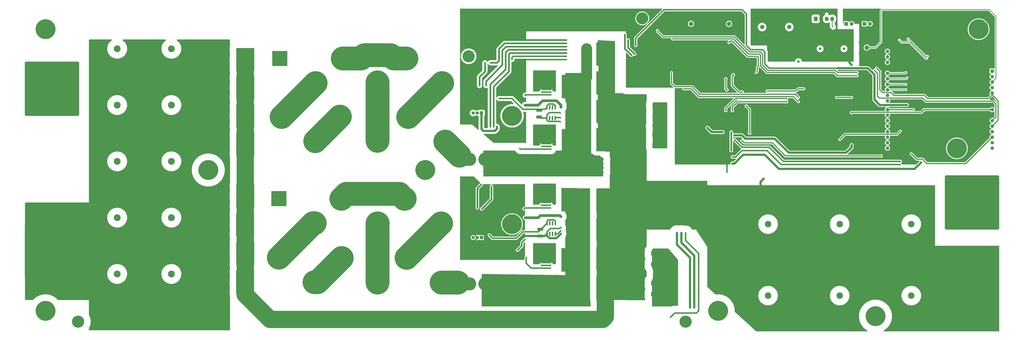
<source format=gbr>
%TF.GenerationSoftware,KiCad,Pcbnew,8.0.8-8.0.8-0~ubuntu22.04.1*%
%TF.CreationDate,2025-02-20T20:21:32-08:00*%
%TF.ProjectId,InverterBoostConverter,496e7665-7274-4657-9242-6f6f7374436f,rev?*%
%TF.SameCoordinates,Original*%
%TF.FileFunction,Copper,L2,Bot*%
%TF.FilePolarity,Positive*%
%FSLAX46Y46*%
G04 Gerber Fmt 4.6, Leading zero omitted, Abs format (unit mm)*
G04 Created by KiCad (PCBNEW 8.0.8-8.0.8-0~ubuntu22.04.1) date 2025-02-20 20:21:32*
%MOMM*%
%LPD*%
G01*
G04 APERTURE LIST*
G04 Aperture macros list*
%AMRoundRect*
0 Rectangle with rounded corners*
0 $1 Rounding radius*
0 $2 $3 $4 $5 $6 $7 $8 $9 X,Y pos of 4 corners*
0 Add a 4 corners polygon primitive as box body*
4,1,4,$2,$3,$4,$5,$6,$7,$8,$9,$2,$3,0*
0 Add four circle primitives for the rounded corners*
1,1,$1+$1,$2,$3*
1,1,$1+$1,$4,$5*
1,1,$1+$1,$6,$7*
1,1,$1+$1,$8,$9*
0 Add four rect primitives between the rounded corners*
20,1,$1+$1,$2,$3,$4,$5,0*
20,1,$1+$1,$4,$5,$6,$7,0*
20,1,$1+$1,$6,$7,$8,$9,0*
20,1,$1+$1,$8,$9,$2,$3,0*%
%AMHorizOval*
0 Thick line with rounded ends*
0 $1 width*
0 $2 $3 position (X,Y) of the first rounded end (center of the circle)*
0 $4 $5 position (X,Y) of the second rounded end (center of the circle)*
0 Add line between two ends*
20,1,$1,$2,$3,$4,$5,0*
0 Add two circle primitives to create the rounded ends*
1,1,$1,$2,$3*
1,1,$1,$4,$5*%
G04 Aperture macros list end*
%TA.AperFunction,ComponentPad*%
%ADD10R,3.150000X3.150000*%
%TD*%
%TA.AperFunction,ComponentPad*%
%ADD11C,3.150000*%
%TD*%
%TA.AperFunction,ComponentPad*%
%ADD12R,3.000000X3.000000*%
%TD*%
%TA.AperFunction,ComponentPad*%
%ADD13C,3.000000*%
%TD*%
%TA.AperFunction,ComponentPad*%
%ADD14R,1.200000X1.200000*%
%TD*%
%TA.AperFunction,ComponentPad*%
%ADD15C,1.200000*%
%TD*%
%TA.AperFunction,ComponentPad*%
%ADD16C,2.050000*%
%TD*%
%TA.AperFunction,ComponentPad*%
%ADD17C,2.250000*%
%TD*%
%TA.AperFunction,ComponentPad*%
%ADD18R,7.005000X7.005000*%
%TD*%
%TA.AperFunction,ComponentPad*%
%ADD19C,7.005000*%
%TD*%
%TA.AperFunction,ComponentPad*%
%ADD20C,9.200000*%
%TD*%
%TA.AperFunction,ComponentPad*%
%ADD21R,1.950000X1.950000*%
%TD*%
%TA.AperFunction,ComponentPad*%
%ADD22C,1.950000*%
%TD*%
%TA.AperFunction,ComponentPad*%
%ADD23R,1.730000X2.030000*%
%TD*%
%TA.AperFunction,ComponentPad*%
%ADD24O,1.730000X2.030000*%
%TD*%
%TA.AperFunction,ComponentPad*%
%ADD25RoundRect,0.500000X12.000000X-12.000000X12.000000X12.000000X-12.000000X12.000000X-12.000000X-12.000000X0*%
%TD*%
%TA.AperFunction,ComponentPad*%
%ADD26RoundRect,0.500000X-12.000000X-12.000000X12.000000X-12.000000X12.000000X12.000000X-12.000000X12.000000X0*%
%TD*%
%TA.AperFunction,ComponentPad*%
%ADD27R,1.600000X1.600000*%
%TD*%
%TA.AperFunction,ComponentPad*%
%ADD28O,1.600000X1.600000*%
%TD*%
%TA.AperFunction,ComponentPad*%
%ADD29C,5.600000*%
%TD*%
%TA.AperFunction,ComponentPad*%
%ADD30R,1.500000X1.500000*%
%TD*%
%TA.AperFunction,ComponentPad*%
%ADD31C,1.500000*%
%TD*%
%TA.AperFunction,ComponentPad*%
%ADD32HorizOval,0.800000X0.000000X0.000000X0.000000X0.000000X0*%
%TD*%
%TA.AperFunction,ComponentPad*%
%ADD33HorizOval,0.800000X0.000000X0.000000X0.000000X0.000000X0*%
%TD*%
%TA.AperFunction,ComponentPad*%
%ADD34C,0.800000*%
%TD*%
%TA.AperFunction,ComponentPad*%
%ADD35O,9.000000X6.000000*%
%TD*%
%TA.AperFunction,ComponentPad*%
%ADD36R,1.700000X1.700000*%
%TD*%
%TA.AperFunction,ComponentPad*%
%ADD37O,1.700000X1.700000*%
%TD*%
%TA.AperFunction,SMDPad,CuDef*%
%ADD38R,3.050000X2.030000*%
%TD*%
%TA.AperFunction,SMDPad,CuDef*%
%ADD39R,8.380000X10.660000*%
%TD*%
%TA.AperFunction,SMDPad,CuDef*%
%ADD40RoundRect,0.150000X0.150000X-0.825000X0.150000X0.825000X-0.150000X0.825000X-0.150000X-0.825000X0*%
%TD*%
%TA.AperFunction,SMDPad,CuDef*%
%ADD41R,4.700000X0.800000*%
%TD*%
%TA.AperFunction,SMDPad,CuDef*%
%ADD42R,7.100000X10.800000*%
%TD*%
%TA.AperFunction,SMDPad,CuDef*%
%ADD43RoundRect,0.250000X-1.100000X0.412500X-1.100000X-0.412500X1.100000X-0.412500X1.100000X0.412500X0*%
%TD*%
%TA.AperFunction,ViaPad*%
%ADD44C,0.600000*%
%TD*%
%TA.AperFunction,ViaPad*%
%ADD45C,0.500000*%
%TD*%
%TA.AperFunction,ViaPad*%
%ADD46C,0.800000*%
%TD*%
%TA.AperFunction,ViaPad*%
%ADD47C,2.000000*%
%TD*%
%TA.AperFunction,ViaPad*%
%ADD48C,1.500000*%
%TD*%
%TA.AperFunction,Conductor*%
%ADD49C,1.000000*%
%TD*%
%TA.AperFunction,Conductor*%
%ADD50C,0.700000*%
%TD*%
%TA.AperFunction,Conductor*%
%ADD51C,0.500000*%
%TD*%
%TA.AperFunction,Conductor*%
%ADD52C,0.800000*%
%TD*%
%TA.AperFunction,Conductor*%
%ADD53C,0.300000*%
%TD*%
%TA.AperFunction,Conductor*%
%ADD54C,8.000000*%
%TD*%
%TA.AperFunction,Conductor*%
%ADD55C,5.000000*%
%TD*%
%TA.AperFunction,Conductor*%
%ADD56C,1.300000*%
%TD*%
%TA.AperFunction,Conductor*%
%ADD57C,11.000000*%
%TD*%
%TA.AperFunction,Conductor*%
%ADD58C,0.200000*%
%TD*%
G04 APERTURE END LIST*
D10*
%TO.P,C56,1,+*%
%TO.N,+VBus_In*%
X68000000Y-55000000D03*
D11*
%TO.P,C56,2,-*%
%TO.N,-VBus_In*%
X68000000Y-45000000D03*
%TD*%
D10*
%TO.P,C54,1,+*%
%TO.N,+VBus_In*%
X68000000Y-29000000D03*
D11*
%TO.P,C54,2,-*%
%TO.N,-VBus_In*%
X68000000Y-19000000D03*
%TD*%
D10*
%TO.P,C51,1,+*%
%TO.N,+VBus_In*%
X68000000Y-81000000D03*
D11*
%TO.P,C51,2,-*%
%TO.N,-VBus_In*%
X68000000Y-71000000D03*
%TD*%
D10*
%TO.P,C50,1,+*%
%TO.N,+VBus_In*%
X43000000Y-107000000D03*
D11*
%TO.P,C50,2,-*%
%TO.N,-VBus_In*%
X43000000Y-97000000D03*
%TD*%
D10*
%TO.P,C44,1,+*%
%TO.N,+VBus_In*%
X68000000Y-133000000D03*
D11*
%TO.P,C44,2,-*%
%TO.N,-VBus_In*%
X68000000Y-123000000D03*
%TD*%
D10*
%TO.P,C53,1,+*%
%TO.N,+VBus_In*%
X43000000Y-55000000D03*
D11*
%TO.P,C53,2,-*%
%TO.N,-VBus_In*%
X43000000Y-45000000D03*
%TD*%
D10*
%TO.P,C52,1,+*%
%TO.N,+VBus_In*%
X43000000Y-81000000D03*
D11*
%TO.P,C52,2,-*%
%TO.N,-VBus_In*%
X43000000Y-71000000D03*
%TD*%
D10*
%TO.P,C55,1,+*%
%TO.N,+VBus_In*%
X43000000Y-29000000D03*
D11*
%TO.P,C55,2,-*%
%TO.N,-VBus_In*%
X43000000Y-19000000D03*
%TD*%
D10*
%TO.P,C46,1,+*%
%TO.N,+VBus_In*%
X68000000Y-107000000D03*
D11*
%TO.P,C46,2,-*%
%TO.N,-VBus_In*%
X68000000Y-97000000D03*
%TD*%
D10*
%TO.P,C45,1,+*%
%TO.N,+VBus_In*%
X43000000Y-133000000D03*
D11*
%TO.P,C45,2,-*%
%TO.N,-VBus_In*%
X43000000Y-123000000D03*
%TD*%
D12*
%TO.P,C39,1,1*%
%TO.N,+VBus_Out*%
X343000000Y-123000000D03*
D13*
%TO.P,C39,2,2*%
%TO.N,-VBus_In*%
X343000000Y-133000000D03*
%TD*%
D12*
%TO.P,C37,1,1*%
%TO.N,+VBus_Out*%
X376000000Y-123000000D03*
D13*
%TO.P,C37,2,2*%
%TO.N,-VBus_In*%
X376000000Y-133000000D03*
%TD*%
D12*
%TO.P,C17,1,1*%
%TO.N,+VBus_Out*%
X409000000Y-123000000D03*
D13*
%TO.P,C17,2,2*%
%TO.N,-VBus_In*%
X409000000Y-133000000D03*
%TD*%
D12*
%TO.P,C14,1,1*%
%TO.N,+VBus_Out*%
X409000000Y-90000000D03*
D13*
%TO.P,C14,2,2*%
%TO.N,-VBus_In*%
X409000000Y-100000000D03*
%TD*%
D12*
%TO.P,C15,1,1*%
%TO.N,+VBus_Out*%
X376000000Y-90000000D03*
D13*
%TO.P,C15,2,2*%
%TO.N,-VBus_In*%
X376000000Y-100000000D03*
%TD*%
D12*
%TO.P,C38,1,1*%
%TO.N,+VBus_Out*%
X343000000Y-90000000D03*
D13*
%TO.P,C38,2,2*%
%TO.N,-VBus_In*%
X343000000Y-100000000D03*
%TD*%
D14*
%TO.P,C3,1,+*%
%TO.N,+12V*%
X357000000Y-20000000D03*
D15*
%TO.P,C3,2,-*%
%TO.N,Phase1_GateGnd*%
X357000000Y-25000000D03*
%TD*%
D14*
%TO.P,C2,1,+*%
%TO.N,+12V*%
X367000000Y-14000000D03*
D15*
%TO.P,C2,2,-*%
%TO.N,Phase1_GateGnd*%
X367000000Y-19000000D03*
%TD*%
D14*
%TO.P,C1,1,+*%
%TO.N,+12V*%
X378000000Y-14000000D03*
D15*
%TO.P,C1,2,-*%
%TO.N,Phase1_GateGnd*%
X378000000Y-19000000D03*
%TD*%
D16*
%TO.P,J4,1,In*%
%TO.N,VoltageFeedback_Multiboard*%
X325000000Y-7500000D03*
D17*
%TO.P,J4,2,Ext*%
%TO.N,Phase1_GateGnd*%
X322460000Y-4960000D03*
X322460000Y-10040000D03*
X327540000Y-4960000D03*
X327540000Y-10040000D03*
%TD*%
D18*
%TO.P,L6,1,1*%
%TO.N,Net-(L4-Pad1)*%
X175795000Y-88295000D03*
D19*
%TO.P,L6,2,2*%
%TO.N,Net-(L6-Pad2)*%
X192295000Y-99635000D03*
%TD*%
D16*
%TO.P,SW1,1,1*%
%TO.N,Net-(A1-~{RESET})*%
X388500000Y-18500000D03*
D17*
%TO.P,SW1,2,2*%
%TO.N,Phase1_GateGnd*%
X385960000Y-15960000D03*
X385960000Y-21040000D03*
X391040000Y-15960000D03*
X391040000Y-21040000D03*
%TD*%
D18*
%TO.P,L3,1,1*%
%TO.N,Net-(L1-Pad2)*%
X117500000Y-115500000D03*
D19*
%TO.P,L3,2,2*%
%TO.N,Net-(L3-Pad2)*%
X134000000Y-126840000D03*
%TD*%
D16*
%TO.P,J3,1,In*%
%TO.N,VoltageFeedback_Multiboard*%
X307500000Y-7500000D03*
D17*
%TO.P,J3,2,Ext*%
%TO.N,Phase1_GateGnd*%
X304960000Y-4960000D03*
X304960000Y-10040000D03*
X310040000Y-4960000D03*
X310040000Y-10040000D03*
%TD*%
D20*
%TO.P,REF\u002A\u002A,1*%
%TO.N,N/C*%
X10000000Y-10000000D03*
%TD*%
D21*
%TO.P,J2,1,1*%
%TO.N,+12V*%
X357760000Y-9000000D03*
D22*
%TO.P,J2,2,2*%
%TO.N,Phase1_GateGnd*%
X352760000Y-9000000D03*
%TD*%
D23*
%TO.P,M1,1,-*%
%TO.N,Phase1_GateGnd*%
X364960000Y-5200000D03*
D24*
%TO.P,M1,2,+*%
%TO.N,+12V*%
X367500000Y-5200000D03*
%TO.P,M1,3,Tacho*%
%TO.N,FanTach*%
X370040000Y-5200000D03*
%TO.P,M1,4,PWM*%
%TO.N,FanPWM*%
X372580000Y-5200000D03*
%TD*%
D18*
%TO.P,L10,1,1*%
%TO.N,Net-(L10-Pad1)*%
X176295000Y-50500000D03*
D19*
%TO.P,L10,2,2*%
%TO.N,Net-(U1-IP+)*%
X192795000Y-61840000D03*
%TD*%
D18*
%TO.P,L1,1,1*%
%TO.N,+VBus_In*%
X117545000Y-88250000D03*
D19*
%TO.P,L1,2,2*%
%TO.N,Net-(L1-Pad2)*%
X134045000Y-99590000D03*
%TD*%
D20*
%TO.P,,1*%
%TO.N,N/C*%
X392500000Y-142500000D03*
%TD*%
D18*
%TO.P,L4,1,1*%
%TO.N,Net-(L4-Pad1)*%
X146545000Y-88295000D03*
D19*
%TO.P,L4,2,2*%
%TO.N,Net-(L4-Pad2)*%
X163045000Y-99635000D03*
%TD*%
D20*
%TO.P,,1*%
%TO.N,N/C*%
X225000000Y-100000000D03*
%TD*%
D25*
%TO.P,J9,1*%
%TO.N,+VBus_Out*%
X437000000Y-130000000D03*
%TD*%
D20*
%TO.P,,1*%
%TO.N,N/C*%
X440000000Y-10000000D03*
%TD*%
%TO.P,REF\u002A\u002A,1*%
%TO.N,N/C*%
X85000000Y-75000000D03*
%TD*%
D26*
%TO.P,J8,1*%
%TO.N,-VBus_In*%
X13000000Y-37500000D03*
%TD*%
D27*
%TO.P,A1,1,NC*%
%TO.N,unconnected-(A1-NC-Pad1)*%
X446260000Y-29325000D03*
D28*
%TO.P,A1,2,IOREF*%
%TO.N,unconnected-(A1-IOREF-Pad2)*%
X446260000Y-31865000D03*
%TO.P,A1,3,~{RESET}*%
%TO.N,Net-(A1-~{RESET})*%
X446260000Y-34405000D03*
%TO.P,A1,4,3V3*%
%TO.N,unconnected-(A1-3V3-Pad4)*%
X446260000Y-36945000D03*
%TO.P,A1,5,+5V*%
%TO.N,+5V*%
X446260000Y-39485000D03*
%TO.P,A1,6,GND*%
%TO.N,Phase1_GateGnd*%
X446260000Y-42025000D03*
%TO.P,A1,7,GND*%
X446260000Y-44565000D03*
%TO.P,A1,8,VIN*%
%TO.N,+12V*%
X446260000Y-47105000D03*
%TO.P,A1,9,A0*%
%TO.N,Arduino_Ph1CM*%
X446260000Y-52185000D03*
%TO.P,A1,10,A1*%
%TO.N,Arduino_Ph2CM*%
X446260000Y-54725000D03*
%TO.P,A1,11,A2*%
%TO.N,Arduino_VinSense*%
X446260000Y-57265000D03*
%TO.P,A1,12,A3*%
%TO.N,Arduino_VOutSense*%
X446260000Y-59805000D03*
%TO.P,A1,13,SDA/A4*%
%TO.N,Arduino_Temp1*%
X446260000Y-62345000D03*
%TO.P,A1,14,SCL/A5*%
%TO.N,Arduino_Temp2*%
X446260000Y-64885000D03*
%TO.P,A1,15,D0/RX*%
%TO.N,unconnected-(A1-D0{slash}RX-Pad15)*%
X398000000Y-64885000D03*
%TO.P,A1,16,D1/TX*%
%TO.N,unconnected-(A1-D1{slash}TX-Pad16)*%
X398000000Y-62345000D03*
%TO.P,A1,17,D2*%
%TO.N,CAN_INT*%
X398000000Y-59805000D03*
%TO.P,A1,18,D3*%
%TO.N,FanTach*%
X398000000Y-57265000D03*
%TO.P,A1,19,D4*%
%TO.N,StatusLED_0*%
X398000000Y-54725000D03*
%TO.P,A1,20,D5*%
%TO.N,FanPWM*%
X398000000Y-52185000D03*
%TO.P,A1,21,D6*%
%TO.N,StatusLED_1*%
X398000000Y-49645000D03*
%TO.P,A1,22,D7*%
%TO.N,RegulatorEnable_L*%
X398000000Y-47105000D03*
%TO.P,A1,23,D8*%
%TO.N,StatusLED_2*%
X398000000Y-43045000D03*
%TO.P,A1,24,D9*%
%TO.N,StatusLED_3*%
X398000000Y-40505000D03*
%TO.P,A1,25,D10*%
%TO.N,CAN_CS*%
X398000000Y-37965000D03*
%TO.P,A1,26,D11*%
%TO.N,CAN_SI*%
X398000000Y-35425000D03*
%TO.P,A1,27,D12*%
%TO.N,CAN_SO*%
X398000000Y-32885000D03*
%TO.P,A1,28,D13*%
%TO.N,CAN_SCK*%
X398000000Y-30345000D03*
%TO.P,A1,29,GND*%
%TO.N,Phase1_GateGnd*%
X398000000Y-27805000D03*
%TO.P,A1,30,AREF*%
%TO.N,unconnected-(A1-AREF-Pad30)*%
X398000000Y-25265000D03*
%TO.P,A1,31,SDA/A4*%
%TO.N,unconnected-(A1-SDA{slash}A4-Pad31)*%
X398000000Y-22725000D03*
%TO.P,A1,32,SCL/A5*%
%TO.N,unconnected-(A1-SCL{slash}A5-Pad32)*%
X398000000Y-20185000D03*
%TD*%
D29*
%TO.P,,1*%
%TO.N,N/C*%
X305000000Y-145000000D03*
%TD*%
D26*
%TO.P,J7,1*%
%TO.N,+VBus_In*%
X13000000Y-112500000D03*
%TD*%
D25*
%TO.P,J10,1*%
%TO.N,-VBus_In*%
X437000000Y-90000000D03*
%TD*%
D20*
%TO.P,REF\u002A\u002A,1*%
%TO.N,N/C*%
X10000000Y-140000000D03*
%TD*%
D18*
%TO.P,L7,1,1*%
%TO.N,Net-(L6-Pad2)*%
X176000000Y-115545000D03*
D19*
%TO.P,L7,2,2*%
%TO.N,Net-(U6-IP+)*%
X192500000Y-126885000D03*
%TD*%
D21*
%TO.P,J1,1,1*%
%TO.N,+12V*%
X345260000Y-9000000D03*
D22*
%TO.P,J1,2,2*%
%TO.N,Phase1_GateGnd*%
X340260000Y-9000000D03*
%TD*%
D30*
%TO.P,U6,1,VCC*%
%TO.N,+5V*%
X210900000Y-106175000D03*
D31*
%TO.P,U6,2,GND*%
%TO.N,Phase1_GateGnd*%
X208990000Y-106175000D03*
%TO.P,U6,3,VIOUT*%
%TO.N,Net-(U6-VIOUT)*%
X207080000Y-106175000D03*
D32*
%TO.P,U6,4,IP+*%
%TO.N,Net-(U6-IP+)*%
X207940000Y-128205000D03*
D33*
X207940000Y-126945000D03*
D34*
X207190000Y-129235000D03*
X207190000Y-125915000D03*
X205990000Y-129625000D03*
X205990000Y-125525000D03*
X204660000Y-129625000D03*
X204660000Y-125525000D03*
D35*
X203990000Y-127575000D03*
D34*
X203320000Y-129625000D03*
X203320000Y-125525000D03*
X201990000Y-129625000D03*
X201990000Y-125525000D03*
X200790000Y-129235000D03*
X200790000Y-125915000D03*
X200040000Y-128205000D03*
X200040000Y-126945000D03*
%TO.P,U6,5,IP-*%
%TO.N,Net-(Q1-DRAIN)*%
X217940000Y-128205000D03*
X217940000Y-126945000D03*
X217190000Y-129235000D03*
X217190000Y-125915000D03*
X215990000Y-129625000D03*
X215990000Y-125525000D03*
X214660000Y-129625000D03*
X214660000Y-125525000D03*
D35*
X213990000Y-127575000D03*
D34*
X213320000Y-129625000D03*
X213320000Y-125525000D03*
X211990000Y-129625000D03*
X211990000Y-125525000D03*
X210790000Y-129235000D03*
X210790000Y-125915000D03*
D33*
X210040000Y-128205000D03*
D32*
X210040000Y-126945000D03*
%TD*%
D29*
%TO.P,,1*%
%TO.N,N/C*%
X205000000Y-22500000D03*
%TD*%
D20*
%TO.P,,1*%
%TO.N,N/C*%
X185000000Y-75000000D03*
%TD*%
D18*
%TO.P,L8,1,1*%
%TO.N,Net-(L2-Pad1)*%
X147000000Y-23500000D03*
D19*
%TO.P,L8,2,2*%
%TO.N,Net-(L11-Pad1)*%
X163500000Y-34840000D03*
%TD*%
D18*
%TO.P,L12,1,1*%
%TO.N,Net-(L12-Pad1)*%
X118000000Y-50500000D03*
D19*
%TO.P,L12,2,2*%
%TO.N,Net-(L11-Pad2)*%
X134500000Y-61840000D03*
%TD*%
D36*
%TO.P,J6,1,Pin_1*%
%TO.N,CanH_External*%
X387460000Y-7500000D03*
D37*
%TO.P,J6,2,Pin_2*%
%TO.N,CanL_External*%
X390000000Y-7500000D03*
%TD*%
D18*
%TO.P,L11,1,1*%
%TO.N,Net-(L11-Pad1)*%
X163500000Y-61840000D03*
D19*
%TO.P,L11,2,2*%
%TO.N,Net-(L11-Pad2)*%
X147000000Y-50500000D03*
%TD*%
D20*
%TO.P,,1*%
%TO.N,N/C*%
X320000000Y-140000000D03*
%TD*%
%TO.P,,1*%
%TO.N,N/C*%
X430000000Y-65000000D03*
%TD*%
%TO.P,,1*%
%TO.N,N/C*%
X225000000Y-50000000D03*
%TD*%
D29*
%TO.P,,1*%
%TO.N,N/C*%
X285000000Y-5000000D03*
%TD*%
%TO.P,REF\u002A\u002A,1*%
%TO.N,N/C*%
X25000000Y-145000000D03*
%TD*%
D30*
%TO.P,U1,1,VCC*%
%TO.N,+5V*%
X210900000Y-48675000D03*
D31*
%TO.P,U1,2,GND*%
%TO.N,Phase1_GateGnd*%
X208990000Y-48675000D03*
%TO.P,U1,3,VIOUT*%
%TO.N,Net-(U1-VIOUT)*%
X207080000Y-48675000D03*
D32*
%TO.P,U1,4,IP+*%
%TO.N,Net-(U1-IP+)*%
X207940000Y-70705000D03*
D33*
X207940000Y-69445000D03*
D34*
X207190000Y-71735000D03*
X207190000Y-68415000D03*
X205990000Y-72125000D03*
X205990000Y-68025000D03*
X204660000Y-72125000D03*
X204660000Y-68025000D03*
D35*
X203990000Y-70075000D03*
D34*
X203320000Y-72125000D03*
X203320000Y-68025000D03*
X201990000Y-72125000D03*
X201990000Y-68025000D03*
X200790000Y-71735000D03*
X200790000Y-68415000D03*
X200040000Y-70705000D03*
X200040000Y-69445000D03*
%TO.P,U1,5,IP-*%
%TO.N,Net-(Q2-DRAIN)*%
X217940000Y-70705000D03*
X217940000Y-69445000D03*
X217190000Y-71735000D03*
X217190000Y-68415000D03*
X215990000Y-72125000D03*
X215990000Y-68025000D03*
X214660000Y-72125000D03*
X214660000Y-68025000D03*
D35*
X213990000Y-70075000D03*
D34*
X213320000Y-72125000D03*
X213320000Y-68025000D03*
X211990000Y-72125000D03*
X211990000Y-68025000D03*
X210790000Y-71735000D03*
X210790000Y-68415000D03*
D33*
X210040000Y-70705000D03*
D32*
X210040000Y-69445000D03*
%TD*%
D18*
%TO.P,L2,1,1*%
%TO.N,Net-(L2-Pad1)*%
X176295000Y-23500000D03*
D19*
%TO.P,L2,2,2*%
%TO.N,Net-(L10-Pad1)*%
X192795000Y-34840000D03*
%TD*%
D18*
%TO.P,L5,1,1*%
%TO.N,Net-(L4-Pad2)*%
X163000000Y-126955000D03*
D19*
%TO.P,L5,2,2*%
%TO.N,Net-(L3-Pad2)*%
X146500000Y-115615000D03*
%TD*%
D36*
%TO.P,J5,1,Pin_1*%
%TO.N,CanH_External*%
X379000000Y-7500000D03*
D37*
%TO.P,J5,2,Pin_2*%
%TO.N,CanL_External*%
X381540000Y-7500000D03*
%TD*%
D18*
%TO.P,L9,1,1*%
%TO.N,+VBus_In*%
X118000000Y-23500000D03*
D19*
%TO.P,L9,2,2*%
%TO.N,Net-(L12-Pad1)*%
X134500000Y-34840000D03*
%TD*%
D38*
%TO.P,D12,1,A*%
%TO.N,+VBus_In*%
X93411280Y-65540000D03*
%TO.P,D12,2,A*%
X93411280Y-60460000D03*
D39*
%TO.P,D12,3,K*%
%TO.N,+VBus_Out*%
X102027280Y-63000000D03*
%TD*%
D38*
%TO.P,D2,1,A*%
%TO.N,+VBus_In*%
X93411280Y-116040000D03*
%TO.P,D2,2,A*%
X93411280Y-110960000D03*
D39*
%TO.P,D2,3,K*%
%TO.N,+VBus_Out*%
X102027280Y-113500000D03*
%TD*%
D38*
%TO.P,D1,1,A*%
%TO.N,+VBus_In*%
X93384000Y-129290000D03*
%TO.P,D1,2,A*%
X93384000Y-124210000D03*
D39*
%TO.P,D1,3,K*%
%TO.N,+VBus_Out*%
X102000000Y-126750000D03*
%TD*%
D40*
%TO.P,U5,1,V_{OUT}*%
%TO.N,Arduino_Temp2*%
X245000000Y-104475000D03*
%TO.P,U5,2*%
%TO.N,N/C*%
X243730000Y-104475000D03*
%TO.P,U5,3*%
X242460000Y-104475000D03*
%TO.P,U5,4,GND*%
%TO.N,Phase1_GateGnd*%
X241190000Y-104475000D03*
%TO.P,U5,5,~{SHUTDOWN}*%
%TO.N,+5V*%
X241190000Y-99525000D03*
%TO.P,U5,6*%
%TO.N,N/C*%
X242460000Y-99525000D03*
%TO.P,U5,7*%
X243730000Y-99525000D03*
%TO.P,U5,8,+Vs*%
%TO.N,+5V*%
X245000000Y-99525000D03*
%TD*%
D41*
%TO.P,Q1,1,GATE*%
%TO.N,Net-(Q1-GATE)*%
X240650000Y-120310000D03*
%TO.P,Q1,2,DRIVER_SOURCE*%
%TO.N,unconnected-(Q1-DRIVER_SOURCE-Pad2)*%
X240650000Y-119040000D03*
%TO.P,Q1,3,POWER_SOURCE_1*%
%TO.N,-VBus_In*%
X240650000Y-117770000D03*
%TO.P,Q1,4,POWER_SOURCE_2*%
X240650000Y-116500000D03*
%TO.P,Q1,5,POWER_SOURCE_3*%
X240650000Y-115230000D03*
%TO.P,Q1,6,POWER_SOURCE_4*%
X240650000Y-113960000D03*
%TO.P,Q1,7,POWER_SOURCE_5*%
X240650000Y-112690000D03*
D42*
%TO.P,Q1,8,DRAIN*%
%TO.N,Net-(Q1-DRAIN)*%
X251350000Y-116500000D03*
%TD*%
D38*
%TO.P,D17,1,A*%
%TO.N,Net-(Q2-DRAIN)*%
X259384000Y-50500000D03*
%TO.P,D17,2,A*%
X259384000Y-45420000D03*
D39*
%TO.P,D17,3,K*%
%TO.N,+VBus_Out*%
X268000000Y-47960000D03*
%TD*%
D38*
%TO.P,D4,1,A*%
%TO.N,+VBus_In*%
X93411280Y-39540000D03*
%TO.P,D4,2,A*%
X93411280Y-34460000D03*
D39*
%TO.P,D4,3,K*%
%TO.N,+VBus_Out*%
X102027280Y-37000000D03*
%TD*%
D38*
%TO.P,D19,1,A*%
%TO.N,+VBus_In*%
X93411280Y-89540000D03*
%TO.P,D19,2,A*%
X93411280Y-84460000D03*
D39*
%TO.P,D19,3,K*%
%TO.N,+VBus_Out*%
X102027280Y-87000000D03*
%TD*%
D43*
%TO.P,C5,1*%
%TO.N,+5V*%
X237500000Y-47375000D03*
%TO.P,C5,2*%
%TO.N,Phase1_GateGnd*%
X237500000Y-50500000D03*
%TD*%
D38*
%TO.P,D13,1,A*%
%TO.N,Net-(Q2-DRAIN)*%
X259352000Y-63540000D03*
%TO.P,D13,2,A*%
X259352000Y-58460000D03*
D39*
%TO.P,D13,3,K*%
%TO.N,+VBus_Out*%
X267968000Y-61000000D03*
%TD*%
D38*
%TO.P,D14,1,A*%
%TO.N,Net-(Q2-DRAIN)*%
X291226000Y-58460000D03*
%TO.P,D14,2,A*%
X291226000Y-63540000D03*
D39*
%TO.P,D14,3,K*%
%TO.N,+VBus_Out*%
X282610000Y-61000000D03*
%TD*%
D41*
%TO.P,Q4,1,GATE*%
%TO.N,Net-(Q4-GATE)*%
X240650000Y-92560000D03*
%TO.P,Q4,2,DRIVER_SOURCE*%
%TO.N,unconnected-(Q4-DRIVER_SOURCE-Pad2)*%
X240650000Y-91290000D03*
%TO.P,Q4,3,POWER_SOURCE_1*%
%TO.N,-VBus_In*%
X240650000Y-90020000D03*
%TO.P,Q4,4,POWER_SOURCE_2*%
X240650000Y-88750000D03*
%TO.P,Q4,5,POWER_SOURCE_3*%
X240650000Y-87480000D03*
%TO.P,Q4,6,POWER_SOURCE_4*%
X240650000Y-86210000D03*
%TO.P,Q4,7,POWER_SOURCE_5*%
X240650000Y-84940000D03*
D42*
%TO.P,Q4,8,DRAIN*%
%TO.N,Net-(Q1-DRAIN)*%
X251350000Y-88750000D03*
%TD*%
D43*
%TO.P,C4,1*%
%TO.N,+5V*%
X238000000Y-102375000D03*
%TO.P,C4,2*%
%TO.N,Phase1_GateGnd*%
X238000000Y-105500000D03*
%TD*%
D38*
%TO.P,D7,1,A*%
%TO.N,Net-(Q1-DRAIN)*%
X259384000Y-132040000D03*
%TO.P,D7,2,A*%
X259384000Y-126960000D03*
D39*
%TO.P,D7,3,K*%
%TO.N,+VBus_Out*%
X268000000Y-129500000D03*
%TD*%
D38*
%TO.P,D9,1,A*%
%TO.N,Net-(Q1-DRAIN)*%
X259384000Y-105040000D03*
%TO.P,D9,2,A*%
X259384000Y-99960000D03*
D39*
%TO.P,D9,3,K*%
%TO.N,+VBus_Out*%
X268000000Y-102500000D03*
%TD*%
D38*
%TO.P,D3,1,A*%
%TO.N,+VBus_In*%
X93411280Y-26540000D03*
%TO.P,D3,2,A*%
X93411280Y-21460000D03*
D39*
%TO.P,D3,3,K*%
%TO.N,+VBus_Out*%
X102027280Y-24000000D03*
%TD*%
D38*
%TO.P,D16,1,A*%
%TO.N,Net-(Q2-DRAIN)*%
X259384000Y-24040000D03*
%TO.P,D16,2,A*%
X259384000Y-18960000D03*
D39*
%TO.P,D16,3,K*%
%TO.N,+VBus_Out*%
X268000000Y-21500000D03*
%TD*%
D41*
%TO.P,Q2,1,GATE*%
%TO.N,Net-(Q2-GATE)*%
X240800000Y-40310000D03*
%TO.P,Q2,2,DRIVER_SOURCE*%
%TO.N,unconnected-(Q2-DRIVER_SOURCE-Pad2)*%
X240800000Y-39040000D03*
%TO.P,Q2,3,POWER_SOURCE_1*%
%TO.N,-VBus_In*%
X240800000Y-37770000D03*
%TO.P,Q2,4,POWER_SOURCE_2*%
X240800000Y-36500000D03*
%TO.P,Q2,5,POWER_SOURCE_3*%
X240800000Y-35230000D03*
%TO.P,Q2,6,POWER_SOURCE_4*%
X240800000Y-33960000D03*
%TO.P,Q2,7,POWER_SOURCE_5*%
X240800000Y-32690000D03*
D42*
%TO.P,Q2,8,DRAIN*%
%TO.N,Net-(Q2-DRAIN)*%
X251500000Y-36500000D03*
%TD*%
D38*
%TO.P,D8,1,A*%
%TO.N,Net-(Q1-DRAIN)*%
X259384000Y-91615000D03*
%TO.P,D8,2,A*%
X259384000Y-86535000D03*
D39*
%TO.P,D8,3,K*%
%TO.N,+VBus_Out*%
X268000000Y-89075000D03*
%TD*%
D40*
%TO.P,U4,1,V_{OUT}*%
%TO.N,Arduino_Temp1*%
X244905000Y-51000000D03*
%TO.P,U4,2*%
%TO.N,N/C*%
X243635000Y-51000000D03*
%TO.P,U4,3*%
X242365000Y-51000000D03*
%TO.P,U4,4,GND*%
%TO.N,Phase1_GateGnd*%
X241095000Y-51000000D03*
%TO.P,U4,5,~{SHUTDOWN}*%
%TO.N,+5V*%
X241095000Y-46050000D03*
%TO.P,U4,6*%
%TO.N,N/C*%
X242365000Y-46050000D03*
%TO.P,U4,7*%
X243635000Y-46050000D03*
%TO.P,U4,8,+Vs*%
%TO.N,+5V*%
X244905000Y-46050000D03*
%TD*%
D38*
%TO.P,D5,1,A*%
%TO.N,Net-(Q1-DRAIN)*%
X290616000Y-127220000D03*
%TO.P,D5,2,A*%
X290616000Y-132300000D03*
D39*
%TO.P,D5,3,K*%
%TO.N,+VBus_Out*%
X282000000Y-129760000D03*
%TD*%
D38*
%TO.P,D18,1,A*%
%TO.N,+VBus_In*%
X93384000Y-102790000D03*
%TO.P,D18,2,A*%
X93384000Y-97710000D03*
D39*
%TO.P,D18,3,K*%
%TO.N,+VBus_Out*%
X102000000Y-100250000D03*
%TD*%
D38*
%TO.P,D20,1,A*%
%TO.N,Net-(Q2-DRAIN)*%
X259352000Y-37290000D03*
%TO.P,D20,2,A*%
X259352000Y-32210000D03*
D39*
%TO.P,D20,3,K*%
%TO.N,+VBus_Out*%
X267968000Y-34750000D03*
%TD*%
D38*
%TO.P,D10,1,A*%
%TO.N,Net-(Q1-DRAIN)*%
X259384000Y-118540000D03*
%TO.P,D10,2,A*%
X259384000Y-113460000D03*
D39*
%TO.P,D10,3,K*%
%TO.N,+VBus_Out*%
X268000000Y-116000000D03*
%TD*%
D38*
%TO.P,D6,1,A*%
%TO.N,Net-(Q1-DRAIN)*%
X290616000Y-113460000D03*
%TO.P,D6,2,A*%
X290616000Y-118540000D03*
D39*
%TO.P,D6,3,K*%
%TO.N,+VBus_Out*%
X282000000Y-116000000D03*
%TD*%
D38*
%TO.P,D11,1,A*%
%TO.N,+VBus_In*%
X93411280Y-52540000D03*
%TO.P,D11,2,A*%
X93411280Y-47460000D03*
D39*
%TO.P,D11,3,K*%
%TO.N,+VBus_Out*%
X102027280Y-50000000D03*
%TD*%
D38*
%TO.P,D15,1,A*%
%TO.N,Net-(Q2-DRAIN)*%
X291276000Y-45460000D03*
%TO.P,D15,2,A*%
X291276000Y-50540000D03*
D39*
%TO.P,D15,3,K*%
%TO.N,+VBus_Out*%
X282660000Y-48000000D03*
%TD*%
D41*
%TO.P,Q5,1,GATE*%
%TO.N,Net-(Q5-GATE)*%
X240800000Y-65310000D03*
%TO.P,Q5,2,DRIVER_SOURCE*%
%TO.N,unconnected-(Q5-DRIVER_SOURCE-Pad2)*%
X240800000Y-64040000D03*
%TO.P,Q5,3,POWER_SOURCE_1*%
%TO.N,-VBus_In*%
X240800000Y-62770000D03*
%TO.P,Q5,4,POWER_SOURCE_2*%
X240800000Y-61500000D03*
%TO.P,Q5,5,POWER_SOURCE_3*%
X240800000Y-60230000D03*
%TO.P,Q5,6,POWER_SOURCE_4*%
X240800000Y-58960000D03*
%TO.P,Q5,7,POWER_SOURCE_5*%
X240800000Y-57690000D03*
D42*
%TO.P,Q5,8,DRAIN*%
%TO.N,Net-(Q2-DRAIN)*%
X251500000Y-61500000D03*
%TD*%
D44*
%TO.N,Arduino_Temp2*%
X404000000Y-72500000D03*
D45*
X247500000Y-103000000D03*
D44*
X326500000Y-69000000D03*
%TO.N,Arduino_VOutSense*%
X409000000Y-67500000D03*
%TO.N,Phase1_GateGnd*%
X298000000Y-36000000D03*
X331000000Y-12000000D03*
X205000000Y-79000000D03*
X414000000Y-3000000D03*
X365000000Y-62000000D03*
X218000000Y-116000000D03*
X214000000Y-19000000D03*
X268000000Y-1000000D03*
X279000000Y-36000000D03*
X358000000Y-62000000D03*
X202000000Y-28000000D03*
X225000000Y-27000000D03*
X208000000Y-53000000D03*
X408000000Y-3000000D03*
X258000000Y-1000000D03*
X306000000Y-3000000D03*
X426000000Y-3000000D03*
X251000000Y-1000000D03*
X278000000Y-36000000D03*
X446000000Y-6000000D03*
X202000000Y-47000000D03*
X263000000Y-1000000D03*
X429000000Y-3000000D03*
X278000000Y-34000000D03*
X202000000Y-101000000D03*
X219000000Y-116000000D03*
X202000000Y-95000000D03*
X446000000Y-19000000D03*
X278000000Y-10000000D03*
X289000000Y-36000000D03*
X259000000Y-1000000D03*
X284000000Y-36000000D03*
X202000000Y-81000000D03*
X322000000Y-3000000D03*
D45*
X217000000Y-19000000D03*
D44*
X278000000Y-24000000D03*
X277000000Y-10500000D03*
X385000000Y-1000000D03*
X320000000Y-52500000D03*
X324000000Y-62000000D03*
X311000000Y-3000000D03*
X310000000Y-3000000D03*
X227000000Y-82000000D03*
X430000000Y-30000000D03*
X325000000Y-3000000D03*
X208000000Y-19000000D03*
X308000000Y-3000000D03*
X250000000Y-10000000D03*
X278000000Y-30000000D03*
X314000000Y-3000000D03*
X282000000Y-1000000D03*
X203000000Y-19000000D03*
X264000000Y-1000000D03*
X256000000Y-1000000D03*
X390000000Y-25000000D03*
X268000000Y-10000000D03*
X425000000Y-3000000D03*
X405000000Y-3000000D03*
X330000000Y-3000000D03*
X291000000Y-36000000D03*
X301000000Y-60000000D03*
X301000000Y-52000000D03*
X417000000Y-3000000D03*
X203000000Y-53000000D03*
X202000000Y-82000000D03*
X386000000Y-25000000D03*
X392000000Y-25000000D03*
X301000000Y-55000000D03*
X384000000Y-1000000D03*
X202000000Y-97000000D03*
X285000000Y-1000000D03*
X263000000Y-10000000D03*
X325000000Y-47500000D03*
X446000000Y-20000000D03*
X419000000Y-3000000D03*
X281000000Y-1000000D03*
X301000000Y-38000000D03*
X202000000Y-106000000D03*
X420000000Y-50000000D03*
X387000000Y-1000000D03*
X320000000Y-30000000D03*
X292000000Y-36000000D03*
X403000000Y-3000000D03*
X250000000Y-4000000D03*
X323000000Y-3000000D03*
X250000000Y-9000000D03*
X304000000Y-3000000D03*
X273000000Y-1000000D03*
X250000000Y-6000000D03*
X254000000Y-10000000D03*
X354000000Y-62000000D03*
X202000000Y-86000000D03*
X273000000Y-10000000D03*
X331000000Y-10000000D03*
X437000000Y-3000000D03*
X202000000Y-98000000D03*
X413000000Y-3000000D03*
X225000000Y-34000000D03*
X202000000Y-89000000D03*
X267000000Y-1000000D03*
X446000000Y-8000000D03*
D45*
X229000000Y-106500000D03*
D44*
X343000000Y-59000000D03*
X410000000Y-3000000D03*
X202000000Y-102000000D03*
X393000000Y-25000000D03*
X301000000Y-56000000D03*
X316000000Y-3000000D03*
X364000000Y-62000000D03*
X434000000Y-3000000D03*
X309000000Y-3000000D03*
X327000000Y-3000000D03*
X225000000Y-28000000D03*
X290000000Y-1000000D03*
X351000000Y-62000000D03*
X202000000Y-100000000D03*
X202000000Y-103000000D03*
X207000000Y-116000000D03*
X444000000Y-30000000D03*
X202000000Y-37000000D03*
X391000000Y-1000000D03*
X431000000Y-3000000D03*
X301000000Y-49000000D03*
X440000000Y-30000000D03*
X262000000Y-10000000D03*
X275000000Y-1000000D03*
X400000000Y-20000000D03*
X446000000Y-10000000D03*
X278000000Y-35000000D03*
X278000000Y-23000000D03*
X225000000Y-30000000D03*
X212500000Y-52500000D03*
X446000000Y-21000000D03*
X282000000Y-36000000D03*
X443000000Y-3000000D03*
X212000000Y-116000000D03*
D45*
X250000000Y-24000000D03*
D44*
X272000000Y-1000000D03*
X444000000Y-28000000D03*
X215000000Y-19000000D03*
X317000000Y-3000000D03*
X305000000Y-104000000D03*
X313000000Y-3000000D03*
X223000000Y-111000000D03*
X280000000Y-1000000D03*
X357000000Y-62000000D03*
X250000000Y-2000000D03*
X269000000Y-1000000D03*
X274000000Y-1000000D03*
X389000000Y-1000000D03*
X398000000Y-16000000D03*
X331000000Y-15000000D03*
X398000000Y-12000000D03*
X388000000Y-1000000D03*
X262000000Y-1000000D03*
X226000000Y-26000000D03*
X345000000Y-59000000D03*
X324000000Y-60000000D03*
X404000000Y-3000000D03*
X278000000Y-31000000D03*
X202000000Y-40000000D03*
D45*
X247500000Y-104500000D03*
D44*
X444000000Y-35000000D03*
X315000000Y-3000000D03*
X222000000Y-37000000D03*
X202000000Y-39000000D03*
X331000000Y-5000000D03*
X250000000Y-3000000D03*
X282500000Y-2500000D03*
X202000000Y-25000000D03*
X221000000Y-114000000D03*
X202000000Y-112000000D03*
X301000000Y-41000000D03*
D46*
X288014329Y-17043164D03*
D44*
X301000000Y-48000000D03*
X219000000Y-37000000D03*
X329000000Y-3000000D03*
X212000000Y-19000000D03*
X287500000Y-2500000D03*
X442000000Y-3000000D03*
X202000000Y-33000000D03*
X202000000Y-35000000D03*
X324000000Y-64000000D03*
X346000000Y-59000000D03*
X347000000Y-59000000D03*
X202000000Y-27000000D03*
X294000000Y-36000000D03*
X301000000Y-54000000D03*
X270000000Y-10000000D03*
X202000000Y-53000000D03*
X433000000Y-3000000D03*
X361000000Y-62000000D03*
X286000000Y-36000000D03*
X222000000Y-112000000D03*
X342000000Y-59000000D03*
X202000000Y-109000000D03*
X202000000Y-41000000D03*
X278000000Y-29000000D03*
X208000000Y-80000000D03*
X202000000Y-42000000D03*
X283000000Y-36000000D03*
X331000000Y-3000000D03*
X204000000Y-79000000D03*
X261000000Y-10000000D03*
X312000000Y-3000000D03*
X221000000Y-115000000D03*
X250000000Y-5000000D03*
X446000000Y-9000000D03*
X202000000Y-50000000D03*
X202000000Y-48000000D03*
X445000000Y-27000000D03*
X331000000Y-13000000D03*
X202000000Y-115000000D03*
X446000000Y-12000000D03*
X446000000Y-14000000D03*
X400000000Y-60000000D03*
X202000000Y-51000000D03*
X289000000Y-1000000D03*
X279000000Y-1000000D03*
X398000000Y-4000000D03*
X202000000Y-79000000D03*
X266000000Y-10000000D03*
X209000000Y-116000000D03*
X321000000Y-3000000D03*
X430000000Y-3000000D03*
X203000000Y-116000000D03*
X439000000Y-3000000D03*
X274000000Y-10000000D03*
X302000000Y-3000000D03*
X352000000Y-62000000D03*
X407000000Y-3000000D03*
X278000000Y-32000000D03*
X301000000Y-53000000D03*
X225000000Y-26000000D03*
X428000000Y-3000000D03*
X356000000Y-62000000D03*
X204000000Y-53000000D03*
X372500000Y-37500000D03*
X331000000Y-9000000D03*
X252000000Y-1000000D03*
X436000000Y-3000000D03*
X435000000Y-3000000D03*
X202000000Y-19000000D03*
X301000000Y-51000000D03*
X202000000Y-49000000D03*
X217000000Y-116000000D03*
X446000000Y-16000000D03*
X202000000Y-116000000D03*
X285000000Y-36000000D03*
X359000000Y-62000000D03*
X271000000Y-1000000D03*
X389000000Y-25000000D03*
X202000000Y-30000000D03*
X207000000Y-53000000D03*
X324000000Y-3000000D03*
X446000000Y-18000000D03*
X411000000Y-3000000D03*
X398000000Y-11000000D03*
X202000000Y-45000000D03*
X216000000Y-116000000D03*
X208000000Y-116000000D03*
X387000000Y-25000000D03*
X202000000Y-84000000D03*
X202000000Y-44000000D03*
X228000000Y-26000000D03*
X202000000Y-94000000D03*
X301000000Y-39000000D03*
X226000000Y-82000000D03*
D45*
X250000000Y-15000000D03*
D44*
X251000000Y-10000000D03*
X363000000Y-62000000D03*
X206000000Y-79000000D03*
X331000000Y-11000000D03*
X330000000Y-47500000D03*
X301000000Y-42000000D03*
X298000000Y-143000000D03*
X253000000Y-10000000D03*
X393000000Y-1000000D03*
X301000000Y-59000000D03*
X281000000Y-36000000D03*
X446000000Y-17000000D03*
D46*
X288000000Y-14000000D03*
D44*
X202000000Y-114000000D03*
X394000000Y-25000000D03*
X331000000Y-4000000D03*
X209000000Y-53000000D03*
X218500000Y-50000000D03*
X271000000Y-10000000D03*
X331000000Y-8000000D03*
X270000000Y-1000000D03*
X202000000Y-26000000D03*
X310000000Y-30000000D03*
X398000000Y-13000000D03*
X202000000Y-92000000D03*
X202000000Y-29000000D03*
X265000000Y-10000000D03*
X255000000Y-1000000D03*
X202000000Y-83000000D03*
X301000000Y-47000000D03*
X398000000Y-5000000D03*
X207000000Y-79000000D03*
D45*
X247500000Y-101500000D03*
D44*
X301000000Y-45000000D03*
X438000000Y-3000000D03*
X225000000Y-31000000D03*
X250000000Y-1000000D03*
X446000000Y-5000000D03*
X278000000Y-11000000D03*
X331000000Y-6000000D03*
X423000000Y-3000000D03*
X446000000Y-23000000D03*
X360000000Y-62000000D03*
X225000000Y-29000000D03*
X209000000Y-81000000D03*
X395000000Y-18000000D03*
X253000000Y-1000000D03*
X446000000Y-15000000D03*
X430000000Y-20000000D03*
X228000000Y-82000000D03*
X303000000Y-3000000D03*
X202000000Y-91000000D03*
X221000000Y-116000000D03*
X430000000Y-10000000D03*
X267000000Y-10000000D03*
X292000000Y-1000000D03*
X280000000Y-36000000D03*
X412000000Y-3000000D03*
X301000000Y-57000000D03*
X202000000Y-32000000D03*
X287000000Y-36000000D03*
X427000000Y-3000000D03*
X399000000Y-3000000D03*
X278000000Y-1000000D03*
X398000000Y-3000000D03*
X406000000Y-3000000D03*
X202000000Y-36000000D03*
X209000000Y-19000000D03*
X367000000Y-63000000D03*
X444000000Y-29000000D03*
X444000000Y-37000000D03*
X293000000Y-36000000D03*
X206000000Y-53000000D03*
X348000000Y-60000000D03*
X257000000Y-1000000D03*
X214000000Y-116000000D03*
X202000000Y-107000000D03*
X278000000Y-28000000D03*
X221000000Y-113000000D03*
D45*
X247250000Y-52775000D03*
D44*
X213000000Y-19000000D03*
X301000000Y-44000000D03*
X202000000Y-96000000D03*
X250000000Y-7000000D03*
X320000000Y-10000000D03*
X444000000Y-36000000D03*
X293000000Y-1000000D03*
X307000000Y-3000000D03*
D45*
X416000000Y-66000000D03*
D44*
X391000000Y-25000000D03*
X422000000Y-3000000D03*
X446000000Y-11000000D03*
X204000000Y-116000000D03*
X265000000Y-1000000D03*
X310000000Y-20000000D03*
X444000000Y-3000000D03*
X301000000Y-40000000D03*
X215000000Y-116000000D03*
X223000000Y-37000000D03*
X395000000Y-25000000D03*
X202000000Y-38000000D03*
X259000000Y-10000000D03*
X220000000Y-37000000D03*
X278000000Y-25000000D03*
X229000000Y-82000000D03*
X207000000Y-19000000D03*
X398000000Y-10000000D03*
X446000000Y-25000000D03*
X328000000Y-3000000D03*
X311000000Y-138500000D03*
X420000000Y-10000000D03*
X301000000Y-50000000D03*
X250000000Y-8000000D03*
X202000000Y-88000000D03*
X444000000Y-32000000D03*
X420000000Y-3000000D03*
X276000000Y-1000000D03*
X202000000Y-110000000D03*
X225000000Y-82000000D03*
X252000000Y-10000000D03*
X254000000Y-1000000D03*
X205000000Y-116000000D03*
X395000000Y-21000000D03*
D45*
X416000000Y-68500000D03*
D44*
X355000000Y-62000000D03*
X432000000Y-3000000D03*
X446000000Y-22000000D03*
X210000000Y-19000000D03*
X220000000Y-116000000D03*
X202000000Y-87000000D03*
X349000000Y-61000000D03*
X275000000Y-10000000D03*
X283000000Y-1000000D03*
X210000000Y-116000000D03*
X440000000Y-20000000D03*
X230000000Y-82000000D03*
X420000000Y-60000000D03*
X202000000Y-90000000D03*
X445000000Y-4000000D03*
X227000000Y-26000000D03*
D45*
X247250000Y-48775000D03*
D44*
X440000000Y-60000000D03*
X286000000Y-1000000D03*
X202000000Y-31000000D03*
X202000000Y-93000000D03*
X415000000Y-3000000D03*
X320000000Y-20000000D03*
X202000000Y-52000000D03*
X202000000Y-105000000D03*
X324000000Y-68000000D03*
X290000000Y-20000000D03*
X211000000Y-19000000D03*
X202000000Y-34000000D03*
X350000000Y-62000000D03*
X420000000Y-30000000D03*
X324000000Y-70500000D03*
X326000000Y-3000000D03*
D45*
X228500000Y-24000000D03*
D44*
X395000000Y-24000000D03*
X297000000Y-36000000D03*
X296000000Y-36000000D03*
X225000000Y-33000000D03*
X446000000Y-13000000D03*
X392000000Y-1000000D03*
X216000000Y-19000000D03*
X418000000Y-3000000D03*
X258000000Y-10000000D03*
X261000000Y-1000000D03*
X202000000Y-104000000D03*
X394000000Y-1000000D03*
X301000000Y-43000000D03*
X446000000Y-24000000D03*
X266000000Y-1000000D03*
X290000000Y-36000000D03*
X440000000Y-3000000D03*
X221000000Y-37000000D03*
X202000000Y-20000000D03*
X288000000Y-36000000D03*
X264000000Y-10000000D03*
X291000000Y-1000000D03*
X388000000Y-25000000D03*
X225000000Y-32000000D03*
X421000000Y-3000000D03*
X400000000Y-3000000D03*
X395000000Y-19000000D03*
X203000000Y-79000000D03*
X288000000Y-1000000D03*
X284000000Y-1000000D03*
X398000000Y-14000000D03*
X300000000Y-10000000D03*
X324000000Y-76000000D03*
X278000000Y-22000000D03*
X206000000Y-116000000D03*
X416000000Y-3000000D03*
X278000000Y-26000000D03*
X441000000Y-3000000D03*
X410000000Y-60000000D03*
X277000000Y-1000000D03*
X202000000Y-85000000D03*
X202000000Y-113000000D03*
X402000000Y-3000000D03*
X287000000Y-1000000D03*
X430000000Y-50000000D03*
X202000000Y-43000000D03*
X202000000Y-99000000D03*
X272000000Y-10000000D03*
X410000000Y-10000000D03*
X276000000Y-10000000D03*
X256000000Y-10000000D03*
X225000000Y-35000000D03*
X401000000Y-3000000D03*
X213000000Y-116000000D03*
X353000000Y-62000000D03*
X386000000Y-1000000D03*
X331000000Y-14000000D03*
X446000000Y-7000000D03*
X260000000Y-10000000D03*
X444000000Y-33000000D03*
X368000000Y-64000000D03*
X409000000Y-3000000D03*
X366000000Y-62000000D03*
X318000000Y-3000000D03*
X395000000Y-23000000D03*
X320000000Y-3000000D03*
X395000000Y-22000000D03*
X205000000Y-53000000D03*
X202000000Y-80000000D03*
X344000000Y-59000000D03*
X331000000Y-7000000D03*
X301000000Y-46000000D03*
X269000000Y-10000000D03*
X202000000Y-46000000D03*
X319000000Y-3000000D03*
X301000000Y-58000000D03*
X444000000Y-34000000D03*
X424000000Y-3000000D03*
X202000000Y-111000000D03*
X224000000Y-36000000D03*
X390000000Y-1000000D03*
X446000000Y-26000000D03*
X362000000Y-62000000D03*
X202000000Y-108000000D03*
X278000000Y-27000000D03*
X257000000Y-10000000D03*
X305000000Y-3000000D03*
X260000000Y-1000000D03*
X278000000Y-33000000D03*
X444000000Y-31000000D03*
X395000000Y-20000000D03*
X444000000Y-38000000D03*
X295000000Y-36000000D03*
X211000000Y-116000000D03*
X255000000Y-10000000D03*
X398000000Y-15000000D03*
%TO.N,Arduino_Temp1*%
X327500000Y-61000000D03*
X404000000Y-71000000D03*
D45*
X247250000Y-50775000D03*
D44*
%TO.N,Arduino_Ph1CM*%
X384000000Y-31500000D03*
X392000000Y-29000000D03*
X299000000Y-14500000D03*
D46*
%TO.N,+5V*%
X407000000Y-45000000D03*
D45*
X250000000Y-22500000D03*
D46*
X282000000Y-17500000D03*
D45*
X219000000Y-42000000D03*
X218000000Y-55000000D03*
X214500000Y-105000000D03*
X225000000Y-24000000D03*
%TO.N,FanPWM*%
X373000000Y-9000000D03*
%TO.N,RegulatorEnable_L*%
X404000000Y-57000000D03*
X409871573Y-47020707D03*
X376000000Y-61000000D03*
D46*
%TO.N,+12V*%
X381500000Y-26500000D03*
D45*
X336000000Y-1500000D03*
D46*
X327500000Y-59000000D03*
D47*
X350000000Y-16000000D03*
D46*
X381500000Y-63500000D03*
X414500000Y-47500000D03*
X331000000Y-39000000D03*
X327000000Y-36500000D03*
X315000000Y-55500000D03*
D45*
X381500000Y-41500000D03*
D46*
X322000000Y-57500000D03*
X381500000Y-48500000D03*
X327000000Y-31000000D03*
D45*
X374500000Y-41500000D03*
%TO.N,CAN_CS*%
X406552090Y-37896662D03*
%TO.N,Arduino_Ph2CM*%
X292000000Y-10500000D03*
D44*
X393000000Y-28000000D03*
X384000000Y-30000000D03*
D45*
%TO.N,CAN_SI*%
X406500000Y-35500000D03*
%TO.N,CAN_SCK*%
X406500000Y-30000000D03*
%TO.N,CAN_SO*%
X407000000Y-32500000D03*
D47*
%TO.N,+VBus_In*%
X84000000Y-96750000D03*
X84000000Y-23000000D03*
X86000000Y-98250000D03*
X23000000Y-94000000D03*
X17000000Y-98000000D03*
X88000000Y-47000000D03*
X15400000Y-131000000D03*
X84000000Y-29000000D03*
X24500000Y-92000000D03*
X18500000Y-131000000D03*
X23000000Y-98000000D03*
X12400000Y-96000000D03*
X23000000Y-129000000D03*
X86000000Y-42500000D03*
X84000000Y-87750000D03*
X21500000Y-131000000D03*
X88000000Y-26000000D03*
X84000000Y-111750000D03*
X7900000Y-98000000D03*
X82000000Y-36500000D03*
X84000000Y-93750000D03*
X82000000Y-95250000D03*
X6400000Y-131000000D03*
X12400000Y-131000000D03*
X26000000Y-129000000D03*
X86000000Y-45500000D03*
X84000000Y-35000000D03*
X1900000Y-94000000D03*
X26000000Y-98000000D03*
X4900000Y-129000000D03*
X27500000Y-127000000D03*
X86000000Y-30500000D03*
X18500000Y-96000000D03*
X21500000Y-92000000D03*
X84000000Y-41000000D03*
D44*
X92000000Y-138000000D03*
D47*
X26000000Y-133000000D03*
X24500000Y-96000000D03*
X86000000Y-107250000D03*
X88000000Y-93750000D03*
X88000000Y-105750000D03*
X86000000Y-92250000D03*
X88000000Y-99750000D03*
D44*
X92000000Y-145000000D03*
D47*
X3400000Y-127000000D03*
X82000000Y-39500000D03*
X82000000Y-30500000D03*
X86000000Y-104250000D03*
X1900000Y-129000000D03*
X20000000Y-129000000D03*
X84000000Y-105750000D03*
X88000000Y-23000000D03*
X17000000Y-94000000D03*
X82000000Y-21500000D03*
X88000000Y-111750000D03*
X82000000Y-110250000D03*
X10900000Y-98000000D03*
X86000000Y-89250000D03*
X88000000Y-44000000D03*
X82000000Y-33500000D03*
X6400000Y-127000000D03*
X82000000Y-24500000D03*
X88000000Y-35000000D03*
X13900000Y-94000000D03*
X82000000Y-27500000D03*
X88000000Y-108750000D03*
X86000000Y-101250000D03*
X21500000Y-96000000D03*
X13900000Y-98000000D03*
X84000000Y-102750000D03*
X24500000Y-127000000D03*
X86000000Y-27500000D03*
X17000000Y-133000000D03*
X88000000Y-32000000D03*
X82000000Y-107250000D03*
X9400000Y-96000000D03*
X27500000Y-131000000D03*
X86000000Y-110250000D03*
X24500000Y-131000000D03*
X88000000Y-87750000D03*
X82000000Y-89250000D03*
X10900000Y-94000000D03*
X3400000Y-92000000D03*
X27500000Y-92000000D03*
X82000000Y-98250000D03*
X86000000Y-33500000D03*
X88000000Y-29000000D03*
X12400000Y-127000000D03*
X82000000Y-92250000D03*
X88000000Y-96750000D03*
X86000000Y-24500000D03*
X23000000Y-133000000D03*
X21500000Y-127000000D03*
X4900000Y-98000000D03*
X88000000Y-38000000D03*
X82000000Y-86250000D03*
X84000000Y-99750000D03*
X20000000Y-133000000D03*
X3400000Y-131000000D03*
D44*
X84000000Y-146000000D03*
D47*
X10900000Y-129000000D03*
X86000000Y-95250000D03*
X7900000Y-129000000D03*
X1900000Y-98000000D03*
X86000000Y-39500000D03*
X88000000Y-41000000D03*
X84000000Y-26000000D03*
X9400000Y-92000000D03*
X88000000Y-90750000D03*
X86000000Y-21500000D03*
X1900000Y-133000000D03*
X86000000Y-86250000D03*
X84000000Y-108750000D03*
X82000000Y-42500000D03*
X17000000Y-129000000D03*
X84000000Y-44000000D03*
X82000000Y-104250000D03*
X84000000Y-32000000D03*
X12400000Y-92000000D03*
X9400000Y-127000000D03*
X7900000Y-94000000D03*
X20000000Y-98000000D03*
X15400000Y-127000000D03*
X82000000Y-45500000D03*
X4900000Y-94000000D03*
X15400000Y-96000000D03*
X18500000Y-127000000D03*
X82000000Y-101250000D03*
X84000000Y-90750000D03*
X20000000Y-94000000D03*
X84000000Y-38000000D03*
X6400000Y-92000000D03*
X9400000Y-131000000D03*
X86000000Y-36500000D03*
X88000000Y-102750000D03*
X27500000Y-96000000D03*
X18500000Y-92000000D03*
X3400000Y-96000000D03*
X13900000Y-129000000D03*
X15400000Y-92000000D03*
X84000000Y-47000000D03*
X6400000Y-96000000D03*
X26000000Y-94000000D03*
D48*
%TO.N,-VBus_In*%
X237250000Y-63000000D03*
X240750000Y-82000000D03*
X239000000Y-54750000D03*
X235750000Y-89500000D03*
X237250000Y-114250000D03*
X241500000Y-56250000D03*
X240750000Y-29750000D03*
X239000000Y-29750000D03*
X235750000Y-32000000D03*
X240750000Y-109500000D03*
X237250000Y-86750000D03*
X237250000Y-117750000D03*
X243250000Y-83500000D03*
X237250000Y-29750000D03*
X244250000Y-116000000D03*
X235750000Y-37250000D03*
X243250000Y-111000000D03*
X244250000Y-32750000D03*
X244250000Y-54750000D03*
X237250000Y-109500000D03*
X244250000Y-63000000D03*
X244250000Y-59500000D03*
X237250000Y-34500000D03*
X244250000Y-109500000D03*
X244250000Y-57750000D03*
X235750000Y-57000000D03*
X238000000Y-111000000D03*
X235750000Y-55250000D03*
X241500000Y-83500000D03*
X244250000Y-36250000D03*
X244250000Y-85000000D03*
X240750000Y-54750000D03*
X237250000Y-112500000D03*
X237250000Y-90250000D03*
X244250000Y-88500000D03*
X241500000Y-31250000D03*
X239750000Y-83500000D03*
X237250000Y-85000000D03*
X237250000Y-38000000D03*
X235750000Y-115250000D03*
X238000000Y-56250000D03*
X239750000Y-31250000D03*
X244250000Y-117750000D03*
X235750000Y-86000000D03*
X235750000Y-113500000D03*
X243250000Y-31250000D03*
X243250000Y-56250000D03*
X237250000Y-88500000D03*
X244250000Y-112500000D03*
X239000000Y-109500000D03*
X244250000Y-114250000D03*
X237250000Y-61250000D03*
X238000000Y-83500000D03*
X242500000Y-29750000D03*
X239750000Y-56250000D03*
X237250000Y-116000000D03*
X235750000Y-111750000D03*
X237250000Y-59500000D03*
X237250000Y-54750000D03*
X237250000Y-82000000D03*
X235750000Y-33750000D03*
X237250000Y-36250000D03*
X239000000Y-82000000D03*
X238000000Y-31250000D03*
X235750000Y-84250000D03*
X242500000Y-82000000D03*
X235750000Y-62250000D03*
X235750000Y-110000000D03*
X235750000Y-35500000D03*
X242500000Y-54750000D03*
X237250000Y-32750000D03*
X244250000Y-34500000D03*
X235750000Y-60500000D03*
X235750000Y-82500000D03*
X235750000Y-30250000D03*
X235750000Y-58750000D03*
X237250000Y-57750000D03*
X235750000Y-117000000D03*
X244250000Y-82000000D03*
X244250000Y-90250000D03*
X244250000Y-86750000D03*
X242500000Y-109500000D03*
X235750000Y-87750000D03*
X244250000Y-61250000D03*
X244250000Y-29750000D03*
X239750000Y-111000000D03*
X244250000Y-38000000D03*
X241500000Y-111000000D03*
D47*
%TO.N,+VBus_Out*%
X445000000Y-147000000D03*
X442518458Y-147010505D03*
X444768458Y-112760505D03*
D44*
X341000000Y-79000000D03*
D47*
X431018458Y-115010505D03*
X446000000Y-115000000D03*
X447250000Y-112750000D03*
X428768458Y-144760505D03*
X443768458Y-144760505D03*
X434768458Y-112760505D03*
X431268458Y-144760505D03*
X437518458Y-147010505D03*
X432518458Y-147010505D03*
X439989495Y-147000000D03*
X446250000Y-144750000D03*
X433518458Y-115010505D03*
X442239495Y-112750000D03*
X433768458Y-144760505D03*
X430018458Y-147010505D03*
X435018458Y-147010505D03*
X438518458Y-115010505D03*
D44*
X312000000Y-81000000D03*
D47*
X437268458Y-112760505D03*
X429768458Y-112760505D03*
X432268458Y-112760505D03*
X439768458Y-112760505D03*
X438768458Y-144760505D03*
X436268458Y-144760505D03*
X436018458Y-115010505D03*
X428518458Y-115010505D03*
X441239495Y-144750000D03*
X440989495Y-115000000D03*
X427518458Y-147010505D03*
X443518458Y-115010505D03*
D45*
%TO.N,VoltageFeedback_Multiboard*%
X359500000Y-37500000D03*
D44*
X324974650Y-16133743D03*
D45*
X337500000Y-30000000D03*
X342500000Y-38500000D03*
%TO.N,Net-(IC1-CS1)*%
X357000000Y-43500000D03*
X304000000Y-37500000D03*
%TO.N,Net-(IC1-CS2)*%
X357000000Y-41500000D03*
X298500000Y-30000000D03*
%TO.N,Net-(Q1-GATE)*%
X231500000Y-115500000D03*
%TO.N,Net-(Q2-GATE)*%
X231000000Y-40500000D03*
D44*
%TO.N,Net-(Q4-GATE)*%
X230500000Y-93000000D03*
%TO.N,Net-(IC5-IN2+)*%
X389500000Y-74500000D03*
X413500000Y-71500000D03*
X301000000Y-104000000D03*
X307000000Y-138500000D03*
X326500000Y-72000000D03*
D45*
%TO.N,Net-(IC8-IN1+)*%
X210865000Y-81635000D03*
X209000000Y-92500000D03*
%TO.N,Net-(Q5-GATE)*%
X228500000Y-65000000D03*
%TO.N,Net-(IC9-IN1+)*%
X210000000Y-36000000D03*
X212500000Y-25500000D03*
D47*
%TO.N,Net-(Q1-DRAIN)*%
X297500000Y-129500000D03*
X251500000Y-128000000D03*
X297500000Y-126500000D03*
X251500000Y-131000000D03*
X295500000Y-125000000D03*
X253500000Y-132500000D03*
X297500000Y-135500000D03*
X245500000Y-126500000D03*
X245500000Y-132500000D03*
X245500000Y-135500000D03*
X297500000Y-132500000D03*
X247500000Y-128000000D03*
X299500000Y-134000000D03*
X299500000Y-131000000D03*
X247500000Y-134000000D03*
X253500000Y-126500000D03*
X253500000Y-135500000D03*
X247500000Y-131000000D03*
X293500000Y-135500000D03*
X249500000Y-135500000D03*
X251500000Y-134000000D03*
X249500000Y-129500000D03*
X293500000Y-129500000D03*
X293500000Y-126500000D03*
X299500000Y-128000000D03*
X245500000Y-129500000D03*
X295500000Y-128000000D03*
X295500000Y-131000000D03*
X249500000Y-126500000D03*
X295500000Y-134000000D03*
X299500000Y-125000000D03*
X253500000Y-129500000D03*
X247500000Y-125000000D03*
X249500000Y-132500000D03*
X293500000Y-132500000D03*
X251500000Y-125000000D03*
D48*
%TO.N,Net-(Q2-DRAIN)*%
X265000000Y-69000000D03*
X259000000Y-71000000D03*
X295500000Y-52000000D03*
X294000000Y-55000000D03*
X259000000Y-73000000D03*
X260500000Y-74000000D03*
X262000000Y-73000000D03*
X262000000Y-69000000D03*
X265000000Y-75000000D03*
X295500000Y-46000000D03*
X263500000Y-76000000D03*
X266500000Y-74000000D03*
X265000000Y-73000000D03*
X294000000Y-49000000D03*
X295500000Y-56000000D03*
X294000000Y-59000000D03*
X263500000Y-72000000D03*
X295500000Y-50000000D03*
X260500000Y-70000000D03*
X294000000Y-45000000D03*
X259000000Y-69000000D03*
X263500000Y-70000000D03*
X295500000Y-48000000D03*
X294000000Y-47000000D03*
X260500000Y-76000000D03*
X266500000Y-76000000D03*
X266500000Y-70000000D03*
X295500000Y-60000000D03*
X265000000Y-71000000D03*
X294000000Y-57000000D03*
X262000000Y-71000000D03*
X259000000Y-75000000D03*
X294000000Y-53000000D03*
X294000000Y-51000000D03*
X263500000Y-74000000D03*
X260500000Y-72000000D03*
X262000000Y-75000000D03*
X266500000Y-72000000D03*
X295500000Y-54000000D03*
X295500000Y-58000000D03*
D46*
%TO.N,Phase1_Gate*%
X231000000Y-97000000D03*
D45*
X231000000Y-107000000D03*
D44*
X326000000Y-66000000D03*
X326135000Y-57500000D03*
D46*
X247500000Y-96500000D03*
D45*
X227500000Y-112000000D03*
D46*
%TO.N,Phase2_Gate*%
X247500000Y-46000000D03*
X231000000Y-45000000D03*
%TO.N,Phase2_PWM*%
X351500000Y-42000000D03*
X323500000Y-47500000D03*
%TO.N,Phase1_PWM*%
X326559094Y-47542344D03*
X351500000Y-43500000D03*
%TO.N,Net-(IC2-OUT1)*%
X323500000Y-33000000D03*
X324000000Y-38000000D03*
D45*
%TO.N,Arduino_Ph1Curr*%
X216500000Y-55000000D03*
X215500000Y-82500000D03*
X250000000Y-21000000D03*
X211000000Y-93000000D03*
%TO.N,Arduino_Ph2Curr*%
X250000000Y-18000000D03*
X213000000Y-36000000D03*
%TO.N,Net-(IC6-TXCAN)*%
X403529312Y-15005862D03*
X416000000Y-23500000D03*
%TO.N,Net-(IC6-RXCAN)*%
X407500000Y-14500000D03*
X416500000Y-22500000D03*
%TO.N,Ph1_CurrentSense*%
X250000000Y-19500000D03*
X215000000Y-55000000D03*
D46*
X281500000Y-21500000D03*
X278500000Y-15000000D03*
%TO.N,Ph2_CurrentSense*%
X280000000Y-22000000D03*
X277000000Y-12500000D03*
D45*
X250000000Y-16500000D03*
X215000000Y-25500000D03*
D44*
%TO.N,+VBus_In_Sense*%
X303000000Y-104000000D03*
X309000000Y-138500000D03*
D46*
%TO.N,+VBus_Out_Sense*%
X395000000Y-68500000D03*
X331000000Y-61500000D03*
X333000000Y-45500000D03*
X334500000Y-58000000D03*
%TD*%
D49*
%TO.N,+12V*%
X381500000Y-26500000D02*
X380500000Y-25500000D01*
X380500000Y-25500000D02*
X380500000Y-23500000D01*
D50*
%TO.N,Arduino_Temp2*%
X247500000Y-103000000D02*
X246025000Y-104475000D01*
X246025000Y-104475000D02*
X245000000Y-104475000D01*
X328000000Y-69000000D02*
X331000000Y-66000000D01*
X342500000Y-66000000D02*
X349000000Y-72500000D01*
X331000000Y-66000000D02*
X342500000Y-66000000D01*
X349000000Y-72500000D02*
X404000000Y-72500000D01*
X326500000Y-69000000D02*
X328000000Y-69000000D01*
D51*
%TO.N,Arduino_VOutSense*%
X434065000Y-72000000D02*
X446260000Y-59805000D01*
X411500000Y-70000000D02*
X414171751Y-70000000D01*
X409000000Y-67500000D02*
X411500000Y-70000000D01*
X416171751Y-72000000D02*
X434065000Y-72000000D01*
X414171751Y-70000000D02*
X416171751Y-72000000D01*
%TO.N,Phase1_GateGnd*%
X416000000Y-66000000D02*
X416000000Y-68500000D01*
D49*
X288000000Y-14000000D02*
X288000000Y-17000000D01*
D50*
X311000000Y-138500000D02*
X311000000Y-140000000D01*
X247500000Y-101500000D02*
X247000000Y-102000000D01*
D52*
X324000000Y-60000000D02*
X324000000Y-64000000D01*
D50*
X247250000Y-52775000D02*
X247000000Y-52525000D01*
X324000000Y-70500000D02*
X324000000Y-76000000D01*
D49*
X245500000Y-106500000D02*
X247500000Y-104500000D01*
D50*
X247250000Y-48775000D02*
X247000000Y-48525000D01*
X242690001Y-102000000D02*
X241190000Y-103500001D01*
X247000000Y-102000000D02*
X242690001Y-102000000D01*
X241190000Y-105190000D02*
X241190000Y-104475000D01*
X247000000Y-52525000D02*
X241645001Y-52525000D01*
X241095000Y-51974999D02*
X241095000Y-51000000D01*
X241190000Y-103500001D02*
X241190000Y-104475000D01*
D52*
X221000000Y-15000000D02*
X250000000Y-15000000D01*
X324000000Y-57000000D02*
X324000000Y-60000000D01*
D49*
X230000000Y-105500000D02*
X240165000Y-105500000D01*
D50*
X311000000Y-140000000D02*
X310000000Y-141000000D01*
X241095000Y-49620000D02*
X241095000Y-51000000D01*
X310000000Y-141000000D02*
X300000000Y-141000000D01*
X247000000Y-48525000D02*
X242190000Y-48525000D01*
X300000000Y-141000000D02*
X298000000Y-143000000D01*
X241095000Y-51000000D02*
X238000000Y-51000000D01*
X238000000Y-51000000D02*
X237500000Y-50500000D01*
D52*
X217000000Y-19000000D02*
X221000000Y-15000000D01*
D49*
X241190000Y-105386238D02*
X242303762Y-106500000D01*
D52*
X325000000Y-47500000D02*
X325000000Y-56000000D01*
X324000000Y-68000000D02*
X324000000Y-70500000D01*
X324000000Y-64000000D02*
X324000000Y-68000000D01*
D49*
X241190000Y-105190000D02*
X241190000Y-105386238D01*
X240165000Y-105500000D02*
X241190000Y-104475000D01*
D50*
X228500000Y-24000000D02*
X250000000Y-24000000D01*
X305000000Y-104000000D02*
X305000000Y-107500000D01*
X311000000Y-113500000D02*
X311000000Y-138500000D01*
D49*
X242303762Y-106500000D02*
X245500000Y-106500000D01*
D52*
X325000000Y-56000000D02*
X324000000Y-57000000D01*
D50*
X241645001Y-52525000D02*
X241095000Y-51974999D01*
X242190000Y-48525000D02*
X241095000Y-49620000D01*
X305000000Y-107500000D02*
X311000000Y-113500000D01*
D49*
X229000000Y-106500000D02*
X230000000Y-105500000D01*
D50*
%TO.N,Arduino_Temp1*%
X245130000Y-50775000D02*
X244905000Y-51000000D01*
X342500000Y-64500000D02*
X343500000Y-64500000D01*
X247250000Y-50775000D02*
X245130000Y-50775000D01*
X331000000Y-64500000D02*
X342500000Y-64500000D01*
X343500000Y-64500000D02*
X350000000Y-71000000D01*
X350000000Y-71000000D02*
X404000000Y-71000000D01*
X327500000Y-61000000D02*
X331000000Y-64500000D01*
D51*
%TO.N,Arduino_Ph1CM*%
X326500000Y-14500000D02*
X299000000Y-14500000D01*
X446775000Y-43275000D02*
X415725000Y-43275000D01*
X448000000Y-44500000D02*
X446775000Y-43275000D01*
X373500000Y-30000000D02*
X343500000Y-30000000D01*
X333000000Y-20500000D02*
X327000000Y-14500000D01*
X415725000Y-43275000D02*
X414245000Y-41795000D01*
X414245000Y-41795000D02*
X394295000Y-41795000D01*
X334500000Y-21500000D02*
X334000000Y-21500000D01*
X339500000Y-22000000D02*
X339000000Y-21500000D01*
X378500000Y-31500000D02*
X375000000Y-31500000D01*
X446260000Y-52185000D02*
X447945000Y-50500000D01*
X394295000Y-41795000D02*
X393500000Y-41000000D01*
X342500000Y-30000000D02*
X339500000Y-27000000D01*
X327000000Y-14500000D02*
X326500000Y-14500000D01*
X393500000Y-30500000D02*
X392000000Y-29000000D01*
X339000000Y-21500000D02*
X334500000Y-21500000D01*
X375000000Y-31500000D02*
X373500000Y-30000000D01*
X447945000Y-50500000D02*
X448000000Y-50500000D01*
X448000000Y-50500000D02*
X448000000Y-44500000D01*
X334000000Y-21500000D02*
X333000000Y-20500000D01*
X339500000Y-27000000D02*
X339500000Y-22000000D01*
X343500000Y-30000000D02*
X342500000Y-30000000D01*
X393500000Y-41000000D02*
X393500000Y-30500000D01*
X384000000Y-31500000D02*
X378500000Y-31500000D01*
D50*
%TO.N,+5V*%
X245000000Y-99525000D02*
X245000000Y-98550001D01*
D49*
X218000000Y-56000000D02*
X217000000Y-57000000D01*
D50*
X245000000Y-98550001D02*
X244449999Y-98000000D01*
X244079106Y-44525000D02*
X241920894Y-44525000D01*
X230000000Y-103500000D02*
X228000000Y-105500000D01*
X225000000Y-24000000D02*
X225000000Y-23000000D01*
X217000000Y-106500000D02*
X216000000Y-106500000D01*
X333000000Y-3000000D02*
X333000000Y-17500000D01*
X241095000Y-45350894D02*
X241095000Y-46050000D01*
D49*
X394500000Y-45000000D02*
X392000000Y-42500000D01*
D50*
X333000000Y-17500000D02*
X335000000Y-19500000D01*
D49*
X218000000Y-55000000D02*
X218000000Y-56000000D01*
D50*
X343500000Y-28000000D02*
X375000000Y-28000000D01*
D49*
X392000000Y-42500000D02*
X392000000Y-31000000D01*
D50*
X241095000Y-46050000D02*
X240145000Y-47000000D01*
X295000000Y-1000000D02*
X331000000Y-1000000D01*
D49*
X210900000Y-56100000D02*
X210900000Y-48675000D01*
D50*
X216000000Y-106500000D02*
X214500000Y-105000000D01*
X241920894Y-44525000D02*
X241095000Y-45350894D01*
X341500000Y-26000000D02*
X343500000Y-28000000D01*
X244629107Y-45075001D02*
X244079106Y-44525000D01*
X341500000Y-20500000D02*
X341500000Y-26000000D01*
X237215000Y-103500000D02*
X230000000Y-103500000D01*
X230000000Y-47000000D02*
X225000000Y-42000000D01*
D49*
X217000000Y-57000000D02*
X211800000Y-57000000D01*
D50*
X282000000Y-14000000D02*
X295000000Y-1000000D01*
X225500000Y-22500000D02*
X250000000Y-22500000D01*
X340500000Y-19500000D02*
X341500000Y-20500000D01*
X225000000Y-42000000D02*
X219000000Y-42000000D01*
X244905000Y-45075001D02*
X244629107Y-45075001D01*
X241190000Y-99525000D02*
X237215000Y-103500000D01*
X228000000Y-105500000D02*
X227000000Y-106500000D01*
X244449999Y-98000000D02*
X241740001Y-98000000D01*
D49*
X407000000Y-45000000D02*
X394500000Y-45000000D01*
D50*
X241740001Y-98000000D02*
X241190000Y-98550001D01*
D49*
X392000000Y-31000000D02*
X389000000Y-28000000D01*
D50*
X282000000Y-17500000D02*
X282000000Y-14000000D01*
X227000000Y-106500000D02*
X217000000Y-106500000D01*
X240145000Y-47000000D02*
X230000000Y-47000000D01*
X241190000Y-98550001D02*
X241190000Y-99525000D01*
D49*
X211800000Y-57000000D02*
X210900000Y-56100000D01*
D50*
X335000000Y-19500000D02*
X340500000Y-19500000D01*
D49*
X389000000Y-28000000D02*
X375000000Y-28000000D01*
D50*
X225000000Y-23000000D02*
X225500000Y-22500000D01*
X331000000Y-1000000D02*
X333000000Y-3000000D01*
X244905000Y-46050000D02*
X244905000Y-45075001D01*
D53*
%TO.N,FanPWM*%
X372580000Y-8580000D02*
X373000000Y-9000000D01*
X372580000Y-5200000D02*
X372580000Y-8580000D01*
D51*
%TO.N,RegulatorEnable_L*%
X409895000Y-47105000D02*
X410000000Y-47000000D01*
X402485000Y-58515000D02*
X378485000Y-58515000D01*
X398000000Y-47105000D02*
X409895000Y-47105000D01*
X404000000Y-57000000D02*
X402485000Y-58515000D01*
X378485000Y-58515000D02*
X376000000Y-61000000D01*
%TO.N,+12V*%
X327000000Y-36500000D02*
X326500000Y-36000000D01*
X414500000Y-47500000D02*
X414895000Y-47105000D01*
X414500000Y-47500000D02*
X413645000Y-48355000D01*
X414895000Y-47105000D02*
X446260000Y-47105000D01*
D49*
X370500000Y-67000000D02*
X371000000Y-67000000D01*
D51*
X413645000Y-48355000D02*
X381645000Y-48355000D01*
D49*
X379000000Y-67000000D02*
X370500000Y-67000000D01*
D51*
X374500000Y-41500000D02*
X381500000Y-41500000D01*
X326500000Y-31500000D02*
X327000000Y-31000000D01*
D49*
X381500000Y-63500000D02*
X381500000Y-64500000D01*
X346000000Y-60500000D02*
X332500000Y-60500000D01*
D51*
X326500000Y-36000000D02*
X326500000Y-31500000D01*
D49*
X331000000Y-59000000D02*
X327500000Y-59000000D01*
D51*
X381645000Y-48355000D02*
X381500000Y-48500000D01*
D49*
X317000000Y-57500000D02*
X315000000Y-55500000D01*
X381500000Y-64500000D02*
X379000000Y-67000000D01*
X352500000Y-67000000D02*
X346000000Y-60500000D01*
X371000000Y-67000000D02*
X352500000Y-67000000D01*
D51*
X331000000Y-39000000D02*
X329500000Y-39000000D01*
X329500000Y-39000000D02*
X327000000Y-36500000D01*
D49*
X322000000Y-57500000D02*
X317000000Y-57500000D01*
X332500000Y-60500000D02*
X331000000Y-59000000D01*
D53*
%TO.N,CAN_CS*%
X406483752Y-37965000D02*
X398000000Y-37965000D01*
X406552090Y-37896662D02*
X406483752Y-37965000D01*
D51*
%TO.N,Arduino_Ph2CM*%
X416500000Y-42000000D02*
X415000000Y-40500000D01*
X394500000Y-38000000D02*
X394500000Y-29500000D01*
X399755000Y-39255000D02*
X395755000Y-39255000D01*
X340500000Y-26500000D02*
X340500000Y-21500000D01*
X415000000Y-40500000D02*
X401000000Y-40500000D01*
X384000000Y-30000000D02*
X375000000Y-30000000D01*
X334500000Y-20500000D02*
X327500000Y-13500000D01*
X374000000Y-29000000D02*
X343000000Y-29000000D01*
X444500000Y-42000000D02*
X416500000Y-42000000D01*
X339500000Y-20500000D02*
X334500000Y-20500000D01*
X395755000Y-39255000D02*
X394500000Y-38000000D01*
X394500000Y-29500000D02*
X393000000Y-28000000D01*
X375000000Y-30000000D02*
X374000000Y-29000000D01*
X446260000Y-54725000D02*
X449000000Y-51985000D01*
X445765000Y-40735000D02*
X444500000Y-42000000D01*
X446737767Y-40735000D02*
X445765000Y-40735000D01*
X327500000Y-13500000D02*
X294500000Y-13500000D01*
X340500000Y-21500000D02*
X339500000Y-20500000D01*
X449000000Y-42997233D02*
X446737767Y-40735000D01*
X343000000Y-29000000D02*
X340500000Y-26500000D01*
X292000000Y-11000000D02*
X292000000Y-10500000D01*
X401000000Y-40500000D02*
X399755000Y-39255000D01*
X449000000Y-51985000D02*
X449000000Y-43000000D01*
X449000000Y-43000000D02*
X449000000Y-42997233D01*
X294500000Y-13500000D02*
X292000000Y-11000000D01*
D53*
%TO.N,Net-(A1-~{RESET})*%
X392500000Y-18500000D02*
X388500000Y-18500000D01*
X395000000Y-1500000D02*
X395000000Y-16000000D01*
X446260000Y-34405000D02*
X448000000Y-32665000D01*
X395000000Y-16000000D02*
X392500000Y-18500000D01*
X395500000Y-1000000D02*
X395000000Y-1500000D01*
X445000000Y-1000000D02*
X395500000Y-1000000D01*
X448000000Y-32665000D02*
X448000000Y-4000000D01*
X448000000Y-4000000D02*
X445000000Y-1000000D01*
%TO.N,CAN_SI*%
X406500000Y-35500000D02*
X406425000Y-35425000D01*
X406425000Y-35425000D02*
X398000000Y-35425000D01*
%TO.N,CAN_SCK*%
X406500000Y-30000000D02*
X406155000Y-30345000D01*
X406155000Y-30345000D02*
X398000000Y-30345000D01*
%TO.N,CAN_SO*%
X406615000Y-32885000D02*
X398000000Y-32885000D01*
X407000000Y-32500000D02*
X406615000Y-32885000D01*
D54*
%TO.N,+VBus_Out*%
X266830000Y-144000000D02*
X268000000Y-142830000D01*
D49*
X339500000Y-80500000D02*
X339500000Y-82000000D01*
D54*
X102027280Y-24000000D02*
X102027280Y-126722720D01*
X268000000Y-142830000D02*
X268000000Y-129500000D01*
X102027280Y-126722720D02*
X102000000Y-126750000D01*
X102000000Y-126750000D02*
X102000000Y-132500000D01*
D49*
X341000000Y-79000000D02*
X339500000Y-80500000D01*
D54*
X102000000Y-132500000D02*
X113500000Y-144000000D01*
X113500000Y-144000000D02*
X266830000Y-144000000D01*
D51*
%TO.N,VoltageFeedback_Multiboard*%
X325500000Y-15500000D02*
X325000000Y-16000000D01*
X338000000Y-22500000D02*
X333500000Y-22500000D01*
X357000000Y-37500000D02*
X356000000Y-38500000D01*
X356000000Y-38500000D02*
X342500000Y-38500000D01*
X338000000Y-27500000D02*
X338500000Y-27000000D01*
X338000000Y-29500000D02*
X338000000Y-27500000D01*
X338500000Y-23000000D02*
X338000000Y-22500000D01*
X337500000Y-30000000D02*
X338000000Y-29500000D01*
X359500000Y-37500000D02*
X357000000Y-37500000D01*
X338500000Y-27000000D02*
X338500000Y-23000000D01*
X326500000Y-15500000D02*
X325500000Y-15500000D01*
X333500000Y-22500000D02*
X326500000Y-15500000D01*
%TO.N,Net-(IC1-CS1)*%
X354650000Y-41150000D02*
X311150000Y-41150000D01*
X307500000Y-37500000D02*
X304000000Y-37500000D01*
X357000000Y-43500000D02*
X354650000Y-41150000D01*
X311150000Y-41150000D02*
X307500000Y-37500000D01*
%TO.N,Net-(IC1-CS2)*%
X355500000Y-40000000D02*
X357000000Y-41500000D01*
X298500000Y-35000000D02*
X300000000Y-36500000D01*
X298500000Y-30000000D02*
X298500000Y-35000000D01*
X308000000Y-36500000D02*
X311500000Y-40000000D01*
X311500000Y-40000000D02*
X355500000Y-40000000D01*
X300000000Y-36500000D02*
X308000000Y-36500000D01*
D50*
%TO.N,Net-(Q1-GATE)*%
X233810000Y-120310000D02*
X231500000Y-118000000D01*
X231500000Y-118000000D02*
X231500000Y-115500000D01*
X240650000Y-120310000D02*
X233810000Y-120310000D01*
%TO.N,Net-(Q2-GATE)*%
X240800000Y-40310000D02*
X231190000Y-40310000D01*
X231190000Y-40310000D02*
X231000000Y-40500000D01*
%TO.N,Net-(Q4-GATE)*%
X230500000Y-93000000D02*
X230940000Y-92560000D01*
X230940000Y-92560000D02*
X240650000Y-92560000D01*
D49*
%TO.N,Net-(IC5-IN2+)*%
X326500000Y-72000000D02*
X327500000Y-72000000D01*
X301000000Y-104000000D02*
X301000000Y-109500000D01*
X341500000Y-68000000D02*
X348000000Y-74500000D01*
X410500000Y-74500000D02*
X413500000Y-71500000D01*
X331500000Y-68000000D02*
X341500000Y-68000000D01*
X301000000Y-109500000D02*
X307000000Y-115500000D01*
X327500000Y-72000000D02*
X331500000Y-68000000D01*
X307000000Y-115500000D02*
X307000000Y-138500000D01*
X348000000Y-74500000D02*
X410500000Y-74500000D01*
D52*
%TO.N,Net-(IC8-IN1+)*%
X210865000Y-81635000D02*
X209000000Y-83500000D01*
X209000000Y-83500000D02*
X209000000Y-92500000D01*
D50*
%TO.N,Net-(Q5-GATE)*%
X228810000Y-65310000D02*
X240800000Y-65310000D01*
X228500000Y-65000000D02*
X228810000Y-65310000D01*
D52*
%TO.N,Net-(IC9-IN1+)*%
X212500000Y-25500000D02*
X212500000Y-29500000D01*
X210000000Y-32000000D02*
X210000000Y-36000000D01*
X212500000Y-29500000D02*
X210000000Y-32000000D01*
D55*
%TO.N,Net-(Q2-DRAIN)*%
X259384000Y-18960000D02*
X259384000Y-32178000D01*
X259384000Y-32178000D02*
X259352000Y-32210000D01*
D56*
%TO.N,Phase1_Gate*%
X237000000Y-97000000D02*
X231000000Y-97000000D01*
X247000000Y-96000000D02*
X238000000Y-96000000D01*
D50*
X229500000Y-108500000D02*
X229500000Y-110000000D01*
D56*
X238000000Y-96000000D02*
X237000000Y-97000000D01*
X247500000Y-96500000D02*
X247000000Y-96000000D01*
D52*
X326000000Y-57635000D02*
X326135000Y-57500000D01*
D50*
X229500000Y-110000000D02*
X227500000Y-112000000D01*
X231000000Y-107000000D02*
X229500000Y-108500000D01*
D52*
X326000000Y-66000000D02*
X326000000Y-57635000D01*
D56*
%TO.N,Phase2_Gate*%
X239000000Y-43000000D02*
X245500000Y-43000000D01*
X247500000Y-45000000D02*
X247500000Y-46000000D01*
X231000000Y-45000000D02*
X237000000Y-45000000D01*
X237000000Y-45000000D02*
X239000000Y-43000000D01*
X245500000Y-43000000D02*
X247500000Y-45000000D01*
D51*
%TO.N,Phase2_PWM*%
X324000000Y-46000000D02*
X328000000Y-42000000D01*
X323500000Y-46500000D02*
X324000000Y-46000000D01*
X328000000Y-42000000D02*
X351500000Y-42000000D01*
X323500000Y-47500000D02*
X323500000Y-46500000D01*
%TO.N,Phase1_PWM*%
X326559094Y-45940906D02*
X329000000Y-43500000D01*
X326559094Y-47542344D02*
X326559094Y-45940906D01*
X329000000Y-43500000D02*
X351500000Y-43500000D01*
%TO.N,Net-(IC2-OUT1)*%
X323500000Y-37500000D02*
X323500000Y-33000000D01*
X324000000Y-38000000D02*
X323500000Y-37500000D01*
D52*
%TO.N,Arduino_Ph1Curr*%
X215500000Y-88500000D02*
X215500000Y-82500000D01*
X216500000Y-55000000D02*
X216500000Y-36500000D01*
X223500000Y-29500000D02*
X223500000Y-21500000D01*
X216500000Y-36500000D02*
X223500000Y-29500000D01*
X223500000Y-21500000D02*
X224000000Y-21000000D01*
X211000000Y-93000000D02*
X215500000Y-88500000D01*
X224000000Y-21000000D02*
X250000000Y-21000000D01*
%TO.N,Arduino_Ph2Curr*%
X250000000Y-18000000D02*
X222250000Y-18000000D01*
X222250000Y-18000000D02*
X220500000Y-19750000D01*
X213000000Y-34000000D02*
X213000000Y-36000000D01*
X220500000Y-26500000D02*
X213000000Y-34000000D01*
X220500000Y-19750000D02*
X220500000Y-26500000D01*
D53*
%TO.N,Net-(IC6-TXCAN)*%
X415792894Y-23500000D02*
X408292894Y-16000000D01*
X403529312Y-15005862D02*
X403529312Y-15029312D01*
X416000000Y-23500000D02*
X415792894Y-23500000D01*
X403529312Y-15029312D02*
X404500000Y-16000000D01*
X408292894Y-16000000D02*
X404500000Y-16000000D01*
%TO.N,Net-(IC6-RXCAN)*%
X415500000Y-22500000D02*
X407500000Y-14500000D01*
X416500000Y-22500000D02*
X415500000Y-22500000D01*
D52*
%TO.N,Ph1_CurrentSense*%
X215000000Y-35500000D02*
X222000000Y-28500000D01*
X222000000Y-20750000D02*
X223250000Y-19500000D01*
X278500000Y-18500000D02*
X278500000Y-15000000D01*
X223250000Y-19500000D02*
X250000000Y-19500000D01*
X215000000Y-55000000D02*
X215000000Y-35500000D01*
X281500000Y-21500000D02*
X278500000Y-18500000D01*
X222000000Y-28500000D02*
X222000000Y-20750000D01*
%TO.N,Ph2_CurrentSense*%
X277000000Y-12500000D02*
X277000000Y-19000000D01*
X219000000Y-24500000D02*
X219000000Y-19000000D01*
X218000000Y-25500000D02*
X219000000Y-24500000D01*
X219000000Y-19000000D02*
X221500000Y-16500000D01*
X215000000Y-25500000D02*
X218000000Y-25500000D01*
X221500000Y-16500000D02*
X250000000Y-16500000D01*
X277000000Y-19000000D02*
X280000000Y-22000000D01*
D57*
%TO.N,Net-(L1-Pad2)*%
X134045000Y-99590000D02*
X133410000Y-99590000D01*
X133410000Y-99590000D02*
X117500000Y-115500000D01*
D58*
%TO.N,Net-(L10-Pad1)*%
X177135000Y-50500000D02*
X176295000Y-50500000D01*
D57*
X192795000Y-34840000D02*
X177135000Y-50500000D01*
%TO.N,Net-(L2-Pad1)*%
X170500000Y-23500000D02*
X176295000Y-23500000D01*
X155500000Y-23500000D02*
X157000000Y-22000000D01*
X147000000Y-23500000D02*
X155500000Y-23500000D01*
X157000000Y-22000000D02*
X169000000Y-22000000D01*
X169000000Y-22000000D02*
X170500000Y-23500000D01*
%TO.N,Net-(L3-Pad2)*%
X134000000Y-126840000D02*
X135275000Y-126840000D01*
X135275000Y-126840000D02*
X146500000Y-115615000D01*
%TO.N,Net-(L4-Pad1)*%
X148590000Y-86000000D02*
X146295000Y-88295000D01*
X173090000Y-86000000D02*
X148590000Y-86000000D01*
X175545000Y-88295000D02*
X175385000Y-88295000D01*
%TO.N,Net-(L4-Pad2)*%
X163000000Y-126955000D02*
X163000000Y-99680000D01*
X163000000Y-99680000D02*
X163045000Y-99635000D01*
D58*
%TO.N,Net-(L6-Pad2)*%
X176385000Y-115545000D02*
X176000000Y-115545000D01*
D57*
X192295000Y-99635000D02*
X176385000Y-115545000D01*
D58*
%TO.N,Net-(U6-IP+)*%
X192560000Y-126945000D02*
X192500000Y-126885000D01*
D57*
X200040000Y-126945000D02*
X192560000Y-126945000D01*
D58*
X208230000Y-126885000D02*
X208290000Y-126945000D01*
D57*
%TO.N,Net-(L11-Pad1)*%
X163000000Y-61500000D02*
X163000000Y-34500000D01*
%TO.N,Net-(L12-Pad1)*%
X134500000Y-34840000D02*
X118840000Y-50500000D01*
D58*
X118840000Y-50500000D02*
X118000000Y-50500000D01*
D57*
%TO.N,Net-(U1-IP+)*%
X200790000Y-68415000D02*
X194215000Y-61840000D01*
D58*
X194215000Y-61840000D02*
X192795000Y-61840000D01*
D57*
%TO.N,Net-(L11-Pad2)*%
X145670000Y-50330000D02*
X134330000Y-61670000D01*
D58*
X145840000Y-50500000D02*
X147000000Y-50500000D01*
D49*
%TO.N,+VBus_In_Sense*%
X303000000Y-104000000D02*
X303000000Y-108500000D01*
X303000000Y-108500000D02*
X309000000Y-114500000D01*
X309000000Y-114500000D02*
X309000000Y-138500000D01*
D51*
%TO.N,+VBus_Out_Sense*%
X334500000Y-58000000D02*
X334500000Y-47000000D01*
X351000000Y-68500000D02*
X395000000Y-68500000D01*
X334500000Y-47000000D02*
X333000000Y-45500000D01*
X331000000Y-61500000D02*
X332000000Y-62500000D01*
X345000000Y-62500000D02*
X351000000Y-68500000D01*
X332000000Y-62500000D02*
X345000000Y-62500000D01*
%TD*%
%TA.AperFunction,Conductor*%
%TO.N,+12V*%
G36*
X374846288Y-519454D02*
G01*
X374927070Y-573430D01*
X374981046Y-654212D01*
X375000000Y-749500D01*
X375000000Y-10000000D01*
X382251000Y-10000000D01*
X382346288Y-10018954D01*
X382427070Y-10072930D01*
X382481046Y-10153712D01*
X382500000Y-10249000D01*
X382500000Y-24751000D01*
X382481046Y-24846288D01*
X382427070Y-24927070D01*
X382346288Y-24981046D01*
X382251000Y-25000000D01*
X358835622Y-25000000D01*
X358740334Y-24981046D01*
X358659552Y-24927070D01*
X358605576Y-24846288D01*
X358587389Y-24770538D01*
X358585683Y-24748852D01*
X358526873Y-24503889D01*
X358430466Y-24271141D01*
X358404624Y-24228971D01*
X358298841Y-24056347D01*
X358298839Y-24056345D01*
X358298836Y-24056341D01*
X358135224Y-23864776D01*
X357943659Y-23701164D01*
X357943657Y-23701163D01*
X357943654Y-23701160D01*
X357943652Y-23701158D01*
X357728864Y-23569537D01*
X357728858Y-23569533D01*
X357496116Y-23473129D01*
X357496108Y-23473126D01*
X357251145Y-23414316D01*
X357000005Y-23394551D01*
X356999995Y-23394551D01*
X356748854Y-23414316D01*
X356503891Y-23473126D01*
X356503883Y-23473129D01*
X356271141Y-23569533D01*
X356271135Y-23569537D01*
X356056347Y-23701158D01*
X356056345Y-23701160D01*
X355864779Y-23864773D01*
X355864773Y-23864779D01*
X355701160Y-24056345D01*
X355701158Y-24056347D01*
X355569537Y-24271135D01*
X355569533Y-24271141D01*
X355473129Y-24503883D01*
X355473126Y-24503891D01*
X355414317Y-24748848D01*
X355414317Y-24748852D01*
X355412610Y-24770537D01*
X355386239Y-24864043D01*
X355326091Y-24940340D01*
X355241324Y-24987813D01*
X355164378Y-25000000D01*
X343099500Y-25000000D01*
X343004212Y-24981046D01*
X342923430Y-24927070D01*
X342869454Y-24846288D01*
X342850500Y-24751000D01*
X342850500Y-20616585D01*
X342850501Y-20616560D01*
X342850501Y-20393717D01*
X342850499Y-20393704D01*
X342845208Y-20360301D01*
X342823514Y-20223329D01*
X342817248Y-20183767D01*
X342817247Y-20183763D01*
X342817246Y-20183757D01*
X342784152Y-20081904D01*
X342774781Y-20053063D01*
X342762700Y-20015883D01*
X342751557Y-19981588D01*
X342655051Y-19792184D01*
X342609047Y-19728864D01*
X342547554Y-19644225D01*
X342506880Y-19555995D01*
X342500000Y-19497868D01*
X342500000Y-18999994D01*
X365394551Y-18999994D01*
X365394551Y-19000005D01*
X365414316Y-19251145D01*
X365473126Y-19496108D01*
X365473129Y-19496116D01*
X365569533Y-19728858D01*
X365569537Y-19728864D01*
X365701158Y-19943652D01*
X365701160Y-19943654D01*
X365701163Y-19943657D01*
X365701164Y-19943659D01*
X365864776Y-20135224D01*
X366005886Y-20255743D01*
X366056345Y-20298839D01*
X366056347Y-20298841D01*
X366209519Y-20392704D01*
X366271141Y-20430466D01*
X366503889Y-20526873D01*
X366748852Y-20585683D01*
X366820608Y-20591330D01*
X366999995Y-20605449D01*
X367000000Y-20605449D01*
X367000005Y-20605449D01*
X367156967Y-20593095D01*
X367251148Y-20585683D01*
X367496111Y-20526873D01*
X367728859Y-20430466D01*
X367850974Y-20355633D01*
X367943652Y-20298841D01*
X367943654Y-20298839D01*
X367943653Y-20298839D01*
X367943659Y-20298836D01*
X368135224Y-20135224D01*
X368298836Y-19943659D01*
X368298839Y-19943653D01*
X368298841Y-19943652D01*
X368372542Y-19823382D01*
X368430466Y-19728859D01*
X368526873Y-19496111D01*
X368585683Y-19251148D01*
X368605449Y-19000000D01*
X368605449Y-18999994D01*
X376394551Y-18999994D01*
X376394551Y-19000005D01*
X376414316Y-19251145D01*
X376473126Y-19496108D01*
X376473129Y-19496116D01*
X376569533Y-19728858D01*
X376569537Y-19728864D01*
X376701158Y-19943652D01*
X376701160Y-19943654D01*
X376701163Y-19943657D01*
X376701164Y-19943659D01*
X376864776Y-20135224D01*
X377005886Y-20255743D01*
X377056345Y-20298839D01*
X377056347Y-20298841D01*
X377209519Y-20392704D01*
X377271141Y-20430466D01*
X377503889Y-20526873D01*
X377748852Y-20585683D01*
X377820608Y-20591330D01*
X377999995Y-20605449D01*
X378000000Y-20605449D01*
X378000005Y-20605449D01*
X378156967Y-20593095D01*
X378251148Y-20585683D01*
X378496111Y-20526873D01*
X378728859Y-20430466D01*
X378850974Y-20355633D01*
X378943652Y-20298841D01*
X378943654Y-20298839D01*
X378943653Y-20298839D01*
X378943659Y-20298836D01*
X379135224Y-20135224D01*
X379298836Y-19943659D01*
X379298839Y-19943653D01*
X379298841Y-19943652D01*
X379372542Y-19823382D01*
X379430466Y-19728859D01*
X379526873Y-19496111D01*
X379585683Y-19251148D01*
X379605449Y-19000000D01*
X379598817Y-18915737D01*
X379585683Y-18748854D01*
X379556022Y-18625304D01*
X379526873Y-18503889D01*
X379430466Y-18271141D01*
X379380705Y-18189938D01*
X379298841Y-18056347D01*
X379298839Y-18056345D01*
X379298836Y-18056341D01*
X379135224Y-17864776D01*
X378943659Y-17701164D01*
X378943657Y-17701163D01*
X378943654Y-17701160D01*
X378943652Y-17701158D01*
X378728864Y-17569537D01*
X378728858Y-17569533D01*
X378496116Y-17473129D01*
X378496108Y-17473126D01*
X378251145Y-17414316D01*
X378000005Y-17394551D01*
X377999995Y-17394551D01*
X377748854Y-17414316D01*
X377503891Y-17473126D01*
X377503883Y-17473129D01*
X377271141Y-17569533D01*
X377271135Y-17569537D01*
X377056347Y-17701158D01*
X377056345Y-17701160D01*
X376864779Y-17864773D01*
X376864773Y-17864779D01*
X376701160Y-18056345D01*
X376701158Y-18056347D01*
X376569537Y-18271135D01*
X376569533Y-18271141D01*
X376473129Y-18503883D01*
X376473126Y-18503891D01*
X376414316Y-18748854D01*
X376394551Y-18999994D01*
X368605449Y-18999994D01*
X368598817Y-18915737D01*
X368585683Y-18748854D01*
X368556022Y-18625304D01*
X368526873Y-18503889D01*
X368430466Y-18271141D01*
X368380705Y-18189938D01*
X368298841Y-18056347D01*
X368298839Y-18056345D01*
X368298836Y-18056341D01*
X368135224Y-17864776D01*
X367943659Y-17701164D01*
X367943657Y-17701163D01*
X367943654Y-17701160D01*
X367943652Y-17701158D01*
X367728864Y-17569537D01*
X367728858Y-17569533D01*
X367496116Y-17473129D01*
X367496108Y-17473126D01*
X367251145Y-17414316D01*
X367000005Y-17394551D01*
X366999995Y-17394551D01*
X366748854Y-17414316D01*
X366503891Y-17473126D01*
X366503883Y-17473129D01*
X366271141Y-17569533D01*
X366271135Y-17569537D01*
X366056347Y-17701158D01*
X366056345Y-17701160D01*
X365864779Y-17864773D01*
X365864773Y-17864779D01*
X365701160Y-18056345D01*
X365701158Y-18056347D01*
X365569537Y-18271135D01*
X365569533Y-18271141D01*
X365473129Y-18503883D01*
X365473126Y-18503891D01*
X365414316Y-18748854D01*
X365394551Y-18999994D01*
X342500000Y-18999994D01*
X342500000Y-17500001D01*
X342500000Y-17500000D01*
X342499999Y-17500000D01*
X335249000Y-17500000D01*
X335153712Y-17481046D01*
X335072930Y-17427070D01*
X335018954Y-17346288D01*
X335000000Y-17251000D01*
X335000000Y-9000000D01*
X338279454Y-9000000D01*
X338299613Y-9281861D01*
X338359680Y-9557984D01*
X338458432Y-9822749D01*
X338576781Y-10039488D01*
X338593860Y-10070766D01*
X338763198Y-10296976D01*
X338763200Y-10296978D01*
X338763203Y-10296982D01*
X338963018Y-10496797D01*
X338963021Y-10496799D01*
X338963023Y-10496801D01*
X339189233Y-10666139D01*
X339189236Y-10666141D01*
X339437251Y-10801568D01*
X339702016Y-10900320D01*
X339978139Y-10960387D01*
X340260000Y-10980546D01*
X340541861Y-10960387D01*
X340817984Y-10900320D01*
X341082749Y-10801568D01*
X341330764Y-10666141D01*
X341556982Y-10496797D01*
X341756797Y-10296982D01*
X341926141Y-10070764D01*
X342061568Y-9822749D01*
X342160320Y-9557984D01*
X342220387Y-9281861D01*
X342240546Y-9000000D01*
X350779454Y-9000000D01*
X350799613Y-9281861D01*
X350859680Y-9557984D01*
X350958432Y-9822749D01*
X351076781Y-10039488D01*
X351093860Y-10070766D01*
X351263198Y-10296976D01*
X351263200Y-10296978D01*
X351263203Y-10296982D01*
X351463018Y-10496797D01*
X351463021Y-10496799D01*
X351463023Y-10496801D01*
X351689233Y-10666139D01*
X351689236Y-10666141D01*
X351937251Y-10801568D01*
X352202016Y-10900320D01*
X352478139Y-10960387D01*
X352760000Y-10980546D01*
X353041861Y-10960387D01*
X353317984Y-10900320D01*
X353582749Y-10801568D01*
X353830764Y-10666141D01*
X354056982Y-10496797D01*
X354256797Y-10296982D01*
X354426141Y-10070764D01*
X354561568Y-9822749D01*
X354660320Y-9557984D01*
X354720387Y-9281861D01*
X354740546Y-9000000D01*
X354720387Y-8718139D01*
X354660320Y-8442016D01*
X354561568Y-8177251D01*
X354426141Y-7929236D01*
X354288925Y-7745936D01*
X354256801Y-7703023D01*
X354256799Y-7703021D01*
X354256797Y-7703018D01*
X354056982Y-7503203D01*
X354056978Y-7503200D01*
X354056976Y-7503198D01*
X353830766Y-7333860D01*
X353711788Y-7268893D01*
X353582749Y-7198432D01*
X353317984Y-7099680D01*
X353041861Y-7039613D01*
X352760000Y-7019454D01*
X352478138Y-7039613D01*
X352202016Y-7099680D01*
X351937253Y-7198431D01*
X351937251Y-7198431D01*
X351937251Y-7198432D01*
X351905997Y-7215498D01*
X351689233Y-7333860D01*
X351463023Y-7503198D01*
X351463021Y-7503200D01*
X351463018Y-7503203D01*
X351263203Y-7703018D01*
X351263200Y-7703021D01*
X351263200Y-7703022D01*
X351263198Y-7703023D01*
X351093860Y-7929233D01*
X350958431Y-8177253D01*
X350859680Y-8442016D01*
X350829540Y-8580569D01*
X350799613Y-8718139D01*
X350779454Y-9000000D01*
X342240546Y-9000000D01*
X342220387Y-8718139D01*
X342160320Y-8442016D01*
X342061568Y-8177251D01*
X341926141Y-7929236D01*
X341788925Y-7745936D01*
X341756801Y-7703023D01*
X341756799Y-7703021D01*
X341756797Y-7703018D01*
X341556982Y-7503203D01*
X341556978Y-7503200D01*
X341556976Y-7503198D01*
X341330766Y-7333860D01*
X341211788Y-7268893D01*
X341082749Y-7198432D01*
X340817984Y-7099680D01*
X340541861Y-7039613D01*
X340260000Y-7019454D01*
X339978138Y-7039613D01*
X339702016Y-7099680D01*
X339437253Y-7198431D01*
X339437251Y-7198431D01*
X339437251Y-7198432D01*
X339405997Y-7215498D01*
X339189233Y-7333860D01*
X338963023Y-7503198D01*
X338963021Y-7503200D01*
X338963018Y-7503203D01*
X338763203Y-7703018D01*
X338763200Y-7703021D01*
X338763200Y-7703022D01*
X338763198Y-7703023D01*
X338593860Y-7929233D01*
X338458431Y-8177253D01*
X338359680Y-8442016D01*
X338329540Y-8580569D01*
X338299613Y-8718139D01*
X338279454Y-9000000D01*
X335000000Y-9000000D01*
X335000000Y-4126963D01*
X363094500Y-4126963D01*
X363094500Y-6273031D01*
X363094501Y-6273043D01*
X363105113Y-6392414D01*
X363161090Y-6588045D01*
X363161093Y-6588053D01*
X363248597Y-6755572D01*
X363255302Y-6768407D01*
X363383891Y-6926109D01*
X363541593Y-7054698D01*
X363721951Y-7148909D01*
X363917582Y-7204886D01*
X364036963Y-7215500D01*
X365883036Y-7215499D01*
X366002418Y-7204886D01*
X366198049Y-7148909D01*
X366378407Y-7054698D01*
X366536109Y-6926109D01*
X366664698Y-6768407D01*
X366758909Y-6588049D01*
X366814886Y-6392418D01*
X366825500Y-6273037D01*
X366825499Y-4927729D01*
X368174500Y-4927729D01*
X368174500Y-5472270D01*
X368206418Y-5714718D01*
X368269709Y-5950928D01*
X368269711Y-5950932D01*
X368363294Y-6176860D01*
X368363296Y-6176864D01*
X368363298Y-6176868D01*
X368485559Y-6388630D01*
X368485565Y-6388640D01*
X368634427Y-6582642D01*
X368634436Y-6582652D01*
X368807347Y-6755563D01*
X368807357Y-6755572D01*
X368824084Y-6768407D01*
X369001360Y-6904435D01*
X369213140Y-7026706D01*
X369439068Y-7120289D01*
X369439069Y-7120289D01*
X369439071Y-7120290D01*
X369485405Y-7132704D01*
X369675278Y-7183581D01*
X369917729Y-7215500D01*
X370162271Y-7215500D01*
X370404722Y-7183581D01*
X370640932Y-7120289D01*
X370866860Y-7026706D01*
X371056000Y-6917505D01*
X371147999Y-6886276D01*
X371244946Y-6892630D01*
X371332081Y-6935601D01*
X371396140Y-7008646D01*
X371427370Y-7100645D01*
X371429500Y-7133146D01*
X371429500Y-8480602D01*
X371429499Y-8480632D01*
X371429499Y-8670555D01*
X371456201Y-8839135D01*
X371457828Y-8849406D01*
X371457830Y-8849414D01*
X371486001Y-8936116D01*
X371513789Y-9021639D01*
X371596004Y-9182994D01*
X371702447Y-9329501D01*
X371805239Y-9432293D01*
X371854835Y-9503125D01*
X371912898Y-9627639D01*
X372038402Y-9806877D01*
X372193123Y-9961598D01*
X372372361Y-10087102D01*
X372570670Y-10179575D01*
X372782023Y-10236207D01*
X373000000Y-10255277D01*
X373217977Y-10236207D01*
X373429330Y-10179575D01*
X373627639Y-10087102D01*
X373806877Y-9961598D01*
X373961598Y-9806877D01*
X374087102Y-9627639D01*
X374179575Y-9429330D01*
X374236207Y-9217977D01*
X374255277Y-9000000D01*
X374236207Y-8782023D01*
X374179575Y-8570670D01*
X374087102Y-8372362D01*
X374084263Y-8368308D01*
X374041442Y-8307152D01*
X373961598Y-8193123D01*
X373806877Y-8038402D01*
X373806873Y-8038399D01*
X373803430Y-8034956D01*
X373749454Y-7954174D01*
X373730500Y-7858886D01*
X373730500Y-6940430D01*
X373749454Y-6845142D01*
X373803430Y-6764360D01*
X373810130Y-6758085D01*
X373812644Y-6755570D01*
X373812649Y-6755567D01*
X373985567Y-6582649D01*
X374134435Y-6388640D01*
X374256706Y-6176860D01*
X374350289Y-5950932D01*
X374413581Y-5714722D01*
X374445500Y-5472271D01*
X374445500Y-4927729D01*
X374413581Y-4685278D01*
X374350289Y-4449068D01*
X374256706Y-4223140D01*
X374134435Y-4011360D01*
X373985567Y-3817351D01*
X373812649Y-3644433D01*
X373812646Y-3644431D01*
X373812642Y-3644427D01*
X373618640Y-3495565D01*
X373618630Y-3495559D01*
X373406868Y-3373298D01*
X373406864Y-3373296D01*
X373406860Y-3373294D01*
X373256241Y-3310905D01*
X373180928Y-3279709D01*
X372944718Y-3216418D01*
X372702271Y-3184500D01*
X372457729Y-3184500D01*
X372215281Y-3216418D01*
X371979071Y-3279709D01*
X371820718Y-3345302D01*
X371753140Y-3373294D01*
X371753138Y-3373294D01*
X371753131Y-3373298D01*
X371541369Y-3495559D01*
X371541361Y-3495564D01*
X371461580Y-3556782D01*
X371374444Y-3599752D01*
X371277497Y-3606106D01*
X371185499Y-3574876D01*
X371158420Y-3556782D01*
X371078640Y-3495565D01*
X371078628Y-3495558D01*
X370952338Y-3422645D01*
X370879296Y-3358588D01*
X370836326Y-3271452D01*
X370829971Y-3174505D01*
X370832626Y-3158427D01*
X370840500Y-3118842D01*
X370840500Y-2961158D01*
X370819714Y-2856661D01*
X370809738Y-2806507D01*
X370809737Y-2806505D01*
X370809737Y-2806503D01*
X370749394Y-2660821D01*
X370661789Y-2529711D01*
X370550289Y-2418211D01*
X370550285Y-2418208D01*
X370419180Y-2330606D01*
X370419173Y-2330603D01*
X370273497Y-2270263D01*
X370273492Y-2270261D01*
X370118846Y-2239500D01*
X370118842Y-2239500D01*
X369961158Y-2239500D01*
X369961153Y-2239500D01*
X369806507Y-2270261D01*
X369806502Y-2270263D01*
X369660826Y-2330603D01*
X369660819Y-2330606D01*
X369529714Y-2418208D01*
X369418208Y-2529714D01*
X369330606Y-2660819D01*
X369330603Y-2660826D01*
X369270263Y-2806502D01*
X369270261Y-2806507D01*
X369239500Y-2961153D01*
X369239500Y-3118846D01*
X369247374Y-3158432D01*
X369247373Y-3255587D01*
X369210192Y-3345346D01*
X369141492Y-3414044D01*
X369127658Y-3422646D01*
X369001369Y-3495558D01*
X369001359Y-3495565D01*
X368807357Y-3644427D01*
X368807347Y-3644436D01*
X368634436Y-3817347D01*
X368634427Y-3817357D01*
X368485565Y-4011359D01*
X368485559Y-4011369D01*
X368363298Y-4223131D01*
X368269709Y-4449071D01*
X368206418Y-4685281D01*
X368174500Y-4927729D01*
X366825499Y-4927729D01*
X366825499Y-4126964D01*
X366814886Y-4007582D01*
X366758909Y-3811951D01*
X366664698Y-3631593D01*
X366536109Y-3473891D01*
X366378407Y-3345302D01*
X366378402Y-3345299D01*
X366198053Y-3251093D01*
X366198052Y-3251092D01*
X366198049Y-3251091D01*
X366002418Y-3195114D01*
X365883037Y-3184500D01*
X365883035Y-3184500D01*
X364036968Y-3184500D01*
X364036956Y-3184501D01*
X363917585Y-3195113D01*
X363721954Y-3251090D01*
X363721946Y-3251093D01*
X363541597Y-3345299D01*
X363541592Y-3345302D01*
X363383893Y-3473889D01*
X363383889Y-3473893D01*
X363255302Y-3631592D01*
X363255299Y-3631597D01*
X363161093Y-3811946D01*
X363161090Y-3811954D01*
X363105115Y-4007578D01*
X363105114Y-4007582D01*
X363094500Y-4126963D01*
X335000000Y-4126963D01*
X335000000Y-749500D01*
X335018954Y-654212D01*
X335072930Y-573430D01*
X335153712Y-519454D01*
X335249000Y-500500D01*
X374751000Y-500500D01*
X374846288Y-519454D01*
G37*
%TD.AperFunction*%
%TD*%
%TA.AperFunction,Conductor*%
%TO.N,-VBus_In*%
G36*
X245096288Y-54018954D02*
G01*
X245177070Y-54072930D01*
X245231046Y-54153712D01*
X245250000Y-54249000D01*
X245250000Y-63501000D01*
X245231046Y-63596288D01*
X245177070Y-63677070D01*
X245096288Y-63731046D01*
X245001000Y-63750000D01*
X244393284Y-63750000D01*
X244297996Y-63731046D01*
X244217214Y-63677070D01*
X244163238Y-63596288D01*
X244145262Y-63523050D01*
X244139886Y-63462585D01*
X244139886Y-63462582D01*
X244083909Y-63266951D01*
X243989698Y-63086593D01*
X243861109Y-62928891D01*
X243703407Y-62800302D01*
X243703402Y-62800299D01*
X243523053Y-62706093D01*
X243523052Y-62706092D01*
X243523049Y-62706091D01*
X243327418Y-62650114D01*
X243208037Y-62639500D01*
X243208035Y-62639500D01*
X238391968Y-62639500D01*
X238391956Y-62639501D01*
X238272585Y-62650113D01*
X238076954Y-62706090D01*
X238076946Y-62706093D01*
X237896597Y-62800299D01*
X237896592Y-62800302D01*
X237738893Y-62928889D01*
X237738889Y-62928893D01*
X237610302Y-63086592D01*
X237610299Y-63086597D01*
X237516093Y-63266946D01*
X237516090Y-63266954D01*
X237510036Y-63288114D01*
X237460114Y-63462582D01*
X237456699Y-63501000D01*
X237454738Y-63523053D01*
X237427419Y-63616288D01*
X237366500Y-63691971D01*
X237281256Y-63738581D01*
X237206716Y-63750000D01*
X234999000Y-63750000D01*
X234903712Y-63731046D01*
X234822930Y-63677070D01*
X234768954Y-63596288D01*
X234750000Y-63501000D01*
X234750000Y-54249000D01*
X234768954Y-54153712D01*
X234822930Y-54072930D01*
X234903712Y-54018954D01*
X234999000Y-54000000D01*
X245001000Y-54000000D01*
X245096288Y-54018954D01*
G37*
%TD.AperFunction*%
%TD*%
%TA.AperFunction,Conductor*%
%TO.N,Phase1_GateGnd*%
G36*
X294205810Y-520185D02*
G01*
X294251565Y-572989D01*
X294261509Y-642147D01*
X294232484Y-705703D01*
X294226452Y-712181D01*
X281417052Y-13521578D01*
X281417049Y-13521581D01*
X281388660Y-13564068D01*
X281388661Y-13564069D01*
X281334914Y-13644508D01*
X281278343Y-13781082D01*
X281278340Y-13781092D01*
X281249500Y-13926079D01*
X281249500Y-17200028D01*
X281242542Y-17240982D01*
X281214631Y-17320747D01*
X281194435Y-17499996D01*
X281194435Y-17500003D01*
X281214630Y-17679249D01*
X281214631Y-17679254D01*
X281274211Y-17849523D01*
X281337031Y-17949500D01*
X281370184Y-18002262D01*
X281497738Y-18129816D01*
X281650478Y-18225789D01*
X281761305Y-18264569D01*
X281820745Y-18285368D01*
X281820750Y-18285369D01*
X281999996Y-18305565D01*
X282000000Y-18305565D01*
X282000004Y-18305565D01*
X282179249Y-18285369D01*
X282179252Y-18285368D01*
X282179255Y-18285368D01*
X282349522Y-18225789D01*
X282502262Y-18129816D01*
X282629816Y-18002262D01*
X282725789Y-17849522D01*
X282785368Y-17679255D01*
X282785369Y-17679249D01*
X282805565Y-17500003D01*
X282805565Y-17499996D01*
X282790050Y-17362298D01*
X282785368Y-17320745D01*
X282757458Y-17240982D01*
X282750500Y-17200028D01*
X282750500Y-14362229D01*
X282770185Y-14295190D01*
X282786819Y-14274548D01*
X289561373Y-7499994D01*
X306069615Y-7499994D01*
X306069615Y-7500000D01*
X306089123Y-7735430D01*
X306147117Y-7964445D01*
X306242013Y-8180787D01*
X306371225Y-8378562D01*
X306531223Y-8552364D01*
X306531227Y-8552368D01*
X306577453Y-8588347D01*
X306694662Y-8679575D01*
X306717654Y-8697470D01*
X306925421Y-8809908D01*
X307148861Y-8886616D01*
X307381880Y-8925500D01*
X307381881Y-8925500D01*
X307618119Y-8925500D01*
X307618120Y-8925500D01*
X307851139Y-8886616D01*
X308074579Y-8809908D01*
X308282346Y-8697470D01*
X308468773Y-8552368D01*
X308628775Y-8378561D01*
X308757986Y-8180788D01*
X308852883Y-7964445D01*
X308910876Y-7735434D01*
X308930385Y-7500000D01*
X308930385Y-7499994D01*
X323569615Y-7499994D01*
X323569615Y-7500000D01*
X323589123Y-7735430D01*
X323647117Y-7964445D01*
X323742013Y-8180787D01*
X323871225Y-8378562D01*
X324031223Y-8552364D01*
X324031227Y-8552368D01*
X324077453Y-8588347D01*
X324194662Y-8679575D01*
X324217654Y-8697470D01*
X324425421Y-8809908D01*
X324648861Y-8886616D01*
X324881880Y-8925500D01*
X324881881Y-8925500D01*
X325118119Y-8925500D01*
X325118120Y-8925500D01*
X325351139Y-8886616D01*
X325574579Y-8809908D01*
X325782346Y-8697470D01*
X325968773Y-8552368D01*
X326128775Y-8378561D01*
X326257986Y-8180788D01*
X326352883Y-7964445D01*
X326410876Y-7735434D01*
X326430385Y-7500000D01*
X326429456Y-7488794D01*
X326417379Y-7343044D01*
X326410876Y-7264566D01*
X326352883Y-7035555D01*
X326257986Y-6819212D01*
X326244342Y-6798328D01*
X326128774Y-6621437D01*
X325968776Y-6447635D01*
X325968775Y-6447634D01*
X325968773Y-6447632D01*
X325807302Y-6321954D01*
X325782348Y-6302531D01*
X325574580Y-6190092D01*
X325574571Y-6190089D01*
X325351141Y-6113384D01*
X325190044Y-6086502D01*
X325118120Y-6074500D01*
X324881880Y-6074500D01*
X324823625Y-6084221D01*
X324648858Y-6113384D01*
X324425428Y-6190089D01*
X324425419Y-6190092D01*
X324217651Y-6302531D01*
X324031228Y-6447631D01*
X324031223Y-6447635D01*
X323871225Y-6621437D01*
X323742013Y-6819212D01*
X323647117Y-7035554D01*
X323589123Y-7264569D01*
X323569615Y-7499994D01*
X308930385Y-7499994D01*
X308929456Y-7488794D01*
X308917379Y-7343044D01*
X308910876Y-7264566D01*
X308852883Y-7035555D01*
X308757986Y-6819212D01*
X308744342Y-6798328D01*
X308628774Y-6621437D01*
X308468776Y-6447635D01*
X308468775Y-6447634D01*
X308468773Y-6447632D01*
X308307302Y-6321954D01*
X308282348Y-6302531D01*
X308074580Y-6190092D01*
X308074571Y-6190089D01*
X307851141Y-6113384D01*
X307690044Y-6086502D01*
X307618120Y-6074500D01*
X307381880Y-6074500D01*
X307323625Y-6084221D01*
X307148858Y-6113384D01*
X306925428Y-6190089D01*
X306925419Y-6190092D01*
X306717651Y-6302531D01*
X306531228Y-6447631D01*
X306531223Y-6447635D01*
X306371225Y-6621437D01*
X306242013Y-6819212D01*
X306147117Y-7035554D01*
X306089123Y-7264569D01*
X306069615Y-7499994D01*
X289561373Y-7499994D01*
X295274548Y-1786819D01*
X295335871Y-1753334D01*
X295362229Y-1750500D01*
X330637770Y-1750500D01*
X330704809Y-1770185D01*
X330725451Y-1786819D01*
X332213181Y-3274548D01*
X332246666Y-3335871D01*
X332249500Y-3362229D01*
X332249500Y-17030191D01*
X332229815Y-17097230D01*
X332177011Y-17142985D01*
X332107853Y-17152929D01*
X332044297Y-17123904D01*
X332037819Y-17117872D01*
X327914673Y-12994726D01*
X327836036Y-12942183D01*
X327808127Y-12923535D01*
X327689744Y-12874499D01*
X327689738Y-12874497D01*
X327564071Y-12849500D01*
X327564069Y-12849500D01*
X294820808Y-12849500D01*
X294753769Y-12829815D01*
X294733127Y-12813181D01*
X292686819Y-10766873D01*
X292653334Y-10705550D01*
X292650500Y-10679192D01*
X292650500Y-10546851D01*
X292651404Y-10531904D01*
X292655278Y-10500000D01*
X292651404Y-10468094D01*
X292650500Y-10453148D01*
X292650500Y-10435932D01*
X292650499Y-10435928D01*
X292643705Y-10401775D01*
X292642232Y-10392562D01*
X292636237Y-10343182D01*
X292631094Y-10329621D01*
X292626185Y-10312512D01*
X292625502Y-10310261D01*
X292625501Y-10310256D01*
X292622516Y-10303050D01*
X292605472Y-10261900D01*
X292604091Y-10258420D01*
X292604087Y-10258410D01*
X292580220Y-10195477D01*
X292538595Y-10135173D01*
X292537570Y-10133664D01*
X292505281Y-10085337D01*
X292501732Y-10081013D01*
X292495529Y-10072780D01*
X292490486Y-10065474D01*
X292490484Y-10065472D01*
X292490483Y-10065470D01*
X292490480Y-10065467D01*
X292490477Y-10065464D01*
X292448856Y-10028590D01*
X292443403Y-10023457D01*
X292414672Y-9994726D01*
X292414667Y-9994722D01*
X292405241Y-9988424D01*
X292391904Y-9978137D01*
X292372244Y-9960720D01*
X292372242Y-9960719D01*
X292372240Y-9960717D01*
X292338570Y-9943045D01*
X292327318Y-9936358D01*
X292308127Y-9923535D01*
X292281390Y-9912460D01*
X292281388Y-9912459D01*
X292271219Y-9907696D01*
X292232365Y-9887304D01*
X292212560Y-9882422D01*
X292194799Y-9876592D01*
X292189744Y-9874499D01*
X292144118Y-9865422D01*
X292138640Y-9864202D01*
X292078987Y-9849500D01*
X292078985Y-9849500D01*
X291921015Y-9849500D01*
X291861354Y-9864203D01*
X291855890Y-9865419D01*
X291810259Y-9874497D01*
X291810253Y-9874499D01*
X291805194Y-9876594D01*
X291787444Y-9882420D01*
X291767637Y-9887303D01*
X291767634Y-9887304D01*
X291728776Y-9907698D01*
X291718608Y-9912460D01*
X291691872Y-9923534D01*
X291672677Y-9936360D01*
X291661418Y-9943051D01*
X291627761Y-9960716D01*
X291627754Y-9960721D01*
X291608094Y-9978138D01*
X291594768Y-9988418D01*
X291585332Y-9994723D01*
X291585324Y-9994729D01*
X291556583Y-10023469D01*
X291551135Y-10028598D01*
X291509517Y-10065469D01*
X291504465Y-10072788D01*
X291498284Y-10080991D01*
X291494730Y-10085322D01*
X291462424Y-10133670D01*
X291461374Y-10135216D01*
X291419778Y-10195478D01*
X291395911Y-10258410D01*
X291394533Y-10261886D01*
X291374497Y-10310261D01*
X291373843Y-10312416D01*
X291368908Y-10329613D01*
X291363763Y-10343179D01*
X291363762Y-10343183D01*
X291357767Y-10392555D01*
X291356289Y-10401793D01*
X291349500Y-10435928D01*
X291349500Y-10453148D01*
X291348596Y-10468094D01*
X291344722Y-10499999D01*
X291348596Y-10531904D01*
X291349500Y-10546851D01*
X291349500Y-11064069D01*
X291349500Y-11064071D01*
X291349499Y-11064071D01*
X291374497Y-11189738D01*
X291374499Y-11189744D01*
X291423534Y-11308125D01*
X291494726Y-11414673D01*
X294085325Y-14005272D01*
X294085332Y-14005278D01*
X294166465Y-14059489D01*
X294166468Y-14059490D01*
X294174975Y-14065174D01*
X294191872Y-14076465D01*
X294240908Y-14096776D01*
X294310256Y-14125501D01*
X294310260Y-14125501D01*
X294310261Y-14125502D01*
X294435928Y-14150500D01*
X294435931Y-14150500D01*
X298203718Y-14150500D01*
X298270757Y-14170185D01*
X298316512Y-14222989D01*
X298326456Y-14292147D01*
X298319660Y-14318470D01*
X298314861Y-14331122D01*
X298314859Y-14331130D01*
X298294355Y-14500000D01*
X298314859Y-14668869D01*
X298314860Y-14668874D01*
X298375182Y-14827931D01*
X298405388Y-14871691D01*
X298471817Y-14967929D01*
X298566617Y-15051914D01*
X298599150Y-15080736D01*
X298747428Y-15158558D01*
X298749775Y-15159790D01*
X298914944Y-15200500D01*
X299085056Y-15200500D01*
X299250225Y-15159790D01*
X299250230Y-15159787D01*
X299253473Y-15158558D01*
X299297445Y-15150500D01*
X324630192Y-15150500D01*
X324697231Y-15170185D01*
X324742986Y-15222989D01*
X324752930Y-15292147D01*
X324723905Y-15355703D01*
X324717873Y-15362181D01*
X324494727Y-15585325D01*
X324494726Y-15585326D01*
X324423533Y-15691876D01*
X324421149Y-15697632D01*
X324408640Y-15720614D01*
X324349833Y-15805811D01*
X324349832Y-15805811D01*
X324289510Y-15964868D01*
X324289509Y-15964873D01*
X324269005Y-16133743D01*
X324289509Y-16302612D01*
X324289510Y-16302617D01*
X324349832Y-16461674D01*
X324411145Y-16550500D01*
X324446467Y-16601672D01*
X324552155Y-16695303D01*
X324573800Y-16714479D01*
X324724423Y-16793532D01*
X324724425Y-16793533D01*
X324889594Y-16834243D01*
X325059706Y-16834243D01*
X325224875Y-16793533D01*
X325304342Y-16751824D01*
X325375499Y-16714479D01*
X325375500Y-16714477D01*
X325375502Y-16714477D01*
X325502833Y-16601672D01*
X325599468Y-16461673D01*
X325659790Y-16302615D01*
X325660500Y-16296768D01*
X325688120Y-16232590D01*
X325695916Y-16224030D01*
X325733129Y-16186818D01*
X325794453Y-16153333D01*
X325820809Y-16150500D01*
X326179192Y-16150500D01*
X326246231Y-16170185D01*
X326266873Y-16186819D01*
X333085325Y-23005272D01*
X333085332Y-23005278D01*
X333173320Y-23064069D01*
X333173321Y-23064069D01*
X333191873Y-23076465D01*
X333310256Y-23125501D01*
X333310260Y-23125501D01*
X333310261Y-23125502D01*
X333435928Y-23150500D01*
X333435931Y-23150500D01*
X337679192Y-23150500D01*
X337746231Y-23170185D01*
X337766873Y-23186819D01*
X337813181Y-23233127D01*
X337846666Y-23294450D01*
X337849500Y-23320808D01*
X337849500Y-26679191D01*
X337829815Y-26746230D01*
X337813181Y-26766872D01*
X337494727Y-27085325D01*
X337494724Y-27085328D01*
X337424955Y-27189747D01*
X337423535Y-27191871D01*
X337423532Y-27191877D01*
X337374500Y-27310251D01*
X337374497Y-27310261D01*
X337349500Y-27435928D01*
X337349500Y-29179191D01*
X337329815Y-29246230D01*
X337313181Y-29266872D01*
X337056586Y-29523466D01*
X337051134Y-29528599D01*
X337009516Y-29565470D01*
X337004470Y-29572780D01*
X336998292Y-29580980D01*
X336994725Y-29585327D01*
X336962416Y-29633680D01*
X336961366Y-29635226D01*
X336919779Y-29695476D01*
X336895911Y-29758410D01*
X336894533Y-29761886D01*
X336874497Y-29810261D01*
X336873843Y-29812416D01*
X336868908Y-29829613D01*
X336863763Y-29843179D01*
X336863762Y-29843182D01*
X336857766Y-29892565D01*
X336856288Y-29901803D01*
X336849501Y-29935928D01*
X336849501Y-29953140D01*
X336848597Y-29968086D01*
X336844722Y-29999999D01*
X336848597Y-30031912D01*
X336849501Y-30046859D01*
X336849501Y-30064069D01*
X336856288Y-30098194D01*
X336857766Y-30107434D01*
X336863763Y-30156818D01*
X336868906Y-30170381D01*
X336873847Y-30187594D01*
X336874498Y-30189741D01*
X336894525Y-30238092D01*
X336895905Y-30241571D01*
X336919780Y-30304524D01*
X336961346Y-30364742D01*
X336962398Y-30366291D01*
X336981488Y-30394861D01*
X336991736Y-30410199D01*
X336994724Y-30414670D01*
X336998286Y-30419011D01*
X337004473Y-30427223D01*
X337004630Y-30427450D01*
X337009518Y-30434531D01*
X337051133Y-30471399D01*
X337056572Y-30476518D01*
X337077791Y-30497737D01*
X337085332Y-30505278D01*
X337094760Y-30511577D01*
X337108103Y-30521868D01*
X337127758Y-30539282D01*
X337127760Y-30539283D01*
X337161418Y-30556948D01*
X337172673Y-30563636D01*
X337191873Y-30576465D01*
X337218621Y-30587544D01*
X337228776Y-30592300D01*
X337267635Y-30612696D01*
X337281344Y-30616075D01*
X337287434Y-30617576D01*
X337305211Y-30623411D01*
X337310256Y-30625501D01*
X337355891Y-30634578D01*
X337361307Y-30635783D01*
X337421015Y-30650500D01*
X337578983Y-30650500D01*
X337578985Y-30650500D01*
X337638705Y-30635780D01*
X337644111Y-30634577D01*
X337689744Y-30625501D01*
X337694786Y-30623412D01*
X337712564Y-30617576D01*
X337732365Y-30612696D01*
X337771237Y-30592292D01*
X337781374Y-30587545D01*
X337808127Y-30576465D01*
X337827326Y-30563635D01*
X337838582Y-30556948D01*
X337872236Y-30539285D01*
X337872235Y-30539285D01*
X337872240Y-30539283D01*
X337891906Y-30521859D01*
X337905229Y-30511583D01*
X337914669Y-30505277D01*
X337943434Y-30476510D01*
X337948874Y-30471391D01*
X337967377Y-30454999D01*
X337990483Y-30434530D01*
X337995372Y-30427445D01*
X338009733Y-30410211D01*
X338505277Y-29914669D01*
X338576465Y-29808127D01*
X338576465Y-29808126D01*
X338576466Y-29808121D01*
X338577146Y-29807105D01*
X338578787Y-29802519D01*
X338625501Y-29689744D01*
X338636656Y-29633664D01*
X338650500Y-29564071D01*
X338650500Y-27820808D01*
X338670185Y-27753769D01*
X338686819Y-27733127D01*
X338747878Y-27672068D01*
X338912320Y-27507625D01*
X338973641Y-27474142D01*
X339043332Y-27479126D01*
X339087680Y-27507627D01*
X342085328Y-30505275D01*
X342160123Y-30555251D01*
X342160122Y-30555251D01*
X342177011Y-30566535D01*
X342191873Y-30576465D01*
X342310256Y-30625501D01*
X342310260Y-30625501D01*
X342310261Y-30625502D01*
X342435928Y-30650500D01*
X342435931Y-30650500D01*
X343435931Y-30650500D01*
X373179192Y-30650500D01*
X373246231Y-30670185D01*
X373266873Y-30686819D01*
X374585326Y-32005273D01*
X374585334Y-32005279D01*
X374660121Y-32055250D01*
X374675419Y-32065471D01*
X374691873Y-32076465D01*
X374810256Y-32125501D01*
X374810260Y-32125501D01*
X374810261Y-32125502D01*
X374935928Y-32150500D01*
X374935931Y-32150500D01*
X378435931Y-32150500D01*
X383702555Y-32150500D01*
X383746527Y-32158558D01*
X383749772Y-32159788D01*
X383749775Y-32159790D01*
X383914944Y-32200500D01*
X384085056Y-32200500D01*
X384250225Y-32159790D01*
X384329692Y-32118081D01*
X384400849Y-32080736D01*
X384400850Y-32080734D01*
X384400852Y-32080734D01*
X384528183Y-31967929D01*
X384624818Y-31827930D01*
X384685140Y-31668872D01*
X384705645Y-31500000D01*
X384685140Y-31331128D01*
X384624818Y-31172070D01*
X384624641Y-31171814D01*
X384542464Y-31052761D01*
X384528183Y-31032071D01*
X384400852Y-30919266D01*
X384400850Y-30919265D01*
X384400849Y-30919264D01*
X384287543Y-30859796D01*
X384237331Y-30811212D01*
X384221356Y-30743193D01*
X384244691Y-30677335D01*
X384287543Y-30640204D01*
X384339954Y-30612696D01*
X384400852Y-30580734D01*
X384528183Y-30467929D01*
X384624818Y-30327930D01*
X384685140Y-30168872D01*
X384705645Y-30000000D01*
X384685140Y-29831128D01*
X384684565Y-29829613D01*
X384640898Y-29714470D01*
X384624818Y-29672070D01*
X384528183Y-29532071D01*
X384400852Y-29419266D01*
X384400849Y-29419263D01*
X384250226Y-29340210D01*
X384085056Y-29299500D01*
X383914944Y-29299500D01*
X383749776Y-29340209D01*
X383746527Y-29341442D01*
X383702555Y-29349500D01*
X375320808Y-29349500D01*
X375253769Y-29329815D01*
X375233127Y-29313181D01*
X375032127Y-29112181D01*
X374998642Y-29050858D01*
X375003626Y-28981166D01*
X375045498Y-28925233D01*
X375110962Y-28900816D01*
X375119808Y-28900500D01*
X388575638Y-28900500D01*
X388642677Y-28920185D01*
X388663319Y-28936819D01*
X391063181Y-31336680D01*
X391096666Y-31398003D01*
X391099500Y-31424361D01*
X391099500Y-42588696D01*
X391134103Y-42762659D01*
X391134106Y-42762669D01*
X391153818Y-42810257D01*
X391201984Y-42926542D01*
X391201985Y-42926543D01*
X391201987Y-42926547D01*
X391247541Y-42994722D01*
X391247541Y-42994723D01*
X391300537Y-43074038D01*
X393925961Y-45699462D01*
X393965364Y-45725790D01*
X394058004Y-45787690D01*
X394073453Y-45798013D01*
X394155393Y-45831953D01*
X394237334Y-45865895D01*
X394411303Y-45900499D01*
X394411307Y-45900500D01*
X397229074Y-45900500D01*
X397296113Y-45920185D01*
X397341868Y-45972989D01*
X397351812Y-46042147D01*
X397322787Y-46105703D01*
X397294351Y-46129927D01*
X397273439Y-46142874D01*
X397273437Y-46142876D01*
X397109020Y-46292761D01*
X396974943Y-46470308D01*
X396974938Y-46470316D01*
X396875775Y-46669461D01*
X396875769Y-46669476D01*
X396814885Y-46883462D01*
X396814884Y-46883464D01*
X396794357Y-47104999D01*
X396794357Y-47105000D01*
X396814884Y-47326535D01*
X396814885Y-47326537D01*
X396877340Y-47546042D01*
X396874833Y-47546755D01*
X396879766Y-47605329D01*
X396847056Y-47667069D01*
X396786160Y-47701324D01*
X396758277Y-47704500D01*
X381596291Y-47704500D01*
X381582407Y-47703720D01*
X381500003Y-47694435D01*
X381499996Y-47694435D01*
X381320750Y-47714630D01*
X381320745Y-47714631D01*
X381150476Y-47774211D01*
X380997737Y-47870184D01*
X380870184Y-47997737D01*
X380774211Y-48150476D01*
X380714631Y-48320745D01*
X380714630Y-48320750D01*
X380694435Y-48499996D01*
X380694435Y-48500003D01*
X380714630Y-48679249D01*
X380714631Y-48679254D01*
X380774211Y-48849523D01*
X380825699Y-48931465D01*
X380870184Y-49002262D01*
X380997738Y-49129816D01*
X381085201Y-49184773D01*
X381124509Y-49209472D01*
X381150478Y-49225789D01*
X381320745Y-49285368D01*
X381320750Y-49285369D01*
X381499996Y-49305565D01*
X381500000Y-49305565D01*
X381500004Y-49305565D01*
X381679249Y-49285369D01*
X381679252Y-49285368D01*
X381679255Y-49285368D01*
X381849522Y-49225789D01*
X382002262Y-49129816D01*
X382090259Y-49041819D01*
X382151582Y-49008334D01*
X382177940Y-49005500D01*
X396777070Y-49005500D01*
X396844109Y-49025185D01*
X396889864Y-49077989D01*
X396899808Y-49147147D01*
X396888070Y-49184773D01*
X396875773Y-49209466D01*
X396875769Y-49209476D01*
X396814885Y-49423462D01*
X396814884Y-49423464D01*
X396794357Y-49644999D01*
X396794357Y-49645000D01*
X396814884Y-49866535D01*
X396814885Y-49866537D01*
X396875769Y-50080523D01*
X396875775Y-50080538D01*
X396974938Y-50279683D01*
X396974943Y-50279691D01*
X397109020Y-50457238D01*
X397273437Y-50607123D01*
X397273439Y-50607125D01*
X397462595Y-50724245D01*
X397462596Y-50724245D01*
X397462599Y-50724247D01*
X397656524Y-50799374D01*
X397711924Y-50841946D01*
X397735515Y-50907713D01*
X397719804Y-50975793D01*
X397669780Y-51024572D01*
X397656533Y-51030622D01*
X397538200Y-51076465D01*
X397462601Y-51105752D01*
X397462595Y-51105754D01*
X397273439Y-51222874D01*
X397273437Y-51222876D01*
X397109020Y-51372761D01*
X396974943Y-51550308D01*
X396974938Y-51550316D01*
X396875775Y-51749461D01*
X396875769Y-51749476D01*
X396814885Y-51963462D01*
X396814884Y-51963464D01*
X396794357Y-52184999D01*
X396794357Y-52185000D01*
X396814884Y-52406535D01*
X396814885Y-52406537D01*
X396875769Y-52620523D01*
X396875775Y-52620538D01*
X396974938Y-52819683D01*
X396974943Y-52819691D01*
X397109020Y-52997238D01*
X397273437Y-53147123D01*
X397273439Y-53147125D01*
X397462595Y-53264245D01*
X397462596Y-53264245D01*
X397462599Y-53264247D01*
X397656524Y-53339374D01*
X397711924Y-53381946D01*
X397735515Y-53447713D01*
X397719804Y-53515793D01*
X397669780Y-53564572D01*
X397656533Y-53570622D01*
X397508488Y-53627975D01*
X397462601Y-53645752D01*
X397462595Y-53645754D01*
X397273439Y-53762874D01*
X397273437Y-53762876D01*
X397109020Y-53912761D01*
X396974943Y-54090308D01*
X396974938Y-54090316D01*
X396875775Y-54289461D01*
X396875769Y-54289476D01*
X396814885Y-54503462D01*
X396814884Y-54503464D01*
X396794357Y-54724999D01*
X396794357Y-54725000D01*
X396814884Y-54946535D01*
X396814885Y-54946537D01*
X396875769Y-55160523D01*
X396875775Y-55160538D01*
X396974938Y-55359683D01*
X396974943Y-55359691D01*
X397109020Y-55537238D01*
X397273437Y-55687123D01*
X397273439Y-55687125D01*
X397462595Y-55804245D01*
X397462596Y-55804245D01*
X397462599Y-55804247D01*
X397656524Y-55879374D01*
X397711924Y-55921946D01*
X397735515Y-55987713D01*
X397719804Y-56055793D01*
X397669780Y-56104572D01*
X397656533Y-56110622D01*
X397508488Y-56167975D01*
X397462601Y-56185752D01*
X397462595Y-56185754D01*
X397273439Y-56302874D01*
X397273437Y-56302876D01*
X397109020Y-56452761D01*
X396974943Y-56630308D01*
X396974938Y-56630316D01*
X396875775Y-56829461D01*
X396875769Y-56829476D01*
X396814885Y-57043462D01*
X396814884Y-57043464D01*
X396794357Y-57264999D01*
X396794357Y-57265000D01*
X396814884Y-57486535D01*
X396814885Y-57486537D01*
X396877340Y-57706042D01*
X396874833Y-57706755D01*
X396879766Y-57765329D01*
X396847056Y-57827069D01*
X396786160Y-57861324D01*
X396758277Y-57864500D01*
X378420929Y-57864500D01*
X378295261Y-57889497D01*
X378295255Y-57889499D01*
X378205815Y-57926547D01*
X378176877Y-57938533D01*
X378176869Y-57938537D01*
X378070326Y-58009726D01*
X375556586Y-60523466D01*
X375551134Y-60528599D01*
X375509516Y-60565470D01*
X375504470Y-60572780D01*
X375498292Y-60580980D01*
X375494725Y-60585327D01*
X375462416Y-60633680D01*
X375461366Y-60635226D01*
X375419779Y-60695476D01*
X375395911Y-60758410D01*
X375394533Y-60761886D01*
X375374497Y-60810261D01*
X375373843Y-60812416D01*
X375368908Y-60829613D01*
X375363763Y-60843179D01*
X375363762Y-60843182D01*
X375357766Y-60892565D01*
X375356288Y-60901803D01*
X375349501Y-60935928D01*
X375349501Y-60953140D01*
X375348597Y-60968086D01*
X375344722Y-60999999D01*
X375348597Y-61031912D01*
X375349501Y-61046859D01*
X375349501Y-61064069D01*
X375356288Y-61098194D01*
X375357766Y-61107434D01*
X375363763Y-61156818D01*
X375368906Y-61170381D01*
X375373847Y-61187594D01*
X375374498Y-61189741D01*
X375394525Y-61238092D01*
X375395905Y-61241571D01*
X375419780Y-61304524D01*
X375461346Y-61364742D01*
X375462398Y-61366291D01*
X375473480Y-61382876D01*
X375492328Y-61411085D01*
X375494724Y-61414670D01*
X375498286Y-61419011D01*
X375504473Y-61427223D01*
X375504630Y-61427450D01*
X375509518Y-61434531D01*
X375551133Y-61471399D01*
X375556572Y-61476518D01*
X375580050Y-61499996D01*
X375585332Y-61505278D01*
X375594760Y-61511577D01*
X375608103Y-61521868D01*
X375627758Y-61539282D01*
X375627760Y-61539283D01*
X375661418Y-61556948D01*
X375672673Y-61563636D01*
X375691873Y-61576465D01*
X375718621Y-61587544D01*
X375728776Y-61592300D01*
X375767635Y-61612696D01*
X375781344Y-61616075D01*
X375787434Y-61617576D01*
X375805211Y-61623411D01*
X375810256Y-61625501D01*
X375855891Y-61634578D01*
X375861307Y-61635783D01*
X375921015Y-61650500D01*
X376078983Y-61650500D01*
X376078985Y-61650500D01*
X376138705Y-61635780D01*
X376144111Y-61634577D01*
X376189744Y-61625501D01*
X376194786Y-61623412D01*
X376212564Y-61617576D01*
X376232365Y-61612696D01*
X376271237Y-61592292D01*
X376281374Y-61587545D01*
X376308127Y-61576465D01*
X376327326Y-61563635D01*
X376338582Y-61556948D01*
X376372236Y-61539285D01*
X376372235Y-61539285D01*
X376372240Y-61539283D01*
X376391906Y-61521859D01*
X376405229Y-61511583D01*
X376414669Y-61505277D01*
X376443434Y-61476510D01*
X376448874Y-61471391D01*
X376490483Y-61434530D01*
X376495372Y-61427445D01*
X376509738Y-61410206D01*
X378718127Y-59201819D01*
X378779450Y-59168334D01*
X378805808Y-59165500D01*
X396777070Y-59165500D01*
X396844109Y-59185185D01*
X396889864Y-59237989D01*
X396899808Y-59307147D01*
X396888070Y-59344773D01*
X396875773Y-59369466D01*
X396875769Y-59369476D01*
X396814885Y-59583462D01*
X396814884Y-59583464D01*
X396794357Y-59804999D01*
X396794357Y-59805000D01*
X396814884Y-60026535D01*
X396814885Y-60026537D01*
X396875769Y-60240523D01*
X396875775Y-60240538D01*
X396974938Y-60439683D01*
X396974943Y-60439691D01*
X397109020Y-60617238D01*
X397273437Y-60767123D01*
X397273439Y-60767125D01*
X397462595Y-60884245D01*
X397462596Y-60884245D01*
X397462599Y-60884247D01*
X397656524Y-60959374D01*
X397711924Y-61001946D01*
X397735515Y-61067713D01*
X397719804Y-61135793D01*
X397669780Y-61184572D01*
X397656533Y-61190622D01*
X397534000Y-61238092D01*
X397462601Y-61265752D01*
X397462595Y-61265754D01*
X397273439Y-61382874D01*
X397273437Y-61382876D01*
X397109020Y-61532761D01*
X396974943Y-61710308D01*
X396974938Y-61710316D01*
X396875775Y-61909461D01*
X396875769Y-61909476D01*
X396814885Y-62123462D01*
X396814884Y-62123464D01*
X396794357Y-62344999D01*
X396794357Y-62345000D01*
X396814884Y-62566535D01*
X396814885Y-62566537D01*
X396875769Y-62780523D01*
X396875775Y-62780538D01*
X396974938Y-62979683D01*
X396974943Y-62979691D01*
X397109020Y-63157238D01*
X397273437Y-63307123D01*
X397273439Y-63307125D01*
X397462595Y-63424245D01*
X397462596Y-63424245D01*
X397462599Y-63424247D01*
X397656524Y-63499374D01*
X397711924Y-63541946D01*
X397735515Y-63607713D01*
X397719804Y-63675793D01*
X397669780Y-63724572D01*
X397656533Y-63730622D01*
X397508488Y-63787975D01*
X397462601Y-63805752D01*
X397462595Y-63805754D01*
X397273439Y-63922874D01*
X397273437Y-63922876D01*
X397109020Y-64072761D01*
X396974943Y-64250308D01*
X396974938Y-64250316D01*
X396875775Y-64449461D01*
X396875769Y-64449476D01*
X396814885Y-64663462D01*
X396814884Y-64663464D01*
X396794357Y-64884999D01*
X396794357Y-64885000D01*
X396814884Y-65106535D01*
X396814885Y-65106537D01*
X396875769Y-65320523D01*
X396875775Y-65320538D01*
X396974938Y-65519683D01*
X396974943Y-65519691D01*
X397109020Y-65697238D01*
X397273437Y-65847123D01*
X397273439Y-65847125D01*
X397462595Y-65964245D01*
X397462596Y-65964245D01*
X397462599Y-65964247D01*
X397670060Y-66044618D01*
X397888757Y-66085500D01*
X397888759Y-66085500D01*
X398111241Y-66085500D01*
X398111243Y-66085500D01*
X398329940Y-66044618D01*
X398537401Y-65964247D01*
X398726562Y-65847124D01*
X398890981Y-65697236D01*
X399025058Y-65519689D01*
X399124229Y-65320528D01*
X399185115Y-65106536D01*
X399194987Y-64999996D01*
X424994460Y-64999996D01*
X424994460Y-65000003D01*
X425014610Y-65448683D01*
X425014611Y-65448692D01*
X425074901Y-65893776D01*
X425174843Y-66331652D01*
X425299610Y-66715646D01*
X425313639Y-66758821D01*
X425490164Y-67171822D01*
X425703000Y-67567338D01*
X425703004Y-67567344D01*
X425703004Y-67567345D01*
X425950428Y-67942177D01*
X425950429Y-67942178D01*
X426218509Y-68278340D01*
X426230471Y-68293339D01*
X426540858Y-68617979D01*
X426540865Y-68617985D01*
X426540868Y-68617988D01*
X426879080Y-68913475D01*
X426879089Y-68913482D01*
X426879097Y-68913489D01*
X426879107Y-68913496D01*
X426879108Y-68913497D01*
X427242458Y-69177487D01*
X427242462Y-69177489D01*
X427242463Y-69177490D01*
X427572197Y-69374497D01*
X427628033Y-69407857D01*
X427628039Y-69407860D01*
X428032688Y-69602729D01*
X428032702Y-69602735D01*
X428453189Y-69760546D01*
X428453193Y-69760547D01*
X428453203Y-69760551D01*
X428886163Y-69880041D01*
X429328090Y-69960239D01*
X429775427Y-70000500D01*
X429775434Y-70000500D01*
X430224566Y-70000500D01*
X430224573Y-70000500D01*
X430671910Y-69960239D01*
X431113837Y-69880041D01*
X431546797Y-69760551D01*
X431967303Y-69602733D01*
X432371969Y-69407856D01*
X432757537Y-69177490D01*
X433120903Y-68913489D01*
X433459142Y-68617979D01*
X433769529Y-68293339D01*
X434049567Y-67942183D01*
X434297000Y-67567338D01*
X434509836Y-67171822D01*
X434686361Y-66758821D01*
X434825155Y-66331658D01*
X434925099Y-65893774D01*
X434985389Y-65448693D01*
X435005540Y-65000000D01*
X435003541Y-64955500D01*
X434999339Y-64861940D01*
X434985389Y-64551307D01*
X434925099Y-64106226D01*
X434825155Y-63668342D01*
X434686361Y-63241179D01*
X434509836Y-62828178D01*
X434297000Y-62432662D01*
X434296995Y-62432654D01*
X434049571Y-62057822D01*
X434049570Y-62057821D01*
X433999253Y-61994726D01*
X433883457Y-61849522D01*
X433769534Y-61706667D01*
X433769532Y-61706665D01*
X433769529Y-61706661D01*
X433459142Y-61382021D01*
X433459131Y-61382011D01*
X433120919Y-61086524D01*
X433120907Y-61086515D01*
X433120903Y-61086511D01*
X433115091Y-61082288D01*
X432757541Y-60822512D01*
X432371966Y-60592142D01*
X432371960Y-60592139D01*
X431967311Y-60397270D01*
X431967297Y-60397264D01*
X431546810Y-60239453D01*
X431546785Y-60239445D01*
X431113843Y-60119960D01*
X430671916Y-60039762D01*
X430671915Y-60039761D01*
X430671910Y-60039761D01*
X430224573Y-59999500D01*
X429775427Y-59999500D01*
X429328090Y-60039761D01*
X429328085Y-60039761D01*
X429328083Y-60039762D01*
X428886156Y-60119960D01*
X428453214Y-60239445D01*
X428453189Y-60239453D01*
X428032702Y-60397264D01*
X428032688Y-60397270D01*
X427628039Y-60592139D01*
X427628033Y-60592142D01*
X427242458Y-60822512D01*
X426879108Y-61086502D01*
X426879080Y-61086524D01*
X426540868Y-61382011D01*
X426540865Y-61382014D01*
X426540859Y-61382019D01*
X426540858Y-61382021D01*
X426390499Y-61539285D01*
X426230465Y-61706667D01*
X425950429Y-62057821D01*
X425950428Y-62057822D01*
X425703004Y-62432654D01*
X425703004Y-62432655D01*
X425703001Y-62432660D01*
X425703000Y-62432662D01*
X425644453Y-62541459D01*
X425490165Y-62828175D01*
X425448368Y-62925965D01*
X425315280Y-63237341D01*
X425313636Y-63241187D01*
X425174843Y-63668347D01*
X425074901Y-64106223D01*
X425014611Y-64551307D01*
X425014610Y-64551316D01*
X424994460Y-64999996D01*
X399194987Y-64999996D01*
X399205643Y-64885000D01*
X399185115Y-64663464D01*
X399124229Y-64449472D01*
X399124224Y-64449461D01*
X399025061Y-64250316D01*
X399025056Y-64250308D01*
X398890979Y-64072761D01*
X398726562Y-63922876D01*
X398726560Y-63922874D01*
X398537404Y-63805754D01*
X398537395Y-63805750D01*
X398443956Y-63769552D01*
X398343475Y-63730625D01*
X398288075Y-63688054D01*
X398264484Y-63622288D01*
X398280195Y-63554207D01*
X398330219Y-63505428D01*
X398343466Y-63499377D01*
X398537401Y-63424247D01*
X398726562Y-63307124D01*
X398890981Y-63157236D01*
X399025058Y-62979689D01*
X399124229Y-62780528D01*
X399185115Y-62566536D01*
X399205643Y-62345000D01*
X399185115Y-62123464D01*
X399124229Y-61909472D01*
X399124224Y-61909461D01*
X399025061Y-61710316D01*
X399025056Y-61710308D01*
X398890979Y-61532761D01*
X398726562Y-61382876D01*
X398726560Y-61382874D01*
X398537404Y-61265754D01*
X398537395Y-61265750D01*
X398443956Y-61229552D01*
X398343475Y-61190625D01*
X398288075Y-61148054D01*
X398264484Y-61082288D01*
X398280195Y-61014207D01*
X398330219Y-60965428D01*
X398343466Y-60959377D01*
X398537401Y-60884247D01*
X398726562Y-60767124D01*
X398872943Y-60633680D01*
X398890979Y-60617238D01*
X398909930Y-60592144D01*
X399025058Y-60439689D01*
X399124229Y-60240528D01*
X399185115Y-60026536D01*
X399205643Y-59805000D01*
X399205229Y-59800537D01*
X399185115Y-59583464D01*
X399185114Y-59583462D01*
X399184076Y-59579815D01*
X399124229Y-59369472D01*
X399111929Y-59344772D01*
X399099668Y-59275988D01*
X399126541Y-59211492D01*
X399184017Y-59171764D01*
X399222930Y-59165500D01*
X402549071Y-59165500D01*
X402633615Y-59148682D01*
X402674744Y-59140501D01*
X402793127Y-59091465D01*
X402813357Y-59077948D01*
X402899669Y-59020277D01*
X404443426Y-57476518D01*
X404448865Y-57471399D01*
X404490483Y-57434530D01*
X404495531Y-57427214D01*
X404501734Y-57418983D01*
X404505260Y-57414685D01*
X404505277Y-57414669D01*
X404537638Y-57366234D01*
X404538601Y-57364816D01*
X404580220Y-57304523D01*
X404604122Y-57241497D01*
X404605448Y-57238154D01*
X404625501Y-57189743D01*
X404625501Y-57189739D01*
X404626199Y-57187440D01*
X404631092Y-57170381D01*
X404636237Y-57156818D01*
X404642231Y-57107443D01*
X404643707Y-57098215D01*
X404650500Y-57064069D01*
X404650500Y-57046851D01*
X404651404Y-57031904D01*
X404655278Y-57000000D01*
X404651404Y-56968094D01*
X404650500Y-56953148D01*
X404650500Y-56935932D01*
X404650500Y-56935931D01*
X404643705Y-56901775D01*
X404642231Y-56892552D01*
X404636237Y-56843183D01*
X404631095Y-56829625D01*
X404626185Y-56812512D01*
X404625501Y-56810257D01*
X404625501Y-56810256D01*
X404605438Y-56761821D01*
X404604108Y-56758467D01*
X404580220Y-56695477D01*
X404538668Y-56635279D01*
X404537626Y-56633744D01*
X404514745Y-56599500D01*
X404505277Y-56585330D01*
X404505276Y-56585329D01*
X404505274Y-56585326D01*
X404501710Y-56580983D01*
X404495514Y-56572759D01*
X404490481Y-56565467D01*
X404490480Y-56565466D01*
X404448875Y-56528608D01*
X404443435Y-56523488D01*
X404414670Y-56494723D01*
X404405224Y-56488411D01*
X404391897Y-56478132D01*
X404372240Y-56460717D01*
X404372239Y-56460716D01*
X404338582Y-56443051D01*
X404327323Y-56436360D01*
X404308128Y-56423535D01*
X404308127Y-56423534D01*
X404281376Y-56412453D01*
X404271208Y-56407690D01*
X404232368Y-56387305D01*
X404232365Y-56387304D01*
X404232357Y-56387302D01*
X404212561Y-56382422D01*
X404194790Y-56376589D01*
X404189743Y-56374498D01*
X404144118Y-56365422D01*
X404138640Y-56364202D01*
X404078987Y-56349500D01*
X404078985Y-56349500D01*
X403921015Y-56349500D01*
X403876836Y-56360388D01*
X403861354Y-56364204D01*
X403855878Y-56365423D01*
X403810257Y-56374499D01*
X403805198Y-56376594D01*
X403787438Y-56382422D01*
X403767638Y-56387302D01*
X403732495Y-56405745D01*
X403728792Y-56407690D01*
X403728782Y-56407695D01*
X403718617Y-56412456D01*
X403691871Y-56423535D01*
X403672667Y-56436366D01*
X403661414Y-56443052D01*
X403627761Y-56460715D01*
X403627756Y-56460719D01*
X403608098Y-56478134D01*
X403594775Y-56488411D01*
X403585336Y-56494718D01*
X403585326Y-56494726D01*
X403556576Y-56523476D01*
X403551126Y-56528606D01*
X403509517Y-56565469D01*
X403504621Y-56572562D01*
X403490258Y-56589794D01*
X402251873Y-57828181D01*
X402190550Y-57861666D01*
X402164192Y-57864500D01*
X399241723Y-57864500D01*
X399174684Y-57844815D01*
X399128929Y-57792011D01*
X399118985Y-57722853D01*
X399123338Y-57706235D01*
X399122660Y-57706042D01*
X399124230Y-57700523D01*
X399185115Y-57486536D01*
X399205643Y-57265000D01*
X399204792Y-57255821D01*
X399185115Y-57043464D01*
X399185114Y-57043462D01*
X399181825Y-57031904D01*
X399124229Y-56829472D01*
X399114661Y-56810256D01*
X399025061Y-56630316D01*
X399025056Y-56630308D01*
X398890979Y-56452761D01*
X398726562Y-56302876D01*
X398726560Y-56302874D01*
X398537404Y-56185754D01*
X398537395Y-56185750D01*
X398443956Y-56149552D01*
X398343475Y-56110625D01*
X398288075Y-56068054D01*
X398264484Y-56002288D01*
X398280195Y-55934207D01*
X398330219Y-55885428D01*
X398343466Y-55879377D01*
X398537401Y-55804247D01*
X398726562Y-55687124D01*
X398890981Y-55537236D01*
X399025058Y-55359689D01*
X399124229Y-55160528D01*
X399185115Y-54946536D01*
X399205643Y-54725000D01*
X399197220Y-54634105D01*
X399185115Y-54503464D01*
X399185114Y-54503462D01*
X399170734Y-54452922D01*
X399124229Y-54289472D01*
X399124224Y-54289461D01*
X399025061Y-54090316D01*
X399025056Y-54090308D01*
X398890979Y-53912761D01*
X398726562Y-53762876D01*
X398726560Y-53762874D01*
X398537404Y-53645754D01*
X398537395Y-53645750D01*
X398440608Y-53608255D01*
X398343475Y-53570625D01*
X398288075Y-53528054D01*
X398264484Y-53462288D01*
X398280195Y-53394207D01*
X398330219Y-53345428D01*
X398343466Y-53339377D01*
X398537401Y-53264247D01*
X398726562Y-53147124D01*
X398890981Y-52997236D01*
X399025058Y-52819689D01*
X399124229Y-52620528D01*
X399185115Y-52406536D01*
X399205643Y-52185000D01*
X399185115Y-51963464D01*
X399124229Y-51749472D01*
X399107340Y-51715554D01*
X399025061Y-51550316D01*
X399025056Y-51550308D01*
X398890979Y-51372761D01*
X398726562Y-51222876D01*
X398726560Y-51222874D01*
X398537404Y-51105754D01*
X398537395Y-51105750D01*
X398443956Y-51069552D01*
X398343475Y-51030625D01*
X398288075Y-50988054D01*
X398264484Y-50922288D01*
X398280195Y-50854207D01*
X398330219Y-50805428D01*
X398343466Y-50799377D01*
X398537401Y-50724247D01*
X398726562Y-50607124D01*
X398890981Y-50457236D01*
X399025058Y-50279689D01*
X399124229Y-50080528D01*
X399185115Y-49866536D01*
X399205643Y-49645000D01*
X399185115Y-49423464D01*
X399124229Y-49209472D01*
X399111929Y-49184772D01*
X399099668Y-49115988D01*
X399126541Y-49051492D01*
X399184017Y-49011764D01*
X399222930Y-49005500D01*
X413709071Y-49005500D01*
X413793615Y-48988682D01*
X413834744Y-48980501D01*
X413953127Y-48931465D01*
X413978263Y-48914670D01*
X413978264Y-48914670D01*
X414039179Y-48873967D01*
X414059669Y-48860277D01*
X414598224Y-48321720D01*
X414659545Y-48288237D01*
X414672019Y-48286183D01*
X414679255Y-48285368D01*
X414849522Y-48225789D01*
X415002262Y-48129816D01*
X415129816Y-48002262D01*
X415225789Y-47849522D01*
X415229631Y-47838542D01*
X415270351Y-47781769D01*
X415335304Y-47756022D01*
X415346671Y-47755500D01*
X445185137Y-47755500D01*
X445252176Y-47775185D01*
X445284091Y-47804773D01*
X445358297Y-47903038D01*
X445369021Y-47917238D01*
X445369025Y-47917242D01*
X445533437Y-48067123D01*
X445533439Y-48067125D01*
X445722595Y-48184245D01*
X445722596Y-48184245D01*
X445722599Y-48184247D01*
X445930060Y-48264618D01*
X446148757Y-48305500D01*
X446148759Y-48305500D01*
X446371241Y-48305500D01*
X446371243Y-48305500D01*
X446589940Y-48264618D01*
X446797401Y-48184247D01*
X446986562Y-48067124D01*
X447141962Y-47925458D01*
X447204766Y-47894841D01*
X447274153Y-47903038D01*
X447328093Y-47947448D01*
X447349461Y-48013970D01*
X447349500Y-48017095D01*
X447349500Y-50124191D01*
X447329815Y-50191230D01*
X447313181Y-50211872D01*
X446560105Y-50964947D01*
X446498782Y-50998432D01*
X446449640Y-50999154D01*
X446371243Y-50984500D01*
X446148757Y-50984500D01*
X445930060Y-51025382D01*
X445869560Y-51048820D01*
X445722601Y-51105752D01*
X445722595Y-51105754D01*
X445533439Y-51222874D01*
X445533437Y-51222876D01*
X445369020Y-51372761D01*
X445234943Y-51550308D01*
X445234938Y-51550316D01*
X445135775Y-51749461D01*
X445135769Y-51749476D01*
X445074885Y-51963462D01*
X445074884Y-51963464D01*
X445054357Y-52184999D01*
X445054357Y-52185000D01*
X445074884Y-52406535D01*
X445074885Y-52406537D01*
X445135769Y-52620523D01*
X445135775Y-52620538D01*
X445234938Y-52819683D01*
X445234943Y-52819691D01*
X445369020Y-52997238D01*
X445533437Y-53147123D01*
X445533439Y-53147125D01*
X445722595Y-53264245D01*
X445722596Y-53264245D01*
X445722599Y-53264247D01*
X445916524Y-53339374D01*
X445971924Y-53381946D01*
X445995515Y-53447713D01*
X445979804Y-53515793D01*
X445929780Y-53564572D01*
X445916533Y-53570622D01*
X445768488Y-53627975D01*
X445722601Y-53645752D01*
X445722595Y-53645754D01*
X445533439Y-53762874D01*
X445533437Y-53762876D01*
X445369020Y-53912761D01*
X445234943Y-54090308D01*
X445234938Y-54090316D01*
X445135775Y-54289461D01*
X445135769Y-54289476D01*
X445074885Y-54503462D01*
X445074884Y-54503464D01*
X445054357Y-54724999D01*
X445054357Y-54725000D01*
X445074884Y-54946535D01*
X445074885Y-54946537D01*
X445135769Y-55160523D01*
X445135775Y-55160538D01*
X445234938Y-55359683D01*
X445234943Y-55359691D01*
X445369020Y-55537238D01*
X445533437Y-55687123D01*
X445533439Y-55687125D01*
X445722595Y-55804245D01*
X445722596Y-55804245D01*
X445722599Y-55804247D01*
X445916524Y-55879374D01*
X445971924Y-55921946D01*
X445995515Y-55987713D01*
X445979804Y-56055793D01*
X445929780Y-56104572D01*
X445916533Y-56110622D01*
X445768488Y-56167975D01*
X445722601Y-56185752D01*
X445722595Y-56185754D01*
X445533439Y-56302874D01*
X445533437Y-56302876D01*
X445369020Y-56452761D01*
X445234943Y-56630308D01*
X445234938Y-56630316D01*
X445135775Y-56829461D01*
X445135769Y-56829476D01*
X445074885Y-57043462D01*
X445074884Y-57043464D01*
X445054357Y-57264999D01*
X445054357Y-57265000D01*
X445074884Y-57486535D01*
X445074885Y-57486537D01*
X445135769Y-57700523D01*
X445135775Y-57700538D01*
X445234938Y-57899683D01*
X445234943Y-57899691D01*
X445369020Y-58077238D01*
X445533437Y-58227123D01*
X445533439Y-58227125D01*
X445722595Y-58344245D01*
X445722596Y-58344245D01*
X445722599Y-58344247D01*
X445916524Y-58419374D01*
X445971924Y-58461946D01*
X445995515Y-58527713D01*
X445979804Y-58595793D01*
X445929780Y-58644572D01*
X445916533Y-58650622D01*
X445768488Y-58707975D01*
X445722601Y-58725752D01*
X445722595Y-58725754D01*
X445533439Y-58842874D01*
X445533437Y-58842876D01*
X445369020Y-58992761D01*
X445234943Y-59170308D01*
X445234938Y-59170316D01*
X445135775Y-59369461D01*
X445135769Y-59369476D01*
X445074885Y-59583462D01*
X445074884Y-59583464D01*
X445054357Y-59804999D01*
X445054357Y-59805000D01*
X445073214Y-60008506D01*
X445059799Y-60077076D01*
X445037424Y-60107628D01*
X433831873Y-71313181D01*
X433770550Y-71346666D01*
X433744192Y-71349500D01*
X416492558Y-71349500D01*
X416425519Y-71329815D01*
X416404877Y-71313181D01*
X414586425Y-69494727D01*
X414586424Y-69494726D01*
X414586420Y-69494723D01*
X414479878Y-69423535D01*
X414442035Y-69407860D01*
X414361495Y-69374499D01*
X414361489Y-69374497D01*
X414235822Y-69349500D01*
X414235820Y-69349500D01*
X411820808Y-69349500D01*
X411753769Y-69329815D01*
X411733127Y-69313181D01*
X409663680Y-67243734D01*
X409635419Y-67200023D01*
X409624818Y-67172071D01*
X409624817Y-67172068D01*
X409562824Y-67082257D01*
X409528183Y-67032071D01*
X409433316Y-66948026D01*
X409400849Y-66919263D01*
X409250226Y-66840210D01*
X409085056Y-66799500D01*
X408914944Y-66799500D01*
X408749773Y-66840210D01*
X408599150Y-66919263D01*
X408471816Y-67032072D01*
X408375182Y-67172068D01*
X408314860Y-67331125D01*
X408314859Y-67331130D01*
X408294355Y-67500000D01*
X408314859Y-67668869D01*
X408314860Y-67668874D01*
X408375182Y-67827931D01*
X408404348Y-67870184D01*
X408471817Y-67967929D01*
X408599148Y-68080734D01*
X408712165Y-68140050D01*
X408742218Y-68162164D01*
X411085325Y-70505272D01*
X411085326Y-70505273D01*
X411085329Y-70505275D01*
X411085331Y-70505277D01*
X411191873Y-70576465D01*
X411310256Y-70625501D01*
X411310260Y-70625501D01*
X411310261Y-70625502D01*
X411435928Y-70650500D01*
X411435931Y-70650500D01*
X412776638Y-70650500D01*
X412843677Y-70670185D01*
X412889432Y-70722989D01*
X412899376Y-70792147D01*
X412870351Y-70855703D01*
X412864319Y-70862181D01*
X411262819Y-72463681D01*
X411201496Y-72497166D01*
X411175138Y-72500000D01*
X404866967Y-72500000D01*
X404799928Y-72480315D01*
X404754173Y-72427511D01*
X404745350Y-72400191D01*
X404724385Y-72294797D01*
X404721658Y-72281087D01*
X404714028Y-72262666D01*
X404665087Y-72144511D01*
X404665080Y-72144498D01*
X404582951Y-72021584D01*
X404582948Y-72021580D01*
X404478419Y-71917051D01*
X404478415Y-71917048D01*
X404382713Y-71853102D01*
X404337908Y-71799490D01*
X404329201Y-71730165D01*
X404359355Y-71667138D01*
X404382713Y-71646898D01*
X404420965Y-71621338D01*
X404478416Y-71582951D01*
X404582951Y-71478416D01*
X404665084Y-71355495D01*
X404721658Y-71218913D01*
X404738528Y-71134103D01*
X404750500Y-71073920D01*
X404750500Y-70926079D01*
X404721659Y-70781092D01*
X404721658Y-70781091D01*
X404721658Y-70781087D01*
X404675721Y-70670185D01*
X404665087Y-70644511D01*
X404665080Y-70644498D01*
X404582951Y-70521584D01*
X404582948Y-70521580D01*
X404478419Y-70417051D01*
X404478415Y-70417048D01*
X404355501Y-70334919D01*
X404355488Y-70334912D01*
X404218917Y-70278343D01*
X404218907Y-70278340D01*
X404073920Y-70249500D01*
X404073918Y-70249500D01*
X350362229Y-70249500D01*
X350295190Y-70229815D01*
X350274548Y-70213181D01*
X343978421Y-63917052D01*
X343978420Y-63917051D01*
X343877355Y-63849523D01*
X343877352Y-63849519D01*
X343855495Y-63834916D01*
X343855490Y-63834913D01*
X343718917Y-63778343D01*
X343718907Y-63778340D01*
X343573920Y-63749500D01*
X343573918Y-63749500D01*
X342573918Y-63749500D01*
X331362229Y-63749500D01*
X331295190Y-63729815D01*
X331274548Y-63713181D01*
X327978421Y-60417052D01*
X327978417Y-60417049D01*
X327978416Y-60417048D01*
X327855494Y-60334916D01*
X327855492Y-60334915D01*
X327855490Y-60334914D01*
X327718912Y-60278342D01*
X327718906Y-60278340D01*
X327573919Y-60249500D01*
X327573917Y-60249500D01*
X327426083Y-60249500D01*
X327426081Y-60249500D01*
X327281093Y-60278340D01*
X327281087Y-60278342D01*
X327144509Y-60334914D01*
X327144502Y-60334918D01*
X327082418Y-60376400D01*
X327021584Y-60417048D01*
X327021582Y-60417049D01*
X327021579Y-60417052D01*
X327021578Y-60417052D01*
X327012181Y-60426450D01*
X326950858Y-60459935D01*
X326881166Y-60454951D01*
X326825233Y-60413079D01*
X326800816Y-60347615D01*
X326800500Y-60338769D01*
X326800500Y-59847619D01*
X326820185Y-59780580D01*
X326872989Y-59734825D01*
X326942147Y-59724881D01*
X326993389Y-59744516D01*
X327073453Y-59798013D01*
X327073455Y-59798014D01*
X327073459Y-59798016D01*
X327193214Y-59847619D01*
X327237334Y-59865894D01*
X327237336Y-59865894D01*
X327237341Y-59865896D01*
X327411304Y-59900499D01*
X327411307Y-59900500D01*
X327411309Y-59900500D01*
X330575638Y-59900500D01*
X330642677Y-59920185D01*
X330663319Y-59936819D01*
X331186435Y-60459935D01*
X331223807Y-60497306D01*
X331257292Y-60558629D01*
X331252308Y-60628320D01*
X331210437Y-60684254D01*
X331144972Y-60708671D01*
X331122243Y-60708207D01*
X331000004Y-60694435D01*
X330999996Y-60694435D01*
X330820750Y-60714630D01*
X330820745Y-60714631D01*
X330650476Y-60774211D01*
X330497737Y-60870184D01*
X330370184Y-60997737D01*
X330274211Y-61150476D01*
X330214631Y-61320745D01*
X330214630Y-61320750D01*
X330194435Y-61499996D01*
X330194435Y-61500003D01*
X330214630Y-61679249D01*
X330214631Y-61679254D01*
X330274211Y-61849523D01*
X330320716Y-61923534D01*
X330370184Y-62002262D01*
X330497738Y-62129816D01*
X330650478Y-62225789D01*
X330820745Y-62285368D01*
X330827974Y-62286182D01*
X330892388Y-62313246D01*
X330901776Y-62321722D01*
X331585325Y-63005272D01*
X331585331Y-63005277D01*
X331691874Y-63076466D01*
X331761221Y-63105189D01*
X331810256Y-63125501D01*
X331810259Y-63125501D01*
X331810260Y-63125502D01*
X331935928Y-63150500D01*
X331935931Y-63150500D01*
X344679192Y-63150500D01*
X344746231Y-63170185D01*
X344766873Y-63186819D01*
X350585324Y-69005271D01*
X350585327Y-69005274D01*
X350636227Y-69039284D01*
X350691866Y-69076461D01*
X350691872Y-69076464D01*
X350691873Y-69076465D01*
X350810256Y-69125501D01*
X350810260Y-69125501D01*
X350810261Y-69125502D01*
X350935928Y-69150500D01*
X350935931Y-69150500D01*
X394494932Y-69150500D01*
X394560904Y-69169506D01*
X394650477Y-69225789D01*
X394650481Y-69225790D01*
X394820737Y-69285366D01*
X394820743Y-69285367D01*
X394820745Y-69285368D01*
X394820746Y-69285368D01*
X394820750Y-69285369D01*
X394999996Y-69305565D01*
X395000000Y-69305565D01*
X395000004Y-69305565D01*
X395179249Y-69285369D01*
X395179252Y-69285368D01*
X395179255Y-69285368D01*
X395349522Y-69225789D01*
X395502262Y-69129816D01*
X395629816Y-69002262D01*
X395725789Y-68849522D01*
X395785368Y-68679255D01*
X395789283Y-68644511D01*
X395805565Y-68500003D01*
X395805565Y-68499996D01*
X395785369Y-68320750D01*
X395785368Y-68320745D01*
X395770531Y-68278343D01*
X395725789Y-68150478D01*
X395719235Y-68140048D01*
X395629815Y-67997737D01*
X395502262Y-67870184D01*
X395349523Y-67774211D01*
X395179254Y-67714631D01*
X395179249Y-67714630D01*
X395000004Y-67694435D01*
X394999996Y-67694435D01*
X394820750Y-67714630D01*
X394820737Y-67714633D01*
X394650481Y-67774209D01*
X394650477Y-67774210D01*
X394560904Y-67830494D01*
X394494932Y-67849500D01*
X379723363Y-67849500D01*
X379656324Y-67829815D01*
X379610569Y-67777011D01*
X379600625Y-67707853D01*
X379629650Y-67644297D01*
X379635682Y-67637819D01*
X382199461Y-65074039D01*
X382199464Y-65074036D01*
X382221049Y-65041730D01*
X382263355Y-64978417D01*
X382263356Y-64978415D01*
X382298008Y-64926555D01*
X382298009Y-64926552D01*
X382298013Y-64926547D01*
X382353188Y-64793342D01*
X382365895Y-64762666D01*
X382400500Y-64588692D01*
X382400500Y-64411308D01*
X382400500Y-63411309D01*
X382400500Y-63411306D01*
X382400499Y-63411304D01*
X382365896Y-63237341D01*
X382365893Y-63237332D01*
X382298016Y-63073459D01*
X382298009Y-63073446D01*
X382199464Y-62925965D01*
X382199461Y-62925961D01*
X382074038Y-62800538D01*
X382074034Y-62800535D01*
X381926553Y-62701990D01*
X381926540Y-62701983D01*
X381762667Y-62634106D01*
X381762658Y-62634103D01*
X381588694Y-62599500D01*
X381588691Y-62599500D01*
X381411309Y-62599500D01*
X381411306Y-62599500D01*
X381237341Y-62634103D01*
X381237332Y-62634106D01*
X381073459Y-62701983D01*
X381073446Y-62701990D01*
X380925965Y-62800535D01*
X380925961Y-62800538D01*
X380800538Y-62925961D01*
X380800535Y-62925965D01*
X380701990Y-63073446D01*
X380701983Y-63073459D01*
X380634106Y-63237332D01*
X380634103Y-63237341D01*
X380599500Y-63411304D01*
X380599500Y-64075638D01*
X380579815Y-64142677D01*
X380563181Y-64163319D01*
X378663319Y-66063181D01*
X378601996Y-66096666D01*
X378575638Y-66099500D01*
X352924362Y-66099500D01*
X352857323Y-66079815D01*
X352836681Y-66063181D01*
X346574041Y-59800540D01*
X346574038Y-59800537D01*
X346484829Y-59740930D01*
X346426544Y-59701985D01*
X346426542Y-59701984D01*
X346344607Y-59668046D01*
X346344606Y-59668046D01*
X346262666Y-59634105D01*
X346262658Y-59634103D01*
X346088696Y-59599500D01*
X346088692Y-59599500D01*
X346088691Y-59599500D01*
X332924361Y-59599500D01*
X332857322Y-59579815D01*
X332836680Y-59563181D01*
X331574041Y-58300540D01*
X331574038Y-58300537D01*
X331508562Y-58256788D01*
X331426544Y-58201985D01*
X331426542Y-58201984D01*
X331338459Y-58165500D01*
X331262666Y-58134105D01*
X331262658Y-58134103D01*
X331088696Y-58099500D01*
X331088692Y-58099500D01*
X331088691Y-58099500D01*
X327411309Y-58099500D01*
X327411306Y-58099500D01*
X327237341Y-58134103D01*
X327237332Y-58134106D01*
X327073459Y-58201983D01*
X327073446Y-58201990D01*
X326993391Y-58255482D01*
X326926713Y-58276360D01*
X326859333Y-58257875D01*
X326812643Y-58205896D01*
X326800500Y-58152380D01*
X326800500Y-57982485D01*
X326820185Y-57915446D01*
X326821398Y-57913594D01*
X326844394Y-57879179D01*
X326904737Y-57733497D01*
X326935500Y-57578842D01*
X326935500Y-57421157D01*
X326935500Y-57421154D01*
X326904738Y-57266508D01*
X326904737Y-57266507D01*
X326904737Y-57266503D01*
X326904735Y-57266498D01*
X326844397Y-57120827D01*
X326844390Y-57120814D01*
X326756789Y-56989711D01*
X326756786Y-56989707D01*
X326645292Y-56878213D01*
X326645288Y-56878210D01*
X326514185Y-56790609D01*
X326514172Y-56790602D01*
X326368501Y-56730264D01*
X326368491Y-56730261D01*
X326213845Y-56699500D01*
X326213843Y-56699500D01*
X326056158Y-56699500D01*
X326056155Y-56699500D01*
X325901510Y-56730261D01*
X325901498Y-56730264D01*
X325755827Y-56790602D01*
X325755814Y-56790609D01*
X325624712Y-56878209D01*
X325580870Y-56922052D01*
X325489711Y-57013211D01*
X325459460Y-57043462D01*
X325378209Y-57124712D01*
X325290609Y-57255814D01*
X325290602Y-57255827D01*
X325230264Y-57401498D01*
X325230261Y-57401510D01*
X325199500Y-57556153D01*
X325199500Y-66078846D01*
X325230261Y-66233489D01*
X325230264Y-66233501D01*
X325290602Y-66379172D01*
X325290609Y-66379185D01*
X325378210Y-66510288D01*
X325378213Y-66510292D01*
X325489707Y-66621786D01*
X325489711Y-66621789D01*
X325620814Y-66709390D01*
X325620827Y-66709397D01*
X325740149Y-66758821D01*
X325766503Y-66769737D01*
X325916131Y-66799500D01*
X325921153Y-66800499D01*
X325921156Y-66800500D01*
X325921158Y-66800500D01*
X326078844Y-66800500D01*
X326078845Y-66800499D01*
X326233497Y-66769737D01*
X326379179Y-66709394D01*
X326510289Y-66621789D01*
X326621789Y-66510289D01*
X326709394Y-66379179D01*
X326769737Y-66233497D01*
X326800500Y-66078842D01*
X326800500Y-61661230D01*
X326820185Y-61594191D01*
X326872989Y-61548436D01*
X326942147Y-61538492D01*
X327005703Y-61567517D01*
X327012181Y-61573549D01*
X328745756Y-63307123D01*
X330417048Y-64978415D01*
X330417049Y-64978416D01*
X330512664Y-65074031D01*
X330521585Y-65082952D01*
X330617287Y-65146898D01*
X330662092Y-65200510D01*
X330670799Y-65269835D01*
X330640645Y-65332862D01*
X330617288Y-65353101D01*
X330598144Y-65365893D01*
X330598142Y-65365895D01*
X330521582Y-65417049D01*
X330521581Y-65417050D01*
X327725451Y-68213181D01*
X327664128Y-68246666D01*
X327637770Y-68249500D01*
X326426080Y-68249500D01*
X326281092Y-68278340D01*
X326281082Y-68278343D01*
X326144511Y-68334912D01*
X326144498Y-68334919D01*
X326021584Y-68417048D01*
X326021580Y-68417051D01*
X325917051Y-68521580D01*
X325917048Y-68521584D01*
X325834919Y-68644498D01*
X325834912Y-68644511D01*
X325778343Y-68781082D01*
X325778340Y-68781092D01*
X325749500Y-68926079D01*
X325749500Y-68926082D01*
X325749500Y-69073918D01*
X325749500Y-69073920D01*
X325749499Y-69073920D01*
X325778340Y-69218907D01*
X325778343Y-69218917D01*
X325834912Y-69355488D01*
X325834919Y-69355501D01*
X325917048Y-69478415D01*
X325917051Y-69478419D01*
X326021580Y-69582948D01*
X326021584Y-69582951D01*
X326144498Y-69665080D01*
X326144511Y-69665087D01*
X326281082Y-69721656D01*
X326281087Y-69721658D01*
X326281091Y-69721658D01*
X326281092Y-69721659D01*
X326426079Y-69750500D01*
X326426082Y-69750500D01*
X328073919Y-69750500D01*
X328143615Y-69736636D01*
X328174919Y-69730409D01*
X328244510Y-69736636D01*
X328299688Y-69779498D01*
X328322933Y-69845388D01*
X328306866Y-69913385D01*
X328286792Y-69939707D01*
X327163319Y-71063181D01*
X327101996Y-71096666D01*
X327075638Y-71099500D01*
X326411306Y-71099500D01*
X326237341Y-71134103D01*
X326237332Y-71134106D01*
X326073459Y-71201983D01*
X326073446Y-71201990D01*
X325925965Y-71300535D01*
X325925961Y-71300538D01*
X325800538Y-71425961D01*
X325800535Y-71425965D01*
X325701990Y-71573446D01*
X325701983Y-71573459D01*
X325634106Y-71737332D01*
X325634103Y-71737341D01*
X325599500Y-71911304D01*
X325599500Y-72088695D01*
X325634103Y-72262658D01*
X325634106Y-72262667D01*
X325661395Y-72328548D01*
X325668864Y-72398017D01*
X325637589Y-72460496D01*
X325577499Y-72496148D01*
X325546834Y-72500000D01*
X300124000Y-72500000D01*
X300056961Y-72480315D01*
X300011206Y-72427511D01*
X300000000Y-72376000D01*
X300000000Y-55411303D01*
X314099500Y-55411303D01*
X314099500Y-55588696D01*
X314134103Y-55762658D01*
X314134105Y-55762666D01*
X314201988Y-55926548D01*
X314300534Y-56074034D01*
X314300540Y-56074041D01*
X315383315Y-57156815D01*
X316425964Y-58199464D01*
X316445185Y-58212307D01*
X316445189Y-58212311D01*
X316445190Y-58212310D01*
X316573453Y-58298013D01*
X316655393Y-58331953D01*
X316737334Y-58365895D01*
X316911303Y-58400499D01*
X316911307Y-58400500D01*
X316911308Y-58400500D01*
X322088693Y-58400500D01*
X322088694Y-58400499D01*
X322146682Y-58388964D01*
X322262658Y-58365896D01*
X322262661Y-58365894D01*
X322262666Y-58365894D01*
X322420446Y-58300540D01*
X322426540Y-58298016D01*
X322426540Y-58298015D01*
X322426547Y-58298013D01*
X322574035Y-58199464D01*
X322699464Y-58074035D01*
X322798013Y-57926547D01*
X322865894Y-57762666D01*
X322871696Y-57733501D01*
X322900499Y-57588695D01*
X322900500Y-57588693D01*
X322900500Y-57411306D01*
X322900499Y-57411304D01*
X322865896Y-57237341D01*
X322865893Y-57237332D01*
X322798016Y-57073459D01*
X322798009Y-57073446D01*
X322699464Y-56925965D01*
X322699461Y-56925961D01*
X322574038Y-56800538D01*
X322574034Y-56800535D01*
X322426553Y-56701990D01*
X322426540Y-56701983D01*
X322262667Y-56634106D01*
X322262658Y-56634103D01*
X322088694Y-56599500D01*
X322088691Y-56599500D01*
X317424362Y-56599500D01*
X317357323Y-56579815D01*
X317336681Y-56563181D01*
X315574041Y-54800540D01*
X315574034Y-54800534D01*
X315426548Y-54701988D01*
X315262666Y-54634105D01*
X315262658Y-54634103D01*
X315088696Y-54599500D01*
X315088692Y-54599500D01*
X314911308Y-54599500D01*
X314911303Y-54599500D01*
X314737341Y-54634103D01*
X314737333Y-54634105D01*
X314573451Y-54701988D01*
X314425965Y-54800534D01*
X314425958Y-54800540D01*
X314300540Y-54925958D01*
X314300534Y-54925965D01*
X314201988Y-55073451D01*
X314134105Y-55237333D01*
X314134103Y-55237341D01*
X314099500Y-55411303D01*
X300000000Y-55411303D01*
X300000000Y-37274500D01*
X300019685Y-37207461D01*
X300072489Y-37161706D01*
X300124000Y-37150500D01*
X303255766Y-37150500D01*
X303322805Y-37170185D01*
X303368560Y-37222989D01*
X303378504Y-37292147D01*
X303374665Y-37309418D01*
X303374579Y-37309853D01*
X303374534Y-37310008D01*
X303374424Y-37310505D01*
X303373831Y-37312458D01*
X303368908Y-37329613D01*
X303363763Y-37343179D01*
X303363762Y-37343183D01*
X303357767Y-37392555D01*
X303356289Y-37401793D01*
X303349500Y-37435928D01*
X303349500Y-37453148D01*
X303348596Y-37468094D01*
X303344722Y-37499999D01*
X303348596Y-37531904D01*
X303349500Y-37546851D01*
X303349500Y-37564071D01*
X303356289Y-37598207D01*
X303357767Y-37607445D01*
X303363763Y-37656819D01*
X303368906Y-37670381D01*
X303373847Y-37687594D01*
X303374498Y-37689741D01*
X303374499Y-37689744D01*
X303381046Y-37705550D01*
X303394525Y-37738092D01*
X303395900Y-37741560D01*
X303395912Y-37741591D01*
X303419780Y-37804522D01*
X303419780Y-37804523D01*
X303461363Y-37864766D01*
X303462415Y-37866315D01*
X303494722Y-37914666D01*
X303498278Y-37918999D01*
X303504470Y-37927218D01*
X303509518Y-37934532D01*
X303551142Y-37971407D01*
X303556581Y-37976526D01*
X303585331Y-38005276D01*
X303594760Y-38011576D01*
X303608095Y-38021862D01*
X303610790Y-38024249D01*
X303627760Y-38039283D01*
X303661435Y-38056957D01*
X303672669Y-38063633D01*
X303691873Y-38076465D01*
X303718621Y-38087544D01*
X303728776Y-38092300D01*
X303767635Y-38112696D01*
X303781344Y-38116075D01*
X303787434Y-38117576D01*
X303805211Y-38123411D01*
X303805222Y-38123416D01*
X303810254Y-38125500D01*
X303810256Y-38125501D01*
X303855912Y-38134583D01*
X303861320Y-38135787D01*
X303921015Y-38150500D01*
X303935931Y-38150500D01*
X307179192Y-38150500D01*
X307246231Y-38170185D01*
X307266873Y-38186819D01*
X310735325Y-41655272D01*
X310735332Y-41655278D01*
X310786921Y-41689748D01*
X310841874Y-41726466D01*
X310911221Y-41755189D01*
X310960256Y-41775501D01*
X310960259Y-41775501D01*
X310960260Y-41775502D01*
X311085928Y-41800500D01*
X311085931Y-41800500D01*
X311085932Y-41800500D01*
X311214069Y-41800500D01*
X326980192Y-41800500D01*
X327047231Y-41820185D01*
X327092986Y-41872989D01*
X327102930Y-41942147D01*
X327073905Y-42005703D01*
X327067873Y-42012181D01*
X323585331Y-45494723D01*
X322994727Y-46085325D01*
X322994721Y-46085332D01*
X322931965Y-46179253D01*
X322931966Y-46179254D01*
X322923535Y-46191871D01*
X322874499Y-46310255D01*
X322874497Y-46310261D01*
X322849500Y-46435928D01*
X322849500Y-46994931D01*
X322830494Y-47060903D01*
X322774211Y-47150477D01*
X322774209Y-47150481D01*
X322714633Y-47320737D01*
X322714630Y-47320750D01*
X322694435Y-47499996D01*
X322694435Y-47500003D01*
X322714630Y-47679249D01*
X322714631Y-47679254D01*
X322774211Y-47849523D01*
X322835742Y-47947448D01*
X322870184Y-48002262D01*
X322997738Y-48129816D01*
X323150478Y-48225789D01*
X323271490Y-48268133D01*
X323320745Y-48285368D01*
X323320750Y-48285369D01*
X323499996Y-48305565D01*
X323500000Y-48305565D01*
X323500004Y-48305565D01*
X323679249Y-48285369D01*
X323679252Y-48285368D01*
X323679255Y-48285368D01*
X323849522Y-48225789D01*
X324002262Y-48129816D01*
X324129816Y-48002262D01*
X324225789Y-47849522D01*
X324285368Y-47679255D01*
X324293140Y-47610277D01*
X324305565Y-47500003D01*
X324305565Y-47499996D01*
X324285369Y-47320750D01*
X324285366Y-47320737D01*
X324225790Y-47150481D01*
X324225789Y-47150478D01*
X324196112Y-47103247D01*
X324169506Y-47060903D01*
X324150500Y-46994931D01*
X324150500Y-46820808D01*
X324170185Y-46753769D01*
X324186819Y-46733127D01*
X328233127Y-42686819D01*
X328294450Y-42653334D01*
X328320808Y-42650500D01*
X328727648Y-42650500D01*
X328794687Y-42670185D01*
X328840442Y-42722989D01*
X328850386Y-42792147D01*
X328821361Y-42855703D01*
X328775100Y-42889061D01*
X328691874Y-42923533D01*
X328691871Y-42923535D01*
X328585331Y-42994722D01*
X328585324Y-42994728D01*
X326053818Y-45526234D01*
X325999014Y-45608256D01*
X325982629Y-45632777D01*
X325933593Y-45751161D01*
X325933591Y-45751167D01*
X325908594Y-45876834D01*
X325908594Y-47037275D01*
X325889588Y-47103247D01*
X325833305Y-47192821D01*
X325833303Y-47192825D01*
X325773727Y-47363081D01*
X325773724Y-47363094D01*
X325753529Y-47542340D01*
X325753529Y-47542347D01*
X325773724Y-47721593D01*
X325773725Y-47721598D01*
X325833305Y-47891867D01*
X325899828Y-47997737D01*
X325929278Y-48044606D01*
X326056832Y-48172160D01*
X326209572Y-48268133D01*
X326359943Y-48320750D01*
X326379839Y-48327712D01*
X326379844Y-48327713D01*
X326559090Y-48347909D01*
X326559094Y-48347909D01*
X326559098Y-48347909D01*
X326738343Y-48327713D01*
X326738346Y-48327712D01*
X326738349Y-48327712D01*
X326908616Y-48268133D01*
X327061356Y-48172160D01*
X327188910Y-48044606D01*
X327284883Y-47891866D01*
X327344462Y-47721599D01*
X327345247Y-47714631D01*
X327364659Y-47542347D01*
X327364659Y-47542340D01*
X327344463Y-47363094D01*
X327344460Y-47363081D01*
X327284884Y-47192825D01*
X327284883Y-47192822D01*
X327263102Y-47158158D01*
X327228600Y-47103247D01*
X327209594Y-47037275D01*
X327209594Y-46261714D01*
X327229279Y-46194675D01*
X327245913Y-46174033D01*
X327919950Y-45499996D01*
X332194435Y-45499996D01*
X332194435Y-45500003D01*
X332214630Y-45679249D01*
X332214631Y-45679254D01*
X332274211Y-45849523D01*
X332368763Y-46000000D01*
X332370184Y-46002262D01*
X332497738Y-46129816D01*
X332650478Y-46225789D01*
X332820745Y-46285368D01*
X332827974Y-46286182D01*
X332892388Y-46313246D01*
X332901776Y-46321722D01*
X333813181Y-47233127D01*
X333846666Y-47294450D01*
X333849500Y-47320808D01*
X333849500Y-57494931D01*
X333830494Y-57560903D01*
X333774211Y-57650477D01*
X333774209Y-57650481D01*
X333714633Y-57820737D01*
X333714630Y-57820750D01*
X333694435Y-57999996D01*
X333694435Y-58000003D01*
X333714630Y-58179249D01*
X333714631Y-58179254D01*
X333774211Y-58349523D01*
X333844852Y-58461946D01*
X333870184Y-58502262D01*
X333997738Y-58629816D01*
X334088080Y-58686582D01*
X334150420Y-58725753D01*
X334150478Y-58725789D01*
X334300852Y-58778407D01*
X334320745Y-58785368D01*
X334320750Y-58785369D01*
X334499996Y-58805565D01*
X334500000Y-58805565D01*
X334500004Y-58805565D01*
X334679249Y-58785369D01*
X334679252Y-58785368D01*
X334679255Y-58785368D01*
X334849522Y-58725789D01*
X335002262Y-58629816D01*
X335129816Y-58502262D01*
X335225789Y-58349522D01*
X335285368Y-58179255D01*
X335290455Y-58134105D01*
X335305565Y-58000003D01*
X335305565Y-57999996D01*
X335285369Y-57820750D01*
X335285366Y-57820737D01*
X335225790Y-57650481D01*
X335225789Y-57650478D01*
X335204008Y-57615814D01*
X335169506Y-57560903D01*
X335150500Y-57494931D01*
X335150500Y-46935928D01*
X335125502Y-46810261D01*
X335125501Y-46810257D01*
X335125501Y-46810256D01*
X335076465Y-46691873D01*
X335032117Y-46625501D01*
X335005276Y-46585330D01*
X335005274Y-46585327D01*
X335005271Y-46585324D01*
X333821722Y-45401776D01*
X333788237Y-45340453D01*
X333786182Y-45327973D01*
X333785368Y-45320745D01*
X333725789Y-45150478D01*
X333629816Y-44997738D01*
X333502262Y-44870184D01*
X333423681Y-44820808D01*
X333349523Y-44774211D01*
X333179254Y-44714631D01*
X333179249Y-44714630D01*
X333000004Y-44694435D01*
X332999996Y-44694435D01*
X332820750Y-44714630D01*
X332820745Y-44714631D01*
X332650476Y-44774211D01*
X332497737Y-44870184D01*
X332370184Y-44997737D01*
X332274211Y-45150476D01*
X332214631Y-45320745D01*
X332214630Y-45320750D01*
X332194435Y-45499996D01*
X327919950Y-45499996D01*
X329233127Y-44186819D01*
X329294450Y-44153334D01*
X329320808Y-44150500D01*
X350994932Y-44150500D01*
X351060904Y-44169506D01*
X351150477Y-44225789D01*
X351150481Y-44225790D01*
X351320737Y-44285366D01*
X351320743Y-44285367D01*
X351320745Y-44285368D01*
X351320746Y-44285368D01*
X351320750Y-44285369D01*
X351499996Y-44305565D01*
X351500000Y-44305565D01*
X351500004Y-44305565D01*
X351679249Y-44285369D01*
X351679252Y-44285368D01*
X351679255Y-44285368D01*
X351849522Y-44225789D01*
X352002262Y-44129816D01*
X352129816Y-44002262D01*
X352225789Y-43849522D01*
X352285368Y-43679255D01*
X352287896Y-43656818D01*
X352305565Y-43500003D01*
X352305565Y-43499996D01*
X352285369Y-43320750D01*
X352285368Y-43320745D01*
X352264173Y-43260173D01*
X352225789Y-43150478D01*
X352129816Y-42997738D01*
X352002262Y-42870184D01*
X351978084Y-42854992D01*
X351931796Y-42802661D01*
X351921146Y-42733607D01*
X351949521Y-42669758D01*
X351978082Y-42645009D01*
X352002262Y-42629816D01*
X352129816Y-42502262D01*
X352225789Y-42349522D01*
X352285368Y-42179255D01*
X352288608Y-42150499D01*
X352305565Y-42000003D01*
X352305565Y-41999996D01*
X352298623Y-41938383D01*
X352310678Y-41869561D01*
X352358027Y-41818182D01*
X352421843Y-41800500D01*
X354329192Y-41800500D01*
X354396231Y-41820185D01*
X354416873Y-41836819D01*
X356490256Y-43910202D01*
X356504626Y-43927445D01*
X356509514Y-43934527D01*
X356509517Y-43934531D01*
X356551133Y-43971399D01*
X356556572Y-43976518D01*
X356582316Y-44002262D01*
X356585332Y-44005278D01*
X356594760Y-44011577D01*
X356608103Y-44021868D01*
X356627758Y-44039282D01*
X356627760Y-44039283D01*
X356661418Y-44056948D01*
X356672673Y-44063636D01*
X356691873Y-44076465D01*
X356718621Y-44087544D01*
X356728776Y-44092300D01*
X356767635Y-44112696D01*
X356781344Y-44116075D01*
X356787434Y-44117576D01*
X356805211Y-44123411D01*
X356810256Y-44125501D01*
X356855891Y-44134578D01*
X356861307Y-44135783D01*
X356921015Y-44150500D01*
X357078983Y-44150500D01*
X357078985Y-44150500D01*
X357138705Y-44135780D01*
X357144111Y-44134577D01*
X357189744Y-44125501D01*
X357194786Y-44123412D01*
X357212564Y-44117576D01*
X357232365Y-44112696D01*
X357271237Y-44092292D01*
X357281374Y-44087545D01*
X357308127Y-44076465D01*
X357327326Y-44063635D01*
X357338582Y-44056948D01*
X357372236Y-44039285D01*
X357372235Y-44039285D01*
X357372240Y-44039283D01*
X357391906Y-44021859D01*
X357405229Y-44011583D01*
X357414669Y-44005277D01*
X357443434Y-43976510D01*
X357448874Y-43971391D01*
X357464156Y-43957853D01*
X357490483Y-43934530D01*
X357495531Y-43927214D01*
X357501739Y-43918977D01*
X357505262Y-43914683D01*
X357505277Y-43914669D01*
X357537650Y-43866216D01*
X357538577Y-43864851D01*
X357580220Y-43804523D01*
X357604122Y-43741497D01*
X357605448Y-43738154D01*
X357625501Y-43689744D01*
X357625502Y-43689737D01*
X357626196Y-43687448D01*
X357631094Y-43670377D01*
X357636237Y-43656818D01*
X357642233Y-43607426D01*
X357643705Y-43598218D01*
X357650499Y-43564069D01*
X357650499Y-43546859D01*
X357651403Y-43531912D01*
X357655278Y-43500000D01*
X357651403Y-43468086D01*
X357650499Y-43453140D01*
X357650499Y-43435932D01*
X357650499Y-43435931D01*
X357643706Y-43401781D01*
X357642232Y-43392561D01*
X357636237Y-43343184D01*
X357636236Y-43343179D01*
X357635596Y-43341492D01*
X357631093Y-43329621D01*
X357626203Y-43312573D01*
X357625502Y-43310264D01*
X357625501Y-43310256D01*
X357607451Y-43266679D01*
X357605472Y-43261900D01*
X357604091Y-43258420D01*
X357593449Y-43230360D01*
X357580220Y-43195477D01*
X357538583Y-43135156D01*
X357537578Y-43133675D01*
X357505281Y-43085336D01*
X357501728Y-43081008D01*
X357495532Y-43072786D01*
X357490483Y-43065470D01*
X357490482Y-43065469D01*
X357490480Y-43065466D01*
X357448865Y-43028599D01*
X357443411Y-43023465D01*
X356770302Y-42350356D01*
X356736817Y-42289033D01*
X356741801Y-42219341D01*
X356783673Y-42163408D01*
X356849137Y-42138991D01*
X356887654Y-42142277D01*
X356921015Y-42150500D01*
X356921017Y-42150500D01*
X357078987Y-42150500D01*
X357078987Y-42150499D01*
X357138657Y-42135792D01*
X357144126Y-42134574D01*
X357189743Y-42125501D01*
X357194785Y-42123411D01*
X357212562Y-42117575D01*
X357232365Y-42112696D01*
X357271218Y-42092303D01*
X357281397Y-42087536D01*
X357294624Y-42082056D01*
X357308126Y-42076465D01*
X357327320Y-42063639D01*
X357338574Y-42056953D01*
X357372237Y-42039285D01*
X357372238Y-42039283D01*
X357372240Y-42039283D01*
X357391909Y-42021857D01*
X357405243Y-42011574D01*
X357414669Y-42005276D01*
X357443425Y-41976518D01*
X357448866Y-41971398D01*
X357490483Y-41934530D01*
X357495531Y-41927214D01*
X357501742Y-41918972D01*
X357505265Y-41914679D01*
X357505276Y-41914669D01*
X357537610Y-41866274D01*
X357538604Y-41864811D01*
X357580220Y-41804523D01*
X357604106Y-41741536D01*
X357605473Y-41738092D01*
X357625501Y-41689743D01*
X357625503Y-41689728D01*
X357626189Y-41687470D01*
X357631092Y-41670381D01*
X357636237Y-41656818D01*
X357642232Y-41607438D01*
X357643711Y-41598191D01*
X357650499Y-41564069D01*
X357650499Y-41546859D01*
X357651403Y-41531912D01*
X357652109Y-41526096D01*
X357655278Y-41500000D01*
X357655278Y-41499999D01*
X373844722Y-41499999D01*
X373848596Y-41531904D01*
X373849500Y-41546851D01*
X373849500Y-41564071D01*
X373856289Y-41598207D01*
X373857767Y-41607445D01*
X373863763Y-41656819D01*
X373868906Y-41670381D01*
X373873847Y-41687594D01*
X373874498Y-41689741D01*
X373874499Y-41689744D01*
X373894512Y-41738060D01*
X373894525Y-41738092D01*
X373895895Y-41741546D01*
X373918254Y-41800500D01*
X373919780Y-41804522D01*
X373919780Y-41804523D01*
X373961363Y-41864766D01*
X373962415Y-41866315D01*
X373994722Y-41914666D01*
X373998278Y-41918999D01*
X374004470Y-41927218D01*
X374009518Y-41934532D01*
X374051142Y-41971407D01*
X374056581Y-41976526D01*
X374085331Y-42005276D01*
X374094757Y-42011574D01*
X374094760Y-42011576D01*
X374108095Y-42021862D01*
X374108102Y-42021868D01*
X374127760Y-42039283D01*
X374161435Y-42056957D01*
X374172669Y-42063633D01*
X374191873Y-42076465D01*
X374218621Y-42087544D01*
X374228776Y-42092300D01*
X374267635Y-42112696D01*
X374281344Y-42116075D01*
X374287434Y-42117576D01*
X374305211Y-42123411D01*
X374305222Y-42123416D01*
X374310254Y-42125500D01*
X374310256Y-42125501D01*
X374355912Y-42134583D01*
X374361320Y-42135787D01*
X374421015Y-42150500D01*
X381578983Y-42150500D01*
X381578985Y-42150500D01*
X381638692Y-42135783D01*
X381644099Y-42134580D01*
X381689744Y-42125501D01*
X381694782Y-42123413D01*
X381712564Y-42117576D01*
X381732365Y-42112696D01*
X381771237Y-42092292D01*
X381781374Y-42087545D01*
X381808127Y-42076465D01*
X381827328Y-42063634D01*
X381838576Y-42056950D01*
X381872240Y-42039283D01*
X381891909Y-42021856D01*
X381905234Y-42011579D01*
X381914669Y-42005276D01*
X381943425Y-41976518D01*
X381948866Y-41971398D01*
X381990483Y-41934530D01*
X381995534Y-41927210D01*
X382001743Y-41918972D01*
X382005267Y-41914677D01*
X382005276Y-41914669D01*
X382037630Y-41866244D01*
X382038563Y-41864870D01*
X382080220Y-41804523D01*
X382104122Y-41741497D01*
X382105448Y-41738154D01*
X382125501Y-41689744D01*
X382125502Y-41689737D01*
X382126196Y-41687448D01*
X382131095Y-41670374D01*
X382136237Y-41656818D01*
X382142232Y-41607440D01*
X382143709Y-41598207D01*
X382150500Y-41564069D01*
X382150500Y-41546851D01*
X382151404Y-41531904D01*
X382152109Y-41526096D01*
X382155278Y-41500000D01*
X382151404Y-41468094D01*
X382150500Y-41453148D01*
X382150500Y-41435932D01*
X382150499Y-41435928D01*
X382143705Y-41401775D01*
X382142232Y-41392561D01*
X382136237Y-41343182D01*
X382131094Y-41329621D01*
X382126185Y-41312512D01*
X382125502Y-41310261D01*
X382125501Y-41310256D01*
X382116996Y-41289723D01*
X382105472Y-41261900D01*
X382104091Y-41258420D01*
X382104087Y-41258410D01*
X382080220Y-41195477D01*
X382038595Y-41135173D01*
X382037570Y-41133664D01*
X382005281Y-41085337D01*
X382001732Y-41081013D01*
X381995529Y-41072780D01*
X381990486Y-41065474D01*
X381990484Y-41065472D01*
X381990483Y-41065470D01*
X381990480Y-41065467D01*
X381990477Y-41065464D01*
X381948856Y-41028590D01*
X381943403Y-41023457D01*
X381914672Y-40994726D01*
X381914667Y-40994722D01*
X381905241Y-40988424D01*
X381891904Y-40978137D01*
X381872244Y-40960720D01*
X381872242Y-40960719D01*
X381872240Y-40960717D01*
X381838570Y-40943045D01*
X381827318Y-40936358D01*
X381808127Y-40923535D01*
X381781390Y-40912460D01*
X381781388Y-40912459D01*
X381771219Y-40907696D01*
X381732365Y-40887304D01*
X381712560Y-40882422D01*
X381694799Y-40876592D01*
X381689744Y-40874499D01*
X381644118Y-40865422D01*
X381638640Y-40864202D01*
X381578987Y-40849500D01*
X381578985Y-40849500D01*
X381564069Y-40849500D01*
X374578985Y-40849500D01*
X374421015Y-40849500D01*
X374361354Y-40864203D01*
X374355890Y-40865419D01*
X374310259Y-40874497D01*
X374310253Y-40874499D01*
X374305194Y-40876594D01*
X374287444Y-40882420D01*
X374267637Y-40887303D01*
X374267634Y-40887304D01*
X374228776Y-40907698D01*
X374218608Y-40912460D01*
X374191872Y-40923534D01*
X374172677Y-40936360D01*
X374161418Y-40943051D01*
X374127761Y-40960716D01*
X374127754Y-40960721D01*
X374108094Y-40978138D01*
X374094768Y-40988418D01*
X374085332Y-40994723D01*
X374085324Y-40994729D01*
X374056583Y-41023469D01*
X374051135Y-41028598D01*
X374009517Y-41065469D01*
X374004465Y-41072788D01*
X373998284Y-41080991D01*
X373994730Y-41085322D01*
X373962424Y-41133670D01*
X373961374Y-41135216D01*
X373919778Y-41195478D01*
X373895911Y-41258410D01*
X373894533Y-41261886D01*
X373874497Y-41310261D01*
X373873843Y-41312416D01*
X373868908Y-41329613D01*
X373863763Y-41343179D01*
X373863762Y-41343183D01*
X373857767Y-41392555D01*
X373856289Y-41401793D01*
X373849500Y-41435928D01*
X373849500Y-41453148D01*
X373848596Y-41468094D01*
X373844722Y-41499999D01*
X357655278Y-41499999D01*
X357651403Y-41468086D01*
X357650499Y-41453140D01*
X357650499Y-41435932D01*
X357650498Y-41435928D01*
X357643706Y-41401781D01*
X357642232Y-41392561D01*
X357642231Y-41392555D01*
X357636237Y-41343182D01*
X357631093Y-41329621D01*
X357626203Y-41312573D01*
X357625502Y-41310261D01*
X357625501Y-41310256D01*
X357616996Y-41289723D01*
X357605472Y-41261900D01*
X357604091Y-41258420D01*
X357604087Y-41258410D01*
X357580220Y-41195477D01*
X357538637Y-41135234D01*
X357537595Y-41133699D01*
X357520544Y-41108181D01*
X357505276Y-41085330D01*
X357505273Y-41085327D01*
X357501713Y-41080988D01*
X357495519Y-41072766D01*
X357490482Y-41065468D01*
X357448865Y-41028599D01*
X357443411Y-41023465D01*
X355914674Y-39494727D01*
X355914673Y-39494726D01*
X355900115Y-39484999D01*
X355808127Y-39423535D01*
X355808128Y-39423535D01*
X355808123Y-39423532D01*
X355724900Y-39389061D01*
X355670496Y-39345220D01*
X355648431Y-39278926D01*
X355665710Y-39211227D01*
X355716847Y-39163616D01*
X355772352Y-39150500D01*
X356064071Y-39150500D01*
X356148615Y-39133682D01*
X356189744Y-39125501D01*
X356308127Y-39076465D01*
X356414669Y-39005277D01*
X357233127Y-38186819D01*
X357294450Y-38153334D01*
X357320808Y-38150500D01*
X359578983Y-38150500D01*
X359578985Y-38150500D01*
X359638692Y-38135783D01*
X359644099Y-38134580D01*
X359689744Y-38125501D01*
X359694782Y-38123413D01*
X359712564Y-38117576D01*
X359732365Y-38112696D01*
X359771237Y-38092292D01*
X359781374Y-38087545D01*
X359808127Y-38076465D01*
X359827328Y-38063634D01*
X359838576Y-38056950D01*
X359872240Y-38039283D01*
X359891909Y-38021856D01*
X359905234Y-38011579D01*
X359914669Y-38005276D01*
X359943425Y-37976518D01*
X359948866Y-37971398D01*
X359960918Y-37960721D01*
X359990483Y-37934530D01*
X359995534Y-37927210D01*
X360001743Y-37918972D01*
X360005267Y-37914677D01*
X360005276Y-37914669D01*
X360037630Y-37866244D01*
X360038563Y-37864870D01*
X360080220Y-37804523D01*
X360104122Y-37741497D01*
X360105448Y-37738154D01*
X360125501Y-37689744D01*
X360125502Y-37689737D01*
X360126196Y-37687448D01*
X360131094Y-37670377D01*
X360136237Y-37656818D01*
X360142232Y-37607440D01*
X360143709Y-37598207D01*
X360150500Y-37564069D01*
X360150500Y-37546851D01*
X360151404Y-37531904D01*
X360151701Y-37529461D01*
X360155278Y-37500000D01*
X360151404Y-37468094D01*
X360150500Y-37453148D01*
X360150500Y-37435932D01*
X360150499Y-37435928D01*
X360143705Y-37401775D01*
X360142232Y-37392562D01*
X360136237Y-37343182D01*
X360131094Y-37329621D01*
X360126185Y-37312512D01*
X360125502Y-37310264D01*
X360125501Y-37310256D01*
X360117542Y-37291041D01*
X360105472Y-37261900D01*
X360104091Y-37258420D01*
X360094689Y-37233629D01*
X360080220Y-37195477D01*
X360038595Y-37135173D01*
X360037570Y-37133664D01*
X360005281Y-37085337D01*
X360001732Y-37081013D01*
X359995529Y-37072780D01*
X359990486Y-37065474D01*
X359990484Y-37065472D01*
X359990483Y-37065470D01*
X359990480Y-37065467D01*
X359990477Y-37065464D01*
X359948856Y-37028590D01*
X359943403Y-37023457D01*
X359914672Y-36994726D01*
X359914667Y-36994722D01*
X359905241Y-36988424D01*
X359891904Y-36978137D01*
X359872244Y-36960720D01*
X359872242Y-36960719D01*
X359872240Y-36960717D01*
X359838570Y-36943045D01*
X359827318Y-36936358D01*
X359808127Y-36923535D01*
X359797985Y-36919334D01*
X359781388Y-36912459D01*
X359771219Y-36907696D01*
X359732365Y-36887304D01*
X359712560Y-36882422D01*
X359694799Y-36876592D01*
X359689744Y-36874499D01*
X359644118Y-36865422D01*
X359638640Y-36864202D01*
X359578987Y-36849500D01*
X359578985Y-36849500D01*
X359564069Y-36849500D01*
X356935931Y-36849500D01*
X356935929Y-36849500D01*
X356810260Y-36874497D01*
X356810254Y-36874499D01*
X356783086Y-36885753D01*
X356691877Y-36923532D01*
X356691863Y-36923540D01*
X356585332Y-36994721D01*
X356585325Y-36994727D01*
X355766873Y-37813181D01*
X355705550Y-37846666D01*
X355679192Y-37849500D01*
X342578985Y-37849500D01*
X342421015Y-37849500D01*
X342361354Y-37864203D01*
X342355890Y-37865419D01*
X342310259Y-37874497D01*
X342310253Y-37874499D01*
X342305194Y-37876594D01*
X342287444Y-37882420D01*
X342267637Y-37887303D01*
X342267634Y-37887304D01*
X342228776Y-37907698D01*
X342218608Y-37912460D01*
X342191872Y-37923534D01*
X342172677Y-37936360D01*
X342161418Y-37943051D01*
X342127761Y-37960716D01*
X342127754Y-37960721D01*
X342108094Y-37978138D01*
X342094768Y-37988418D01*
X342085332Y-37994723D01*
X342085324Y-37994729D01*
X342056583Y-38023469D01*
X342051135Y-38028598D01*
X342009517Y-38065469D01*
X342004465Y-38072788D01*
X341998284Y-38080991D01*
X341994730Y-38085322D01*
X341962424Y-38133670D01*
X341961374Y-38135216D01*
X341919778Y-38195478D01*
X341895911Y-38258410D01*
X341894533Y-38261886D01*
X341874497Y-38310261D01*
X341873843Y-38312416D01*
X341868908Y-38329613D01*
X341863763Y-38343179D01*
X341863762Y-38343183D01*
X341857767Y-38392555D01*
X341856289Y-38401793D01*
X341849500Y-38435928D01*
X341849500Y-38453148D01*
X341848595Y-38468094D01*
X341844722Y-38500000D01*
X341847500Y-38522876D01*
X341848596Y-38531904D01*
X341849500Y-38546851D01*
X341849500Y-38564071D01*
X341856289Y-38598207D01*
X341857767Y-38607445D01*
X341863763Y-38656819D01*
X341868906Y-38670381D01*
X341873847Y-38687594D01*
X341874498Y-38689741D01*
X341874499Y-38689744D01*
X341889429Y-38725789D01*
X341894525Y-38738092D01*
X341895900Y-38741560D01*
X341912515Y-38785368D01*
X341919780Y-38804522D01*
X341919780Y-38804523D01*
X341961363Y-38864766D01*
X341962415Y-38866315D01*
X341994722Y-38914666D01*
X341998278Y-38918999D01*
X342004470Y-38927218D01*
X342009518Y-38934532D01*
X342051142Y-38971407D01*
X342056581Y-38976526D01*
X342085331Y-39005276D01*
X342094760Y-39011576D01*
X342108095Y-39021862D01*
X342120219Y-39032602D01*
X342127760Y-39039283D01*
X342161435Y-39056957D01*
X342172669Y-39063633D01*
X342191873Y-39076465D01*
X342218621Y-39087544D01*
X342228768Y-39092296D01*
X342267635Y-39112696D01*
X342267636Y-39112696D01*
X342273367Y-39115704D01*
X342323578Y-39164290D01*
X342339552Y-39232309D01*
X342316216Y-39298167D01*
X342260979Y-39340953D01*
X342215739Y-39349500D01*
X331900559Y-39349500D01*
X331833520Y-39329815D01*
X331787765Y-39277011D01*
X331777821Y-39207853D01*
X331783517Y-39184546D01*
X331785367Y-39179257D01*
X331785368Y-39179255D01*
X331790341Y-39135122D01*
X331805565Y-39000003D01*
X331805565Y-38999996D01*
X331785369Y-38820750D01*
X331785368Y-38820745D01*
X331769744Y-38776095D01*
X331725789Y-38650478D01*
X331629816Y-38497738D01*
X331502262Y-38370184D01*
X331440207Y-38331192D01*
X331349523Y-38274211D01*
X331179254Y-38214631D01*
X331179249Y-38214630D01*
X331000004Y-38194435D01*
X330999996Y-38194435D01*
X330820750Y-38214630D01*
X330820737Y-38214633D01*
X330650481Y-38274209D01*
X330650477Y-38274210D01*
X330560904Y-38330494D01*
X330494932Y-38349500D01*
X329820808Y-38349500D01*
X329753769Y-38329815D01*
X329733127Y-38313181D01*
X327821722Y-36401776D01*
X327788237Y-36340453D01*
X327786182Y-36327973D01*
X327785368Y-36320745D01*
X327725789Y-36150478D01*
X327629816Y-35997738D01*
X327502262Y-35870184D01*
X327495205Y-35865750D01*
X327349523Y-35774211D01*
X327260784Y-35743160D01*
X327233544Y-35733628D01*
X327176769Y-35692907D01*
X327151022Y-35627954D01*
X327150500Y-35616587D01*
X327150500Y-31883412D01*
X327170185Y-31816373D01*
X327222989Y-31770618D01*
X327233531Y-31766375D01*
X327349522Y-31725789D01*
X327502262Y-31629816D01*
X327629816Y-31502262D01*
X327725789Y-31349522D01*
X327785368Y-31179255D01*
X327786178Y-31172068D01*
X327805565Y-31000003D01*
X327805565Y-30999996D01*
X327785369Y-30820750D01*
X327785368Y-30820745D01*
X327738505Y-30686819D01*
X327725789Y-30650478D01*
X327719333Y-30640204D01*
X327686239Y-30587535D01*
X327629816Y-30497738D01*
X327502262Y-30370184D01*
X327462182Y-30345000D01*
X327349523Y-30274211D01*
X327179254Y-30214631D01*
X327179249Y-30214630D01*
X327000004Y-30194435D01*
X326999996Y-30194435D01*
X326820750Y-30214630D01*
X326820745Y-30214631D01*
X326650476Y-30274211D01*
X326497737Y-30370184D01*
X326370184Y-30497737D01*
X326274210Y-30650478D01*
X326214632Y-30820744D01*
X326214630Y-30820752D01*
X326213815Y-30827988D01*
X326186743Y-30892400D01*
X326178278Y-30901775D01*
X325994718Y-31085336D01*
X325941134Y-31165534D01*
X325941133Y-31165535D01*
X325923536Y-31191870D01*
X325923534Y-31191874D01*
X325874499Y-31310255D01*
X325874497Y-31310261D01*
X325849500Y-31435928D01*
X325849500Y-31435931D01*
X325849500Y-36064069D01*
X325866693Y-36150500D01*
X325874499Y-36189744D01*
X325923535Y-36308127D01*
X325994723Y-36414669D01*
X325994726Y-36414673D01*
X325994727Y-36414674D01*
X326178277Y-36598223D01*
X326211762Y-36659546D01*
X326213815Y-36672012D01*
X326214630Y-36679246D01*
X326214632Y-36679255D01*
X326274210Y-36849521D01*
X326344081Y-36960719D01*
X326370184Y-37002262D01*
X326497738Y-37129816D01*
X326556179Y-37166537D01*
X326646021Y-37222989D01*
X326650478Y-37225789D01*
X326820745Y-37285368D01*
X326827974Y-37286182D01*
X326892388Y-37313246D01*
X326901776Y-37321722D01*
X328717873Y-39137819D01*
X328751358Y-39199142D01*
X328746374Y-39268834D01*
X328704502Y-39324767D01*
X328639038Y-39349184D01*
X328630192Y-39349500D01*
X311820808Y-39349500D01*
X311753769Y-39329815D01*
X311733127Y-39313181D01*
X308414674Y-35994727D01*
X308414673Y-35994726D01*
X308414669Y-35994723D01*
X308308127Y-35923535D01*
X308189744Y-35874499D01*
X308189738Y-35874497D01*
X308064071Y-35849500D01*
X308064069Y-35849500D01*
X300320808Y-35849500D01*
X300253769Y-35829815D01*
X300233127Y-35813181D01*
X299186819Y-34766873D01*
X299153334Y-34705550D01*
X299150500Y-34679192D01*
X299150500Y-32999996D01*
X322694435Y-32999996D01*
X322694435Y-33000003D01*
X322714630Y-33179249D01*
X322714631Y-33179254D01*
X322774211Y-33349524D01*
X322830493Y-33439094D01*
X322849500Y-33505067D01*
X322849500Y-37564071D01*
X322873390Y-37684168D01*
X322873390Y-37684172D01*
X322873391Y-37684172D01*
X322874499Y-37689744D01*
X322895966Y-37741571D01*
X322923535Y-37808127D01*
X322991810Y-37910309D01*
X322994726Y-37914673D01*
X322994727Y-37914674D01*
X323178277Y-38098223D01*
X323211762Y-38159546D01*
X323213815Y-38172012D01*
X323214630Y-38179246D01*
X323214632Y-38179255D01*
X323274210Y-38349521D01*
X323344037Y-38460649D01*
X323370184Y-38502262D01*
X323497738Y-38629816D01*
X323650478Y-38725789D01*
X323718889Y-38749727D01*
X323820745Y-38785368D01*
X323820750Y-38785369D01*
X323999996Y-38805565D01*
X324000000Y-38805565D01*
X324000004Y-38805565D01*
X324179249Y-38785369D01*
X324179252Y-38785368D01*
X324179255Y-38785368D01*
X324349522Y-38725789D01*
X324502262Y-38629816D01*
X324629816Y-38502262D01*
X324725789Y-38349522D01*
X324785368Y-38179255D01*
X324787589Y-38159546D01*
X324805565Y-38000003D01*
X324805565Y-37999996D01*
X324785369Y-37820750D01*
X324785368Y-37820745D01*
X324758326Y-37743464D01*
X324725789Y-37650478D01*
X324698751Y-37607448D01*
X324681309Y-37579689D01*
X324629816Y-37497738D01*
X324502262Y-37370184D01*
X324438800Y-37330308D01*
X324349523Y-37274211D01*
X324233545Y-37233629D01*
X324176769Y-37192907D01*
X324151022Y-37127954D01*
X324150500Y-37116587D01*
X324150500Y-33505067D01*
X324169507Y-33439094D01*
X324225788Y-33349524D01*
X324225789Y-33349522D01*
X324285368Y-33179255D01*
X324285369Y-33179249D01*
X324305565Y-33000003D01*
X324305565Y-32999996D01*
X324285369Y-32820750D01*
X324285368Y-32820745D01*
X324256231Y-32737476D01*
X324225789Y-32650478D01*
X324129816Y-32497738D01*
X324002262Y-32370184D01*
X323959287Y-32343181D01*
X323849523Y-32274211D01*
X323679254Y-32214631D01*
X323679249Y-32214630D01*
X323500004Y-32194435D01*
X323499996Y-32194435D01*
X323320750Y-32214630D01*
X323320745Y-32214631D01*
X323150476Y-32274211D01*
X322997737Y-32370184D01*
X322870184Y-32497737D01*
X322774211Y-32650476D01*
X322714631Y-32820745D01*
X322714630Y-32820750D01*
X322694435Y-32999996D01*
X299150500Y-32999996D01*
X299150500Y-30046851D01*
X299151404Y-30031904D01*
X299155278Y-30000000D01*
X299151404Y-29968094D01*
X299150500Y-29953148D01*
X299150500Y-29935932D01*
X299149231Y-29929554D01*
X299143705Y-29901775D01*
X299142232Y-29892562D01*
X299136237Y-29843182D01*
X299131094Y-29829621D01*
X299126185Y-29812512D01*
X299125502Y-29810261D01*
X299125501Y-29810256D01*
X299110821Y-29774815D01*
X299105472Y-29761900D01*
X299104091Y-29758420D01*
X299091708Y-29725769D01*
X299080220Y-29695477D01*
X299038595Y-29635173D01*
X299037570Y-29633664D01*
X299005281Y-29585337D01*
X299001732Y-29581013D01*
X298995529Y-29572780D01*
X298990486Y-29565474D01*
X298990484Y-29565472D01*
X298990483Y-29565470D01*
X298990480Y-29565467D01*
X298990477Y-29565464D01*
X298948856Y-29528590D01*
X298943403Y-29523457D01*
X298914672Y-29494726D01*
X298914667Y-29494722D01*
X298905241Y-29488424D01*
X298891904Y-29478137D01*
X298872244Y-29460720D01*
X298872242Y-29460719D01*
X298872240Y-29460717D01*
X298838570Y-29443045D01*
X298827318Y-29436358D01*
X298826679Y-29435931D01*
X298808127Y-29423535D01*
X298781390Y-29412460D01*
X298781388Y-29412459D01*
X298771219Y-29407696D01*
X298732365Y-29387304D01*
X298732361Y-29387303D01*
X298712560Y-29382422D01*
X298694799Y-29376592D01*
X298689744Y-29374499D01*
X298644118Y-29365422D01*
X298638640Y-29364202D01*
X298578987Y-29349500D01*
X298578985Y-29349500D01*
X298421015Y-29349500D01*
X298361354Y-29364203D01*
X298355890Y-29365419D01*
X298310259Y-29374497D01*
X298310253Y-29374499D01*
X298305194Y-29376594D01*
X298287444Y-29382420D01*
X298267637Y-29387303D01*
X298267634Y-29387304D01*
X298228776Y-29407698D01*
X298218608Y-29412460D01*
X298191872Y-29423534D01*
X298172677Y-29436360D01*
X298161418Y-29443051D01*
X298127761Y-29460716D01*
X298127754Y-29460721D01*
X298108094Y-29478138D01*
X298094768Y-29488418D01*
X298085332Y-29494723D01*
X298085324Y-29494729D01*
X298056583Y-29523469D01*
X298051135Y-29528598D01*
X298009517Y-29565469D01*
X298004465Y-29572788D01*
X297998284Y-29580991D01*
X297994730Y-29585322D01*
X297962424Y-29633670D01*
X297961374Y-29635216D01*
X297919778Y-29695478D01*
X297895911Y-29758410D01*
X297894533Y-29761886D01*
X297874497Y-29810261D01*
X297873843Y-29812416D01*
X297868908Y-29829613D01*
X297863763Y-29843179D01*
X297863762Y-29843183D01*
X297857767Y-29892555D01*
X297856289Y-29901793D01*
X297849500Y-29935928D01*
X297849500Y-29953148D01*
X297848596Y-29968094D01*
X297844722Y-29999999D01*
X297848596Y-30031904D01*
X297849500Y-30046851D01*
X297849500Y-35064069D01*
X297849500Y-35064071D01*
X297849499Y-35064071D01*
X297868977Y-35161985D01*
X297868977Y-35161986D01*
X297874496Y-35189737D01*
X297874498Y-35189742D01*
X297885887Y-35217236D01*
X297923535Y-35308127D01*
X297962955Y-35367124D01*
X297994726Y-35414673D01*
X297994727Y-35414674D01*
X299368373Y-36788319D01*
X299401858Y-36849642D01*
X299396874Y-36919334D01*
X299355002Y-36975267D01*
X299289538Y-36999684D01*
X299280692Y-37000000D01*
X277624000Y-37000000D01*
X277556961Y-36980315D01*
X277511206Y-36927511D01*
X277500000Y-36876000D01*
X277500000Y-20931440D01*
X277519685Y-20864401D01*
X277572489Y-20818646D01*
X277641647Y-20808702D01*
X277705203Y-20837727D01*
X277711681Y-20843759D01*
X279370184Y-22502262D01*
X279497738Y-22629816D01*
X279563096Y-22670883D01*
X279563131Y-22670905D01*
X279566040Y-22672790D01*
X279620821Y-22709394D01*
X279621606Y-22709719D01*
X279640134Y-22719289D01*
X279650478Y-22725789D01*
X279711114Y-22747006D01*
X279717611Y-22749486D01*
X279766503Y-22769738D01*
X279766510Y-22769739D01*
X279766512Y-22769740D01*
X279780142Y-22772451D01*
X279796907Y-22777026D01*
X279820745Y-22785368D01*
X279871711Y-22791109D01*
X279881998Y-22792710D01*
X279899562Y-22796204D01*
X279921155Y-22800500D01*
X279921158Y-22800500D01*
X279948085Y-22800500D01*
X279961969Y-22801280D01*
X279999998Y-22805565D01*
X280000000Y-22805565D01*
X280000002Y-22805565D01*
X280038031Y-22801280D01*
X280051915Y-22800500D01*
X280078845Y-22800500D01*
X280091003Y-22798080D01*
X280118009Y-22792708D01*
X280128285Y-22791110D01*
X280179255Y-22785368D01*
X280203095Y-22777025D01*
X280219845Y-22772452D01*
X280233497Y-22769738D01*
X280282407Y-22749477D01*
X280288837Y-22747022D01*
X280349522Y-22725789D01*
X280359868Y-22719287D01*
X280378390Y-22709720D01*
X280379179Y-22709394D01*
X280433987Y-22672771D01*
X280436825Y-22670931D01*
X280502262Y-22629816D01*
X280629816Y-22502262D01*
X280670931Y-22436825D01*
X280672777Y-22433979D01*
X280709389Y-22379186D01*
X280709394Y-22379179D01*
X280709720Y-22378390D01*
X280719287Y-22359868D01*
X280725789Y-22349522D01*
X280747022Y-22288837D01*
X280749477Y-22282407D01*
X280769738Y-22233497D01*
X280772452Y-22219845D01*
X280777025Y-22203095D01*
X280785368Y-22179255D01*
X280785368Y-22179254D01*
X280787670Y-22172677D01*
X280790382Y-22173626D01*
X280818127Y-22123928D01*
X280879761Y-22091018D01*
X280949403Y-22096653D01*
X280992666Y-22124744D01*
X280997738Y-22129816D01*
X281063096Y-22170883D01*
X281063131Y-22170905D01*
X281066040Y-22172790D01*
X281120821Y-22209394D01*
X281121606Y-22209719D01*
X281140134Y-22219289D01*
X281150478Y-22225789D01*
X281211114Y-22247006D01*
X281217611Y-22249486D01*
X281266503Y-22269738D01*
X281266510Y-22269739D01*
X281266512Y-22269740D01*
X281280142Y-22272451D01*
X281296907Y-22277026D01*
X281320745Y-22285368D01*
X281371711Y-22291109D01*
X281381998Y-22292710D01*
X281399562Y-22296204D01*
X281421155Y-22300500D01*
X281421158Y-22300500D01*
X281448085Y-22300500D01*
X281461969Y-22301280D01*
X281499998Y-22305565D01*
X281500000Y-22305565D01*
X281500002Y-22305565D01*
X281538031Y-22301280D01*
X281551915Y-22300500D01*
X281578845Y-22300500D01*
X281591003Y-22298080D01*
X281618009Y-22292708D01*
X281628285Y-22291110D01*
X281679255Y-22285368D01*
X281703095Y-22277025D01*
X281719845Y-22272452D01*
X281733497Y-22269738D01*
X281782407Y-22249477D01*
X281788837Y-22247022D01*
X281849522Y-22225789D01*
X281859868Y-22219287D01*
X281878390Y-22209720D01*
X281879179Y-22209394D01*
X281933987Y-22172771D01*
X281936825Y-22170931D01*
X282002262Y-22129816D01*
X282129816Y-22002262D01*
X282170931Y-21936825D01*
X282172777Y-21933979D01*
X282173713Y-21932578D01*
X282209394Y-21879179D01*
X282209720Y-21878390D01*
X282219287Y-21859868D01*
X282225789Y-21849522D01*
X282247022Y-21788837D01*
X282249477Y-21782407D01*
X282269738Y-21733497D01*
X282272452Y-21719845D01*
X282277025Y-21703095D01*
X282285368Y-21679255D01*
X282291110Y-21628285D01*
X282292708Y-21618009D01*
X282300500Y-21578843D01*
X282300500Y-21551914D01*
X282301280Y-21538029D01*
X282302805Y-21524500D01*
X282305565Y-21500000D01*
X282301279Y-21461968D01*
X282300500Y-21448085D01*
X282300500Y-21421154D01*
X282295139Y-21394207D01*
X282292710Y-21381998D01*
X282291109Y-21371711D01*
X282285368Y-21320745D01*
X282277026Y-21296907D01*
X282272451Y-21280142D01*
X282269740Y-21266512D01*
X282269739Y-21266510D01*
X282269738Y-21266503D01*
X282249486Y-21217611D01*
X282247006Y-21211114D01*
X282225789Y-21150479D01*
X282225789Y-21150478D01*
X282219289Y-21140134D01*
X282209719Y-21121606D01*
X282209394Y-21120821D01*
X282172790Y-21066040D01*
X282170905Y-21063131D01*
X282131551Y-21000500D01*
X282129816Y-20997738D01*
X282002262Y-20870184D01*
X279336819Y-18204741D01*
X279303334Y-18143418D01*
X279300500Y-18117060D01*
X279300500Y-15051914D01*
X279301280Y-15038029D01*
X279305565Y-15000001D01*
X279305565Y-14999998D01*
X279301280Y-14961969D01*
X279300500Y-14948085D01*
X279300500Y-14921157D01*
X279292711Y-14882003D01*
X279291110Y-14871714D01*
X279285368Y-14820745D01*
X279277023Y-14796898D01*
X279272449Y-14780139D01*
X279269737Y-14766503D01*
X279249484Y-14717607D01*
X279247028Y-14711175D01*
X279225789Y-14650478D01*
X279219289Y-14640134D01*
X279209719Y-14621606D01*
X279209394Y-14620821D01*
X279172790Y-14566040D01*
X279170905Y-14563131D01*
X279131237Y-14500000D01*
X279129816Y-14497738D01*
X279002262Y-14370184D01*
X279002260Y-14370182D01*
X279002257Y-14370180D01*
X278942575Y-14332680D01*
X278936894Y-14329110D01*
X278933982Y-14327223D01*
X278879179Y-14290605D01*
X278879173Y-14290603D01*
X278878365Y-14290268D01*
X278859865Y-14280709D01*
X278849524Y-14274212D01*
X278849523Y-14274211D01*
X278849522Y-14274211D01*
X278788867Y-14252986D01*
X278782377Y-14250509D01*
X278733496Y-14230262D01*
X278719860Y-14227550D01*
X278703104Y-14222976D01*
X278679260Y-14214633D01*
X278679256Y-14214632D01*
X278679255Y-14214632D01*
X278658575Y-14212301D01*
X278628303Y-14208890D01*
X278618003Y-14207288D01*
X278578844Y-14199500D01*
X278578842Y-14199500D01*
X278551915Y-14199500D01*
X278538031Y-14198720D01*
X278500002Y-14194435D01*
X278499998Y-14194435D01*
X278461969Y-14198720D01*
X278448085Y-14199500D01*
X278421152Y-14199500D01*
X278381994Y-14207288D01*
X278371696Y-14208890D01*
X278320742Y-14214632D01*
X278320735Y-14214634D01*
X278296898Y-14222975D01*
X278280140Y-14227550D01*
X278266502Y-14230263D01*
X278266496Y-14230264D01*
X278217631Y-14250504D01*
X278211140Y-14252982D01*
X278150477Y-14274210D01*
X278150474Y-14274212D01*
X278140127Y-14280713D01*
X278121639Y-14290266D01*
X278120832Y-14290600D01*
X278120824Y-14290604D01*
X278120821Y-14290605D01*
X278120821Y-14290606D01*
X278079119Y-14318470D01*
X278066047Y-14327204D01*
X278063132Y-14329092D01*
X277991843Y-14373888D01*
X277990405Y-14371599D01*
X277937085Y-14393347D01*
X277868394Y-14380568D01*
X277817516Y-14332680D01*
X277800500Y-14269987D01*
X277800500Y-12551914D01*
X277801280Y-12538029D01*
X277805565Y-12500001D01*
X277805565Y-12499997D01*
X277801280Y-12461969D01*
X277800500Y-12448085D01*
X277800500Y-12421157D01*
X277792711Y-12382003D01*
X277791110Y-12371714D01*
X277785368Y-12320745D01*
X277777023Y-12296898D01*
X277772449Y-12280139D01*
X277769737Y-12266503D01*
X277749484Y-12217607D01*
X277747028Y-12211175D01*
X277725789Y-12150478D01*
X277719289Y-12140134D01*
X277709719Y-12121606D01*
X277709394Y-12120821D01*
X277672790Y-12066040D01*
X277670905Y-12063131D01*
X277629815Y-11997737D01*
X277536319Y-11904241D01*
X277502834Y-11842918D01*
X277500000Y-11816560D01*
X277500000Y-11000000D01*
X278000000Y-11000000D01*
X278000000Y-5000000D01*
X281794457Y-5000000D01*
X281814612Y-5358902D01*
X281814614Y-5358914D01*
X281874826Y-5713296D01*
X281874828Y-5713305D01*
X281906290Y-5822512D01*
X281974341Y-6058724D01*
X282059516Y-6264354D01*
X282111905Y-6390831D01*
X282285790Y-6705454D01*
X282416791Y-6890081D01*
X282493806Y-6998623D01*
X282733339Y-7266661D01*
X283001377Y-7506194D01*
X283294548Y-7714211D01*
X283609167Y-7888094D01*
X283941276Y-8025659D01*
X284286700Y-8125173D01*
X284641093Y-8185387D01*
X285000000Y-8205543D01*
X285358907Y-8185387D01*
X285713300Y-8125173D01*
X286058724Y-8025659D01*
X286390833Y-7888094D01*
X286705452Y-7714211D01*
X286998623Y-7506194D01*
X287266661Y-7266661D01*
X287506194Y-6998623D01*
X287714211Y-6705452D01*
X287888094Y-6390833D01*
X288025659Y-6058724D01*
X288125173Y-5713300D01*
X288185387Y-5358907D01*
X288205543Y-5000000D01*
X288185387Y-4641093D01*
X288125173Y-4286700D01*
X288025659Y-3941276D01*
X287888094Y-3609167D01*
X287714211Y-3294548D01*
X287699274Y-3273497D01*
X287506194Y-3001377D01*
X287332044Y-2806503D01*
X287266661Y-2733339D01*
X286998623Y-2493806D01*
X286998622Y-2493805D01*
X286705454Y-2285790D01*
X286390831Y-2111905D01*
X286304086Y-2075974D01*
X286058724Y-1974341D01*
X286058720Y-1974339D01*
X286058718Y-1974339D01*
X285713305Y-1874828D01*
X285713296Y-1874826D01*
X285358914Y-1814614D01*
X285358902Y-1814612D01*
X285000000Y-1794457D01*
X284641097Y-1814612D01*
X284641085Y-1814614D01*
X284286703Y-1874826D01*
X284286694Y-1874828D01*
X283941281Y-1974339D01*
X283609168Y-2111905D01*
X283294545Y-2285790D01*
X283001377Y-2493805D01*
X282733339Y-2733339D01*
X282493805Y-3001377D01*
X282285790Y-3294545D01*
X282111905Y-3609168D01*
X281974339Y-3941281D01*
X281874828Y-4286694D01*
X281874826Y-4286703D01*
X281814614Y-4641085D01*
X281814612Y-4641097D01*
X281794457Y-5000000D01*
X278000000Y-5000000D01*
X278000000Y-500500D01*
X294138771Y-500500D01*
X294205810Y-520185D01*
G37*
%TD.AperFunction*%
%TA.AperFunction,Conductor*%
G36*
X413991231Y-42465185D02*
G01*
X414011873Y-42481819D01*
X415310325Y-43780272D01*
X415310326Y-43780273D01*
X415310329Y-43780275D01*
X415310331Y-43780277D01*
X415413932Y-43849500D01*
X415416873Y-43851465D01*
X415535256Y-43900501D01*
X415535260Y-43900501D01*
X415535261Y-43900502D01*
X415660928Y-43925500D01*
X415660931Y-43925500D01*
X446454192Y-43925500D01*
X446521231Y-43945185D01*
X446541873Y-43961819D01*
X447313181Y-44733127D01*
X447346666Y-44794450D01*
X447349500Y-44820808D01*
X447349500Y-46192904D01*
X447329815Y-46259943D01*
X447277011Y-46305698D01*
X447207853Y-46315642D01*
X447144297Y-46286617D01*
X447141962Y-46284541D01*
X446986562Y-46142876D01*
X446986560Y-46142874D01*
X446797404Y-46025754D01*
X446797398Y-46025752D01*
X446589940Y-45945382D01*
X446371243Y-45904500D01*
X446148757Y-45904500D01*
X445930060Y-45945382D01*
X445798864Y-45996207D01*
X445722601Y-46025752D01*
X445722595Y-46025754D01*
X445533439Y-46142874D01*
X445533437Y-46142876D01*
X445369025Y-46292757D01*
X445369021Y-46292761D01*
X445284091Y-46405227D01*
X445227982Y-46446863D01*
X445185137Y-46454500D01*
X414830929Y-46454500D01*
X414705261Y-46479497D01*
X414705255Y-46479499D01*
X414586870Y-46528535D01*
X414480335Y-46599720D01*
X414480331Y-46599722D01*
X414401773Y-46678279D01*
X414340449Y-46711763D01*
X414327988Y-46713815D01*
X414320752Y-46714630D01*
X414320744Y-46714632D01*
X414150478Y-46774210D01*
X413997737Y-46870184D01*
X413870184Y-46997737D01*
X413774210Y-47150478D01*
X413714632Y-47320744D01*
X413714630Y-47320752D01*
X413713815Y-47327988D01*
X413686743Y-47392400D01*
X413678277Y-47401775D01*
X413411871Y-47668182D01*
X413350551Y-47701666D01*
X413324192Y-47704500D01*
X410514809Y-47704500D01*
X410447770Y-47684815D01*
X410402015Y-47632011D01*
X410392071Y-47562853D01*
X410421096Y-47499297D01*
X410427128Y-47492819D01*
X410505271Y-47414675D01*
X410505276Y-47414670D01*
X410540870Y-47361398D01*
X410576464Y-47308129D01*
X410592487Y-47269446D01*
X410625501Y-47189744D01*
X410650499Y-47064069D01*
X410650499Y-46935931D01*
X410650498Y-46935928D01*
X410650498Y-46935926D01*
X410640062Y-46883462D01*
X410625501Y-46810257D01*
X410584703Y-46711763D01*
X410576464Y-46691871D01*
X410505277Y-46585332D01*
X410505271Y-46585325D01*
X410414674Y-46494728D01*
X410414667Y-46494722D01*
X410308127Y-46423535D01*
X410308128Y-46423535D01*
X410189743Y-46374499D01*
X410189735Y-46374497D01*
X410064073Y-46349501D01*
X410064069Y-46349501D01*
X409935931Y-46349501D01*
X409935930Y-46349501D01*
X409883155Y-46359998D01*
X409843813Y-46367824D01*
X409819623Y-46370207D01*
X409792587Y-46370207D01*
X409639209Y-46408010D01*
X409626522Y-46414669D01*
X409577694Y-46440296D01*
X409520069Y-46454500D01*
X399074863Y-46454500D01*
X399007824Y-46434815D01*
X398975909Y-46405227D01*
X398949463Y-46370207D01*
X398890981Y-46292764D01*
X398890978Y-46292761D01*
X398890974Y-46292757D01*
X398726562Y-46142876D01*
X398726560Y-46142874D01*
X398705649Y-46129927D01*
X398659013Y-46077900D01*
X398647909Y-46008918D01*
X398675862Y-45944884D01*
X398733997Y-45906127D01*
X398770926Y-45900500D01*
X407088693Y-45900500D01*
X407088694Y-45900499D01*
X407146682Y-45888964D01*
X407262658Y-45865896D01*
X407262661Y-45865894D01*
X407262666Y-45865894D01*
X407426547Y-45798013D01*
X407574035Y-45699464D01*
X407699464Y-45574035D01*
X407798013Y-45426547D01*
X407865894Y-45262666D01*
X407900500Y-45088691D01*
X407900500Y-44911309D01*
X407900500Y-44911306D01*
X407900499Y-44911304D01*
X407865896Y-44737341D01*
X407865893Y-44737332D01*
X407798016Y-44573459D01*
X407798009Y-44573446D01*
X407699464Y-44425965D01*
X407699461Y-44425961D01*
X407574038Y-44300538D01*
X407574034Y-44300535D01*
X407426553Y-44201990D01*
X407426540Y-44201983D01*
X407262667Y-44134106D01*
X407262658Y-44134103D01*
X407088694Y-44099500D01*
X407088691Y-44099500D01*
X398945311Y-44099500D01*
X398878272Y-44079815D01*
X398832517Y-44027011D01*
X398822573Y-43957853D01*
X398851598Y-43894297D01*
X398861773Y-43883863D01*
X398890979Y-43857238D01*
X398895340Y-43851464D01*
X399025058Y-43679689D01*
X399124229Y-43480528D01*
X399185115Y-43266536D01*
X399205643Y-43045000D01*
X399185115Y-42823464D01*
X399124229Y-42609472D01*
X399124228Y-42609471D01*
X399122660Y-42603958D01*
X399125166Y-42603244D01*
X399120234Y-42544671D01*
X399152944Y-42482931D01*
X399213840Y-42448676D01*
X399241723Y-42445500D01*
X413924192Y-42445500D01*
X413991231Y-42465185D01*
G37*
%TD.AperFunction*%
%TA.AperFunction,Conductor*%
G36*
X446483998Y-41405185D02*
G01*
X446504640Y-41421819D01*
X448313181Y-43230360D01*
X448346666Y-43291683D01*
X448349500Y-43318041D01*
X448349500Y-43630191D01*
X448329815Y-43697230D01*
X448277011Y-43742985D01*
X448207853Y-43752929D01*
X448144297Y-43723904D01*
X448137819Y-43717872D01*
X447189673Y-42769726D01*
X447189669Y-42769723D01*
X447083127Y-42698535D01*
X447013653Y-42669758D01*
X446964744Y-42649499D01*
X446964738Y-42649497D01*
X446839071Y-42624500D01*
X446839069Y-42624500D01*
X445094809Y-42624500D01*
X445027770Y-42604815D01*
X444982015Y-42552011D01*
X444972071Y-42482853D01*
X445001096Y-42419297D01*
X445007128Y-42412819D01*
X445998126Y-41421819D01*
X446059449Y-41388334D01*
X446085807Y-41385500D01*
X446416959Y-41385500D01*
X446483998Y-41405185D01*
G37*
%TD.AperFunction*%
%TA.AperFunction,Conductor*%
G36*
X394988652Y-520185D02*
G01*
X395034407Y-572989D01*
X395044351Y-642147D01*
X395015326Y-705703D01*
X395009294Y-712181D01*
X394559491Y-1161983D01*
X394559489Y-1161986D01*
X394487016Y-1287514D01*
X394487016Y-1287515D01*
X394449500Y-1427525D01*
X394449500Y-1427527D01*
X394449500Y-15720613D01*
X394429815Y-15787652D01*
X394413181Y-15808294D01*
X392308294Y-17913181D01*
X392246971Y-17946666D01*
X392220613Y-17949500D01*
X389896149Y-17949500D01*
X389829110Y-17929815D01*
X389783355Y-17877011D01*
X389782593Y-17875310D01*
X389757986Y-17819212D01*
X389628774Y-17621437D01*
X389468776Y-17447635D01*
X389468775Y-17447634D01*
X389468773Y-17447632D01*
X389359136Y-17362298D01*
X389282348Y-17302531D01*
X389074580Y-17190092D01*
X389074571Y-17190089D01*
X388851141Y-17113384D01*
X388695793Y-17087461D01*
X388618120Y-17074500D01*
X388381880Y-17074500D01*
X388323625Y-17084221D01*
X388148858Y-17113384D01*
X387925428Y-17190089D01*
X387925419Y-17190092D01*
X387717651Y-17302531D01*
X387531228Y-17447631D01*
X387531223Y-17447635D01*
X387371225Y-17621437D01*
X387242013Y-17819212D01*
X387147117Y-18035554D01*
X387089123Y-18264569D01*
X387069615Y-18499994D01*
X387069615Y-18500005D01*
X387089123Y-18735430D01*
X387147117Y-18964445D01*
X387242013Y-19180787D01*
X387371225Y-19378562D01*
X387529333Y-19550311D01*
X387531227Y-19552368D01*
X387717654Y-19697470D01*
X387925421Y-19809908D01*
X388148861Y-19886616D01*
X388381880Y-19925500D01*
X388381881Y-19925500D01*
X388618119Y-19925500D01*
X388618120Y-19925500D01*
X388851139Y-19886616D01*
X389074579Y-19809908D01*
X389282346Y-19697470D01*
X389468773Y-19552368D01*
X389628775Y-19378561D01*
X389757986Y-19180788D01*
X389782593Y-19124689D01*
X389827549Y-19071204D01*
X389894285Y-19050514D01*
X389896149Y-19050500D01*
X392572472Y-19050500D01*
X392572474Y-19050500D01*
X392572475Y-19050500D01*
X392712485Y-19012984D01*
X392761821Y-18984500D01*
X392838015Y-18940510D01*
X395440510Y-16338015D01*
X395512984Y-16212485D01*
X395550500Y-16072475D01*
X395550500Y-15005861D01*
X402874034Y-15005861D01*
X402874034Y-15005862D01*
X402893074Y-15162680D01*
X402915947Y-15222989D01*
X402949092Y-15310385D01*
X403038829Y-15440392D01*
X403157072Y-15545145D01*
X403296947Y-15618558D01*
X403320561Y-15624378D01*
X403378569Y-15657094D01*
X404161985Y-16440510D01*
X404274166Y-16505277D01*
X404287515Y-16512984D01*
X404427525Y-16550500D01*
X404427526Y-16550500D01*
X404572474Y-16550500D01*
X408013507Y-16550500D01*
X408080546Y-16570185D01*
X408101188Y-16586819D01*
X415454879Y-23940510D01*
X415580409Y-24012984D01*
X415580413Y-24012985D01*
X415587920Y-24016095D01*
X415587338Y-24017498D01*
X415621137Y-24035673D01*
X415621587Y-24035022D01*
X415627443Y-24039064D01*
X415627621Y-24039160D01*
X415627760Y-24039283D01*
X415767635Y-24112696D01*
X415844325Y-24131598D01*
X415921014Y-24150500D01*
X415921015Y-24150500D01*
X416078985Y-24150500D01*
X416232365Y-24112696D01*
X416247844Y-24104572D01*
X416372240Y-24039283D01*
X416490483Y-23934530D01*
X416580220Y-23804523D01*
X416636237Y-23656818D01*
X416655278Y-23500000D01*
X416636237Y-23343182D01*
X416614147Y-23284937D01*
X416608781Y-23215275D01*
X416641928Y-23153769D01*
X416700414Y-23120570D01*
X416732365Y-23112696D01*
X416872240Y-23039283D01*
X416990483Y-22934530D01*
X417080220Y-22804523D01*
X417136237Y-22656818D01*
X417155278Y-22500000D01*
X417147617Y-22436901D01*
X417136237Y-22343181D01*
X417113172Y-22282365D01*
X417080220Y-22195477D01*
X416990483Y-22065470D01*
X416872240Y-21960717D01*
X416872238Y-21960716D01*
X416872237Y-21960715D01*
X416732365Y-21887303D01*
X416578986Y-21849500D01*
X416578985Y-21849500D01*
X416421015Y-21849500D01*
X416421014Y-21849500D01*
X416267636Y-21887303D01*
X416221763Y-21911379D01*
X416176194Y-21935296D01*
X416118569Y-21949500D01*
X415779386Y-21949500D01*
X415712347Y-21929815D01*
X415691705Y-21913181D01*
X408163937Y-14385412D01*
X408135676Y-14341702D01*
X408112544Y-14280709D01*
X408080220Y-14195477D01*
X407990483Y-14065470D01*
X407872240Y-13960717D01*
X407872238Y-13960716D01*
X407872237Y-13960715D01*
X407732365Y-13887303D01*
X407578986Y-13849500D01*
X407578985Y-13849500D01*
X407421015Y-13849500D01*
X407421014Y-13849500D01*
X407267634Y-13887303D01*
X407127762Y-13960715D01*
X407009516Y-14065471D01*
X406919781Y-14195475D01*
X406919780Y-14195476D01*
X406863762Y-14343181D01*
X406844722Y-14499999D01*
X406844722Y-14500000D01*
X406863762Y-14656818D01*
X406905361Y-14766503D01*
X406919780Y-14804523D01*
X407009517Y-14934530D01*
X407127760Y-15039283D01*
X407267635Y-15112696D01*
X407322369Y-15126186D01*
X407380377Y-15158902D01*
X407459294Y-15237819D01*
X407492779Y-15299142D01*
X407487795Y-15368834D01*
X407445923Y-15424767D01*
X407380459Y-15449184D01*
X407371613Y-15449500D01*
X404779387Y-15449500D01*
X404712348Y-15429815D01*
X404691706Y-15413181D01*
X404201055Y-14922530D01*
X404167570Y-14861207D01*
X404165640Y-14849793D01*
X404165549Y-14849044D01*
X404157542Y-14827931D01*
X404109532Y-14701339D01*
X404019795Y-14571332D01*
X403901552Y-14466579D01*
X403901550Y-14466578D01*
X403901549Y-14466577D01*
X403761677Y-14393165D01*
X403608298Y-14355362D01*
X403608297Y-14355362D01*
X403450327Y-14355362D01*
X403450326Y-14355362D01*
X403296946Y-14393165D01*
X403157074Y-14466577D01*
X403038828Y-14571333D01*
X402949093Y-14701337D01*
X402949092Y-14701338D01*
X402893074Y-14849043D01*
X402874034Y-15005861D01*
X395550500Y-15005861D01*
X395550500Y-9999996D01*
X434994460Y-9999996D01*
X434994460Y-10000003D01*
X435014610Y-10448683D01*
X435014610Y-10448691D01*
X435014611Y-10448693D01*
X435016231Y-10460649D01*
X435074901Y-10893776D01*
X435174843Y-11331652D01*
X435174845Y-11331658D01*
X435313639Y-11758821D01*
X435490164Y-12171822D01*
X435703000Y-12567338D01*
X435703004Y-12567344D01*
X435703004Y-12567345D01*
X435950428Y-12942177D01*
X435950429Y-12942178D01*
X436215603Y-13274696D01*
X436230471Y-13293339D01*
X436540858Y-13617979D01*
X436540865Y-13617985D01*
X436540868Y-13617988D01*
X436879080Y-13913475D01*
X436879089Y-13913482D01*
X436879097Y-13913489D01*
X436879107Y-13913496D01*
X436879108Y-13913497D01*
X437242458Y-14177487D01*
X437242462Y-14177489D01*
X437242463Y-14177490D01*
X437603442Y-14393165D01*
X437628033Y-14407857D01*
X437628039Y-14407860D01*
X438032688Y-14602729D01*
X438032702Y-14602735D01*
X438453189Y-14760546D01*
X438453193Y-14760547D01*
X438453203Y-14760551D01*
X438886163Y-14880041D01*
X439328090Y-14960239D01*
X439775427Y-15000500D01*
X439775434Y-15000500D01*
X440224566Y-15000500D01*
X440224573Y-15000500D01*
X440671910Y-14960239D01*
X441113837Y-14880041D01*
X441546797Y-14760551D01*
X441967303Y-14602733D01*
X442371969Y-14407856D01*
X442757537Y-14177490D01*
X443120903Y-13913489D01*
X443459142Y-13617979D01*
X443769529Y-13293339D01*
X444049567Y-12942183D01*
X444297000Y-12567338D01*
X444509836Y-12171822D01*
X444686361Y-11758821D01*
X444825155Y-11331658D01*
X444925099Y-10893774D01*
X444985389Y-10448693D01*
X445001035Y-10100304D01*
X445005540Y-10000003D01*
X445005540Y-9999996D01*
X444985389Y-9551316D01*
X444985389Y-9551307D01*
X444925099Y-9106226D01*
X444825155Y-8668342D01*
X444686361Y-8241179D01*
X444509836Y-7828178D01*
X444297000Y-7432662D01*
X444293600Y-7427511D01*
X444049571Y-7057822D01*
X444049570Y-7057821D01*
X444031813Y-7035555D01*
X443769529Y-6706661D01*
X443459142Y-6382021D01*
X443390390Y-6321954D01*
X443120919Y-6086524D01*
X443120907Y-6086515D01*
X443120903Y-6086511D01*
X443120891Y-6086502D01*
X442757541Y-5822512D01*
X442371966Y-5592142D01*
X442371960Y-5592139D01*
X441967311Y-5397270D01*
X441967297Y-5397264D01*
X441546810Y-5239453D01*
X441546785Y-5239445D01*
X441113843Y-5119960D01*
X440671916Y-5039762D01*
X440671915Y-5039761D01*
X440671910Y-5039761D01*
X440224573Y-4999500D01*
X439775427Y-4999500D01*
X439328090Y-5039761D01*
X439328085Y-5039761D01*
X439328083Y-5039762D01*
X438886156Y-5119960D01*
X438453214Y-5239445D01*
X438453189Y-5239453D01*
X438032702Y-5397264D01*
X438032688Y-5397270D01*
X437628039Y-5592139D01*
X437628033Y-5592142D01*
X437242458Y-5822512D01*
X436879108Y-6086502D01*
X436879080Y-6086524D01*
X436540868Y-6382011D01*
X436540865Y-6382014D01*
X436230465Y-6706667D01*
X435950429Y-7057821D01*
X435950428Y-7057822D01*
X435703004Y-7432654D01*
X435703004Y-7432655D01*
X435490165Y-7828175D01*
X435446929Y-7929331D01*
X435337487Y-8185385D01*
X435313636Y-8241187D01*
X435174843Y-8668347D01*
X435074901Y-9106223D01*
X435014611Y-9551307D01*
X435014610Y-9551316D01*
X434994460Y-9999996D01*
X395550500Y-9999996D01*
X395550500Y-1779387D01*
X395570185Y-1712348D01*
X395586819Y-1691706D01*
X395691706Y-1586819D01*
X395753029Y-1553334D01*
X395779387Y-1550500D01*
X444720613Y-1550500D01*
X444787652Y-1570185D01*
X444808294Y-1586819D01*
X447413181Y-4191705D01*
X447446666Y-4253028D01*
X447449500Y-4279386D01*
X447449500Y-28071619D01*
X447429815Y-28138658D01*
X447377011Y-28184413D01*
X447307853Y-28194357D01*
X447269205Y-28182104D01*
X447185301Y-28139352D01*
X447091524Y-28124500D01*
X445428482Y-28124500D01*
X445347519Y-28137323D01*
X445334696Y-28139354D01*
X445221658Y-28196950D01*
X445221657Y-28196951D01*
X445221652Y-28196954D01*
X445131954Y-28286652D01*
X445131951Y-28286657D01*
X445074352Y-28399698D01*
X445059500Y-28493475D01*
X445059500Y-30156517D01*
X445070292Y-30224657D01*
X445074354Y-30250304D01*
X445131950Y-30363342D01*
X445131952Y-30363344D01*
X445131954Y-30363347D01*
X445221652Y-30453045D01*
X445221654Y-30453046D01*
X445221658Y-30453050D01*
X445309361Y-30497737D01*
X445334698Y-30510647D01*
X445428475Y-30525499D01*
X445428481Y-30525500D01*
X445731049Y-30525499D01*
X445798086Y-30545183D01*
X445843841Y-30597987D01*
X445853785Y-30667146D01*
X445824760Y-30730701D01*
X445775842Y-30765125D01*
X445722607Y-30785748D01*
X445722595Y-30785754D01*
X445533439Y-30902874D01*
X445533437Y-30902876D01*
X445369020Y-31052761D01*
X445234943Y-31230308D01*
X445234938Y-31230316D01*
X445135775Y-31429461D01*
X445135769Y-31429476D01*
X445074885Y-31643462D01*
X445074884Y-31643464D01*
X445054357Y-31864999D01*
X445054357Y-31865000D01*
X445074884Y-32086535D01*
X445074885Y-32086537D01*
X445135769Y-32300523D01*
X445135775Y-32300538D01*
X445234938Y-32499683D01*
X445234943Y-32499691D01*
X445369020Y-32677238D01*
X445533437Y-32827123D01*
X445533439Y-32827125D01*
X445722595Y-32944245D01*
X445722596Y-32944245D01*
X445722599Y-32944247D01*
X445916524Y-33019374D01*
X445971924Y-33061946D01*
X445995515Y-33127713D01*
X445979804Y-33195793D01*
X445929780Y-33244572D01*
X445916533Y-33250622D01*
X445768488Y-33307975D01*
X445722601Y-33325752D01*
X445722595Y-33325754D01*
X445533439Y-33442874D01*
X445533437Y-33442876D01*
X445369020Y-33592761D01*
X445234943Y-33770308D01*
X445234938Y-33770316D01*
X445135775Y-33969461D01*
X445135769Y-33969476D01*
X445074885Y-34183462D01*
X445074884Y-34183464D01*
X445054357Y-34404999D01*
X445054357Y-34405000D01*
X445074884Y-34626535D01*
X445074885Y-34626537D01*
X445135769Y-34840523D01*
X445135775Y-34840538D01*
X445234938Y-35039683D01*
X445234943Y-35039691D01*
X445369020Y-35217238D01*
X445533437Y-35367123D01*
X445533439Y-35367125D01*
X445722595Y-35484245D01*
X445722596Y-35484245D01*
X445722599Y-35484247D01*
X445916524Y-35559374D01*
X445971924Y-35601946D01*
X445995515Y-35667713D01*
X445979804Y-35735793D01*
X445929780Y-35784572D01*
X445916533Y-35790622D01*
X445768488Y-35847975D01*
X445722601Y-35865752D01*
X445722595Y-35865754D01*
X445533439Y-35982874D01*
X445533437Y-35982876D01*
X445369020Y-36132761D01*
X445234943Y-36310308D01*
X445234938Y-36310316D01*
X445135775Y-36509461D01*
X445135769Y-36509476D01*
X445074885Y-36723462D01*
X445074884Y-36723464D01*
X445054357Y-36944999D01*
X445054357Y-36945000D01*
X445074884Y-37166535D01*
X445074885Y-37166537D01*
X445135769Y-37380523D01*
X445135775Y-37380538D01*
X445234938Y-37579683D01*
X445234943Y-37579691D01*
X445369020Y-37757238D01*
X445533437Y-37907123D01*
X445533439Y-37907125D01*
X445722595Y-38024245D01*
X445722596Y-38024245D01*
X445722599Y-38024247D01*
X445916524Y-38099374D01*
X445971924Y-38141946D01*
X445995515Y-38207713D01*
X445979804Y-38275793D01*
X445929780Y-38324572D01*
X445916533Y-38330622D01*
X445768488Y-38387975D01*
X445722601Y-38405752D01*
X445722595Y-38405754D01*
X445533439Y-38522874D01*
X445533437Y-38522876D01*
X445369020Y-38672761D01*
X445234943Y-38850308D01*
X445234938Y-38850316D01*
X445135775Y-39049461D01*
X445135769Y-39049476D01*
X445074885Y-39263462D01*
X445074884Y-39263464D01*
X445054357Y-39484999D01*
X445054357Y-39485000D01*
X445074884Y-39706535D01*
X445074885Y-39706537D01*
X445135769Y-39920523D01*
X445135775Y-39920538D01*
X445234938Y-40119683D01*
X445234947Y-40119697D01*
X445266904Y-40162015D01*
X445291596Y-40227376D01*
X445277031Y-40295711D01*
X445255631Y-40324422D01*
X444266873Y-41313181D01*
X444205550Y-41346666D01*
X444179192Y-41349500D01*
X416820808Y-41349500D01*
X416753769Y-41329815D01*
X416733127Y-41313181D01*
X415414674Y-39994727D01*
X415414673Y-39994726D01*
X415389624Y-39977989D01*
X415308127Y-39923535D01*
X415300867Y-39920528D01*
X415189744Y-39874499D01*
X415189738Y-39874497D01*
X415064071Y-39849500D01*
X415064069Y-39849500D01*
X401320808Y-39849500D01*
X401253769Y-39829815D01*
X401233127Y-39813181D01*
X400169674Y-38749727D01*
X400169673Y-38749726D01*
X400165698Y-38747070D01*
X400159010Y-38742601D01*
X400114206Y-38688991D01*
X400105499Y-38619666D01*
X400135653Y-38556638D01*
X400195096Y-38519918D01*
X400227902Y-38515500D01*
X406329588Y-38515500D01*
X406359263Y-38519103D01*
X406473105Y-38547162D01*
X406631075Y-38547162D01*
X406784455Y-38509358D01*
X406813694Y-38494012D01*
X406924330Y-38435945D01*
X407042573Y-38331192D01*
X407132310Y-38201185D01*
X407188327Y-38053480D01*
X407207368Y-37896662D01*
X407205367Y-37880178D01*
X407188327Y-37739843D01*
X407154434Y-37650476D01*
X407132310Y-37592139D01*
X407042573Y-37462132D01*
X406924330Y-37357379D01*
X406924328Y-37357378D01*
X406924327Y-37357377D01*
X406784455Y-37283965D01*
X406631076Y-37246162D01*
X406631075Y-37246162D01*
X406473105Y-37246162D01*
X406473104Y-37246162D01*
X406319724Y-37283965D01*
X406179851Y-37357377D01*
X406179849Y-37357379D01*
X406150572Y-37383316D01*
X406087339Y-37413037D01*
X406068346Y-37414500D01*
X399143756Y-37414500D01*
X399076717Y-37394815D01*
X399032756Y-37345771D01*
X399025058Y-37330311D01*
X398946126Y-37225788D01*
X398890979Y-37152761D01*
X398726562Y-37002876D01*
X398726560Y-37002874D01*
X398537401Y-36885753D01*
X398537395Y-36885750D01*
X398443821Y-36849500D01*
X398343475Y-36810625D01*
X398288075Y-36768054D01*
X398264484Y-36702288D01*
X398280195Y-36634207D01*
X398330219Y-36585428D01*
X398343466Y-36579377D01*
X398537401Y-36504247D01*
X398726562Y-36387124D01*
X398890981Y-36237236D01*
X399025058Y-36059689D01*
X399032756Y-36044228D01*
X399080256Y-35992993D01*
X399143756Y-35975500D01*
X406008736Y-35975500D01*
X406075775Y-35995185D01*
X406090962Y-36006684D01*
X406127759Y-36039282D01*
X406127761Y-36039284D01*
X406267634Y-36112696D01*
X406421014Y-36150500D01*
X406421015Y-36150500D01*
X406578985Y-36150500D01*
X406732365Y-36112696D01*
X406872240Y-36039283D01*
X406990483Y-35934530D01*
X407080220Y-35804523D01*
X407136237Y-35656818D01*
X407155278Y-35500000D01*
X407153366Y-35484249D01*
X407136237Y-35343181D01*
X407114992Y-35287164D01*
X407080220Y-35195477D01*
X406990483Y-35065470D01*
X406872240Y-34960717D01*
X406872238Y-34960716D01*
X406872237Y-34960715D01*
X406732365Y-34887303D01*
X406578986Y-34849500D01*
X406578985Y-34849500D01*
X406421015Y-34849500D01*
X406421014Y-34849500D01*
X406334201Y-34870897D01*
X406304527Y-34874500D01*
X399143756Y-34874500D01*
X399076717Y-34854815D01*
X399032756Y-34805771D01*
X399025058Y-34790311D01*
X399025055Y-34790307D01*
X398890979Y-34612761D01*
X398726562Y-34462876D01*
X398726560Y-34462874D01*
X398537404Y-34345754D01*
X398537395Y-34345750D01*
X398443956Y-34309552D01*
X398343475Y-34270625D01*
X398288075Y-34228054D01*
X398264484Y-34162288D01*
X398280195Y-34094207D01*
X398330219Y-34045428D01*
X398343466Y-34039377D01*
X398537401Y-33964247D01*
X398726562Y-33847124D01*
X398890981Y-33697236D01*
X399025058Y-33519689D01*
X399032756Y-33504228D01*
X399080256Y-33452993D01*
X399143756Y-33435500D01*
X406687472Y-33435500D01*
X406687474Y-33435500D01*
X406687475Y-33435500D01*
X406827485Y-33397984D01*
X406953015Y-33325510D01*
X407119624Y-33158899D01*
X407177628Y-33126186D01*
X407208959Y-33118464D01*
X407232362Y-33112697D01*
X407232363Y-33112696D01*
X407232365Y-33112696D01*
X407372240Y-33039283D01*
X407490483Y-32934530D01*
X407580220Y-32804523D01*
X407636237Y-32656818D01*
X407655278Y-32500000D01*
X407655241Y-32499691D01*
X407636237Y-32343181D01*
X407602593Y-32254471D01*
X407580220Y-32195477D01*
X407490483Y-32065470D01*
X407372240Y-31960717D01*
X407372238Y-31960716D01*
X407372237Y-31960715D01*
X407232365Y-31887303D01*
X407078986Y-31849500D01*
X407078985Y-31849500D01*
X406921015Y-31849500D01*
X406921014Y-31849500D01*
X406767634Y-31887303D01*
X406627762Y-31960715D01*
X406509516Y-32065471D01*
X406419781Y-32195475D01*
X406419780Y-32195475D01*
X406403342Y-32238819D01*
X406398983Y-32250316D01*
X406397407Y-32254471D01*
X406355229Y-32310174D01*
X406289632Y-32334231D01*
X406281465Y-32334500D01*
X399143756Y-32334500D01*
X399076717Y-32314815D01*
X3990327
... [141565 chars truncated]
</source>
